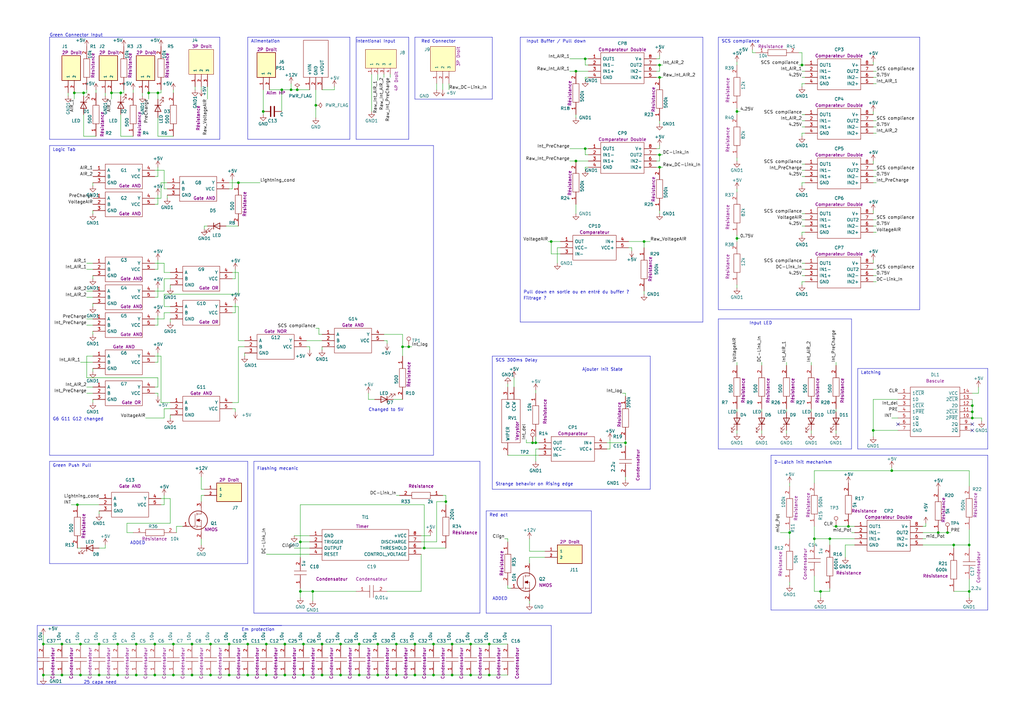
<source format=kicad_sch>
(kicad_sch (version 20230121) (generator eeschema)
  (paper "A3")
  (title_block (title "TSAL") (date "2022-12-04") (rev "V1.0") (company "EPSA"))
  (junction (at 48.26 276.86))
  (junction (at 86.36 276.86))
  (junction (at 128.27 242.57))
  (junction (at 167.64 142.24))
  (junction (at 218.44 181.61))
  (junction (at 334.01 220.98))
  (junction (at 109.22 276.86))
  (junction (at 200.66 264.16))
  (junction (at 240.03 60.96))
  (junction (at 86.36 264.16))
  (junction (at 78.74 276.86))
  (junction (at 170.18 276.86))
  (junction (at 270.51 31.75))
  (junction (at 40.64 264.16))
  (junction (at 17.78 264.16))
  (junction (at 358.14 176.53))
  (junction (at 384.81 218.44))
  (junction (at 398.78 171.45))
  (junction (at 115.57 36.83))
  (junction (at 55.88 276.86))
  (junction (at 270.51 26.67))
  (junction (at 31.75 207.01))
  (junction (at 302.26 97.79))
  (junction (at 124.46 264.16))
  (junction (at 45.72 38.1))
  (junction (at 154.94 276.86))
  (junction (at 185.42 264.16))
  (junction (at 33.02 264.16))
  (junction (at 173.99 224.79))
  (junction (at 219.71 181.61))
  (junction (at 30.48 38.1))
  (junction (at 193.04 264.16))
  (junction (at 162.56 276.86))
  (junction (at 147.32 264.16))
  (junction (at 365.76 193.04))
  (junction (at 71.12 276.86))
  (junction (at 398.78 168.91))
  (junction (at 119.38 36.83))
  (junction (at 64.77 38.1))
  (junction (at 154.94 264.16))
  (junction (at 25.4 264.16))
  (junction (at 101.6 264.16))
  (junction (at 97.79 74.93))
  (junction (at 109.22 264.16))
  (junction (at 107.95 45.72))
  (junction (at 397.51 242.57))
  (junction (at 177.8 264.16))
  (junction (at 139.7 264.16))
  (junction (at 391.16 223.52))
  (junction (at 55.88 264.16))
  (junction (at 25.4 276.86))
  (junction (at 129.54 43.18))
  (junction (at 336.55 242.57))
  (junction (at 17.78 276.86))
  (junction (at 49.53 38.1))
  (junction (at 121.92 36.83))
  (junction (at 165.1 142.24))
  (junction (at 40.64 276.86))
  (junction (at 101.6 276.86))
  (junction (at 185.42 276.86))
  (junction (at 397.51 223.52))
  (junction (at 340.36 220.98))
  (junction (at 132.08 264.16))
  (junction (at 123.19 222.25))
  (junction (at 170.18 264.16))
  (junction (at 162.56 264.16))
  (junction (at 270.51 68.58))
  (junction (at 63.5 276.86))
  (junction (at 236.22 66.04))
  (junction (at 182.88 205.74))
  (junction (at 236.22 29.21))
  (junction (at 139.7 276.86))
  (junction (at 124.46 276.86))
  (junction (at 147.32 276.86))
  (junction (at 78.74 264.16))
  (junction (at 398.78 166.37))
  (junction (at 388.62 218.44))
  (junction (at 116.84 276.86))
  (junction (at 270.51 63.5))
  (junction (at 132.08 276.86))
  (junction (at 256.54 181.61))
  (junction (at 116.84 264.16))
  (junction (at 342.9 215.9))
  (junction (at 328.93 26.67))
  (junction (at 264.16 99.06))
  (junction (at 177.8 276.86))
  (junction (at 71.12 264.16))
  (junction (at 323.85 218.44))
  (junction (at 226.06 99.06))
  (junction (at 63.5 264.16))
  (junction (at 60.96 38.1))
  (junction (at 33.02 276.86))
  (junction (at 93.98 276.86))
  (junction (at 48.26 264.16))
  (junction (at 302.26 45.72))
  (junction (at 193.04 276.86))
  (junction (at 200.66 276.86))
  (junction (at 93.98 264.16))
  (junction (at 240.03 24.13))
  (junction (at 347.98 215.9))
  (junction (at 123.19 242.57))
  (junction (at 34.29 38.1))
  (no_connect (at 398.78 173.99))
  (no_connect (at 398.78 176.53))
  (no_connect (at 368.3 173.99))
  (wire (pts (xy 269.24 31.75) (xy 270.51 31.75)))
  (wire (pts (xy 63.5 81.28) (xy 66.04 81.28)))
  (wire (pts (xy 38.1 124.46) (xy 38.1 125.73)))
  (wire (pts (xy 270.51 49.53) (xy 270.51 50.8)))
  (wire (pts (xy 241.3 63.5) (xy 240.03 63.5)))
  (wire (pts (xy 86.36 276.86) (xy 93.98 276.86)))
  (wire (pts (xy 358.14 66.04) (xy 358.14 67.31)))
  (wire (pts (xy 123.19 207.01) (xy 123.19 222.25)))
  (wire (pts (xy 328.93 67.31) (xy 330.2 67.31)))
  (wire (pts (xy 236.22 83.82) (xy 236.22 87.63)))
  (wire (pts (xy 240.03 68.58) (xy 241.3 68.58)))
  (wire (pts (xy 349.25 218.44) (xy 350.52 218.44)))
  (wire (pts (xy 391.16 242.57) (xy 397.51 242.57)))
  (wire (pts (xy 389.89 218.44) (xy 388.62 218.44)))
  (wire (pts (xy 123.19 241.3) (xy 123.19 242.57)))
  (wire (pts (xy 340.36 220.98) (xy 340.36 223.52)))
  (wire (pts (xy 147.32 276.86) (xy 139.7 276.86)))
  (wire (pts (xy 67.31 119.38) (xy 67.31 114.3)))
  (wire (pts (xy 58.42 38.1) (xy 58.42 39.37)))
  (wire (pts (xy 85.09 35.56) (xy 85.09 40.64)))
  (wire (pts (xy 72.39 218.44) (xy 72.39 215.9)))
  (wire (pts (xy 397.51 217.17) (xy 397.51 223.52)))
  (wire (pts (xy 220.98 184.15) (xy 219.71 184.15)))
  (wire (pts (xy 132.08 276.86) (xy 124.46 276.86)))
  (wire (pts (xy 67.31 203.2) (xy 67.31 207.01)))
  (wire (pts (xy 97.79 111.76) (xy 97.79 120.65)))
  (wire (pts (xy 50.8 36.83) (xy 50.8 38.1)))
  (wire (pts (xy 78.74 276.86) (xy 86.36 276.86)))
  (wire (pts (xy 256.54 181.61) (xy 256.54 182.88)))
  (wire (pts (xy 82.55 35.56) (xy 82.55 36.83)))
  (wire (pts (xy 368.3 163.83) (xy 358.14 163.83)))
  (wire (pts (xy 34.29 38.1) (xy 35.56 38.1)))
  (wire (pts (xy 95.25 111.76) (xy 97.79 111.76)))
  (wire (pts (xy 82.55 220.98) (xy 82.55 223.52)))
  (wire (pts (xy 123.19 222.25) (xy 123.19 228.6)))
  (polyline (pts (xy 143.51 15.24) (xy 101.6 15.24)))
  (wire (pts (xy 342.9 167.64) (xy 342.9 168.91)))
  (wire (pts (xy 398.78 163.83) (xy 398.78 166.37)))
  (wire (pts (xy 100.33 142.24) (xy 97.79 142.24)))
  (wire (pts (xy 121.92 36.83) (xy 127 36.83)))
  (wire (pts (xy 302.26 97.79) (xy 302.26 99.06)))
  (wire (pts (xy 330.2 54.61) (xy 328.93 54.61)))
  (wire (pts (xy 358.14 29.21) (xy 359.41 29.21)))
  (wire (pts (xy 401.32 158.75) (xy 401.32 161.29)))
  (polyline (pts (xy 146.05 15.24) (xy 146.05 57.15)))
  (polyline (pts (xy 101.6 57.15) (xy 143.51 57.15)))
  (wire (pts (xy 109.22 227.33) (xy 127 227.33)))
  (polyline (pts (xy 20.32 189.23) (xy 101.6 189.23)))
  (wire (pts (xy 226.06 104.14) (xy 229.87 104.14)))
  (wire (pts (xy 312.42 167.64) (xy 312.42 168.91)))
  (wire (pts (xy 67.31 125.73) (xy 69.85 125.73)))
  (polyline (pts (xy 170.18 15.24) (xy 170.18 40.64)))
  (wire (pts (xy 67.31 128.27) (xy 67.31 130.81)))
  (wire (pts (xy 172.72 219.71) (xy 176.53 219.71)))
  (wire (pts (xy 248.92 184.15) (xy 250.19 184.15)))
  (wire (pts (xy 328.93 31.75) (xy 330.2 31.75)))
  (wire (pts (xy 35.56 146.05) (xy 35.56 154.94)))
  (wire (pts (xy 264.16 99.06) (xy 264.16 101.6)))
  (wire (pts (xy 110.49 36.83) (xy 115.57 36.83)))
  (wire (pts (xy 66.04 165.1) (xy 69.85 165.1)))
  (wire (pts (xy 218.44 181.61) (xy 219.71 181.61)))
  (wire (pts (xy 130.81 137.16) (xy 132.08 137.16)))
  (wire (pts (xy 358.14 54.61) (xy 359.41 54.61)))
  (wire (pts (xy 342.9 215.9) (xy 347.98 215.9)))
  (polyline (pts (xy 20.32 15.24) (xy 90.17 15.24)))
  (wire (pts (xy 378.46 223.52) (xy 391.16 223.52)))
  (wire (pts (xy 240.03 60.96) (xy 241.3 60.96)))
  (polyline (pts (xy 201.93 146.05) (xy 266.7 146.05)))
  (wire (pts (xy 33.02 276.86) (xy 25.4 276.86)))
  (polyline (pts (xy 101.6 189.23) (xy 101.6 231.14)))
  (wire (pts (xy 132.08 36.83) (xy 137.16 36.83)))
  (wire (pts (xy 52.07 218.44) (xy 54.61 218.44)))
  (wire (pts (xy 67.31 111.76) (xy 69.85 111.76)))
  (wire (pts (xy 63.5 276.86) (xy 71.12 276.86)))
  (wire (pts (xy 332.74 176.53) (xy 332.74 177.8)))
  (wire (pts (xy 384.81 218.44) (xy 378.46 218.44)))
  (wire (pts (xy 308.61 21.59) (xy 309.88 21.59)))
  (wire (pts (xy 100.33 139.7) (xy 97.79 139.7)))
  (polyline (pts (xy 201.93 15.24) (xy 201.93 40.64)))
  (wire (pts (xy 358.14 115.57) (xy 359.41 115.57)))
  (polyline (pts (xy 351.79 151.13) (xy 351.79 184.15)))
  (wire (pts (xy 93.98 77.47) (xy 95.25 77.47)))
  (polyline (pts (xy 20.32 57.15) (xy 20.32 15.24)))
  (wire (pts (xy 27.94 38.1) (xy 27.94 39.37)))
  (wire (pts (xy 358.14 110.49) (xy 359.41 110.49)))
  (wire (pts (xy 139.7 264.16) (xy 147.32 264.16)))
  (wire (pts (xy 120.65 219.71) (xy 127 219.71)))
  (wire (pts (xy 379.73 220.98) (xy 378.46 220.98)))
  (wire (pts (xy 147.32 264.16) (xy 154.94 264.16)))
  (wire (pts (xy 54.61 55.88) (xy 49.53 55.88)))
  (wire (pts (xy 64.77 154.94) (xy 35.56 154.94)))
  (wire (pts (xy 163.83 203.2) (xy 162.56 203.2)))
  (wire (pts (xy 398.78 168.91) (xy 398.78 171.45)))
  (wire (pts (xy 208.28 158.75) (xy 208.28 157.48)))
  (wire (pts (xy 397.51 237.49) (xy 397.51 242.57)))
  (wire (pts (xy 93.98 264.16) (xy 101.6 264.16)))
  (wire (pts (xy 270.51 29.21) (xy 269.24 29.21)))
  (wire (pts (xy 172.72 224.79) (xy 173.99 224.79)))
  (polyline (pts (xy 377.19 15.24) (xy 377.19 127)))
  (wire (pts (xy 115.57 36.83) (xy 119.38 36.83)))
  (wire (pts (xy 217.17 246.38) (xy 217.17 247.65)))
  (wire (pts (xy 45.72 38.1) (xy 49.53 38.1)))
  (wire (pts (xy 130.81 134.62) (xy 130.81 137.16)))
  (wire (pts (xy 312.42 176.53) (xy 312.42 177.8)))
  (wire (pts (xy 151.13 163.83) (xy 153.67 163.83)))
  (wire (pts (xy 109.22 264.16) (xy 116.84 264.16)))
  (wire (pts (xy 240.03 31.75) (xy 241.3 31.75)))
  (wire (pts (xy 264.16 119.38) (xy 264.16 120.65)))
  (wire (pts (xy 116.84 264.16) (xy 124.46 264.16)))
  (wire (pts (xy 336.55 242.57) (xy 340.36 242.57)))
  (wire (pts (xy 154.94 33.02) (xy 154.94 30.48)))
  (wire (pts (xy 97.79 120.65) (xy 67.31 120.65)))
  (wire (pts (xy 358.14 106.68) (xy 358.14 107.95)))
  (polyline (pts (xy 213.36 132.08) (xy 288.29 132.08)))
  (wire (pts (xy 328.93 92.71) (xy 330.2 92.71)))
  (polyline (pts (xy 143.51 57.15) (xy 143.51 15.24)))
  (polyline (pts (xy 170.18 15.24) (xy 201.93 15.24)))
  (wire (pts (xy 270.51 66.04) (xy 269.24 66.04)))
  (wire (pts (xy 119.38 34.29) (xy 119.38 36.83)))
  (wire (pts (xy 270.51 24.13) (xy 269.24 24.13)))
  (wire (pts (xy 34.29 46.99) (xy 34.29 55.88)))
  (polyline (pts (xy 288.29 15.24) (xy 213.36 15.24)))
  (wire (pts (xy 402.59 172.72) (xy 402.59 171.45)))
  (wire (pts (xy 129.54 36.83) (xy 129.54 43.18)))
  (wire (pts (xy 358.14 113.03) (xy 359.41 113.03)))
  (wire (pts (xy 123.19 222.25) (xy 127 222.25)))
  (wire (pts (xy 328.93 54.61) (xy 328.93 55.88)))
  (wire (pts (xy 127 143.51) (xy 127 142.24)))
  (wire (pts (xy 71.12 264.16) (xy 78.74 264.16)))
  (wire (pts (xy 35.56 130.81) (xy 38.1 130.81)))
  (wire (pts (xy 95.25 128.27) (xy 96.52 128.27)))
  (wire (pts (xy 302.26 64.77) (xy 302.26 66.04)))
  (wire (pts (xy 30.48 38.1) (xy 30.48 40.64)))
  (wire (pts (xy 328.93 26.67) (xy 330.2 26.67)))
  (wire (pts (xy 71.12 36.83) (xy 71.12 38.1)))
  (wire (pts (xy 67.31 114.3) (xy 69.85 114.3)))
  (wire (pts (xy 269.24 68.58) (xy 270.51 68.58)))
  (wire (pts (xy 43.18 223.52) (xy 43.18 224.79)))
  (wire (pts (xy 336.55 242.57) (xy 336.55 245.11)))
  (wire (pts (xy 391.16 223.52) (xy 397.51 223.52)))
  (wire (pts (xy 160.02 31.75) (xy 160.02 30.48)))
  (wire (pts (xy 64.77 55.88) (xy 64.77 48.26)))
  (wire (pts (xy 35.56 121.92) (xy 38.1 121.92)))
  (wire (pts (xy 101.6 264.16) (xy 109.22 264.16)))
  (wire (pts (xy 173.99 224.79) (xy 182.88 224.79)))
  (wire (pts (xy 217.17 228.6) (xy 223.52 228.6)))
  (polyline (pts (xy 104.14 251.46) (xy 104.14 189.23)))
  (wire (pts (xy 69.85 170.18) (xy 69.85 171.45)))
  (wire (pts (xy 358.14 45.72) (xy 358.14 46.99)))
  (wire (pts (xy 270.51 60.96) (xy 269.24 60.96)))
  (wire (pts (xy 40.64 264.16) (xy 48.26 264.16)))
  (wire (pts (xy 162.56 276.86) (xy 170.18 276.86)))
  (wire (pts (xy 219.71 179.07) (xy 219.71 181.61)))
  (wire (pts (xy 39.37 55.88) (xy 34.29 55.88)))
  (wire (pts (xy 82.55 195.58) (xy 82.55 200.66)))
  (polyline (pts (xy 294.64 15.24) (xy 377.19 15.24)))
  (wire (pts (xy 124.46 264.16) (xy 132.08 264.16)))
  (wire (pts (xy 167.64 142.24) (xy 168.91 142.24)))
  (wire (pts (xy 172.72 242.57) (xy 158.75 242.57)))
  (wire (pts (xy 33.02 264.16) (xy 40.64 264.16)))
  (wire (pts (xy 162.56 264.16) (xy 170.18 264.16)))
  (wire (pts (xy 302.26 25.4) (xy 302.26 26.67)))
  (polyline (pts (xy 15.24 256.54) (xy 115.57 256.54)))
  (wire (pts (xy 80.01 35.56) (xy 80.01 36.83)))
  (wire (pts (xy 31.75 224.79) (xy 33.02 224.79)))
  (wire (pts (xy 119.38 36.83) (xy 121.92 36.83)))
  (polyline (pts (xy 226.06 280.67) (xy 15.24 280.67)))
  (wire (pts (xy 63.5 161.29) (xy 64.77 161.29)))
  (wire (pts (xy 154.94 276.86) (xy 162.56 276.86)))
  (wire (pts (xy 358.14 74.93) (xy 359.41 74.93)))
  (wire (pts (xy 93.98 276.86) (xy 101.6 276.86)))
  (polyline (pts (xy 177.8 186.69) (xy 20.32 186.69)))
  (polyline (pts (xy 196.85 251.46) (xy 104.14 251.46)))
  (wire (pts (xy 55.88 276.86) (xy 48.26 276.86)))
  (wire (pts (xy 229.87 99.06) (xy 226.06 99.06)))
  (polyline (pts (xy 15.24 256.54) (xy 15.24 280.67)))
  (wire (pts (xy 378.46 215.9) (xy 379.73 215.9)))
  (wire (pts (xy 193.04 264.16) (xy 200.66 264.16)))
  (wire (pts (xy 66.04 74.93) (xy 68.58 74.93)))
  (wire (pts (xy 107.95 46.99) (xy 107.95 45.72)))
  (wire (pts (xy 101.6 276.86) (xy 109.22 276.86)))
  (wire (pts (xy 358.14 86.36) (xy 358.14 87.63)))
  (wire (pts (xy 67.31 167.64) (xy 67.31 171.45)))
  (wire (pts (xy 96.52 167.64) (xy 95.25 167.64)))
  (wire (pts (xy 302.26 45.72) (xy 303.53 45.72)))
  (wire (pts (xy 217.17 228.6) (xy 217.17 231.14)))
  (polyline (pts (xy 101.6 15.24) (xy 101.6 57.15)))
  (wire (pts (xy 323.85 198.12) (xy 323.85 199.39)))
  (wire (pts (xy 327.66 26.67) (xy 328.93 26.67)))
  (wire (pts (xy 64.77 80.01) (xy 64.77 83.82)))
  (polyline (pts (xy 242.57 209.55) (xy 242.57 251.46)))
  (wire (pts (xy 365.76 193.04) (xy 397.51 193.04)))
  (polyline (pts (xy 196.85 189.23) (xy 196.85 251.46)))
  (wire (pts (xy 66.04 74.93) (xy 66.04 81.28)))
  (wire (pts (xy 100.33 144.78) (xy 100.33 146.05)))
  (wire (pts (xy 328.93 110.49) (xy 330.2 110.49)))
  (wire (pts (xy 302.26 77.47) (xy 302.26 78.74)))
  (wire (pts (xy 124.46 276.86) (xy 116.84 276.86)))
  (wire (pts (xy 63.5 107.95) (xy 67.31 107.95)))
  (wire (pts (xy 35.56 146.05) (xy 38.1 146.05)))
  (wire (pts (xy 64.77 158.75) (xy 64.77 154.94)))
  (wire (pts (xy 63.5 110.49) (xy 64.77 110.49)))
  (wire (pts (xy 358.14 90.17) (xy 359.41 90.17)))
  (wire (pts (xy 323.85 217.17) (xy 323.85 218.44)))
  (wire (pts (xy 332.74 167.64) (xy 332.74 168.91)))
  (wire (pts (xy 157.48 137.16) (xy 165.1 137.16)))
  (wire (pts (xy 60.96 38.1) (xy 64.77 38.1)))
  (polyline (pts (xy 288.29 15.24) (xy 288.29 132.08)))
  (wire (pts (xy 66.04 207.01) (xy 67.31 207.01)))
  (polyline (pts (xy 146.05 57.15) (xy 167.64 57.15)))
  (wire (pts (xy 259.08 102.87) (xy 259.08 101.6)))
  (wire (pts (xy 328.93 72.39) (xy 330.2 72.39)))
  (wire (pts (xy 358.14 72.39) (xy 359.41 72.39)))
  (polyline (pts (xy 405.13 151.13) (xy 405.13 184.15)))
  (wire (pts (xy 64.77 129.54) (xy 64.77 133.35)))
  (wire (pts (xy 165.1 142.24) (xy 167.64 142.24)))
  (wire (pts (xy 38.1 86.36) (xy 38.1 87.63)))
  (polyline (pts (xy 294.64 130.81) (xy 294.64 184.15)))
  (wire (pts (xy 341.63 215.9) (xy 342.9 215.9)))
  (wire (pts (xy 312.42 148.59) (xy 312.42 149.86)))
  (wire (pts (xy 86.36 264.16) (xy 93.98 264.16)))
  (wire (pts (xy 96.52 168.91) (xy 96.52 167.64)))
  (wire (pts (xy 35.56 161.29) (xy 38.1 161.29)))
  (wire (pts (xy 60.96 38.1) (xy 60.96 40.64)))
  (wire (pts (xy 182.88 203.2) (xy 182.88 205.74)))
  (wire (pts (xy 34.29 38.1) (xy 34.29 39.37)))
  (wire (pts (xy 96.52 110.49) (xy 96.52 114.3)))
  (wire (pts (xy 63.5 83.82) (xy 64.77 83.82)))
  (wire (pts (xy 328.93 49.53) (xy 330.2 49.53)))
  (polyline (pts (xy 294.64 184.15) (xy 349.25 184.15)))
  (polyline (pts (xy 316.23 186.69) (xy 405.13 186.69)))
  (wire (pts (xy 63.5 130.81) (xy 67.31 130.81)))
  (polyline (pts (xy 351.79 151.13) (xy 405.13 151.13)))
  (wire (pts (xy 154.94 276.86) (xy 147.32 276.86)))
  (wire (pts (xy 270.51 86.36) (xy 270.51 87.63)))
  (wire (pts (xy 83.82 200.66) (xy 82.55 200.66)))
  (wire (pts (xy 334.01 193.04) (xy 365.76 193.04)))
  (wire (pts (xy 228.6 101.6) (xy 228.6 107.95)))
  (wire (pts (xy 158.75 139.7) (xy 157.48 139.7)))
  (wire (pts (xy 132.08 264.16) (xy 139.7 264.16)))
  (wire (pts (xy 391.16 223.52) (xy 391.16 224.79)))
  (wire (pts (xy 240.03 24.13) (xy 241.3 24.13)))
  (wire (pts (xy 177.8 264.16) (xy 185.42 264.16)))
  (wire (pts (xy 322.58 148.59) (xy 322.58 149.86)))
  (wire (pts (xy 328.93 34.29) (xy 328.93 35.56)))
  (wire (pts (xy 223.52 226.06) (xy 217.17 226.06)))
  (wire (pts (xy 322.58 176.53) (xy 322.58 177.8)))
  (wire (pts (xy 398.78 161.29) (xy 401.32 161.29)))
  (wire (pts (xy 63.5 158.75) (xy 64.77 158.75)))
  (wire (pts (xy 66.04 146.05) (xy 66.04 165.1)))
  (wire (pts (xy 170.18 276.86) (xy 177.8 276.86)))
  (wire (pts (xy 69.85 214.63) (xy 52.07 214.63)))
  (wire (pts (xy 328.93 29.21) (xy 330.2 29.21)))
  (wire (pts (xy 181.61 34.29) (xy 181.61 36.83)))
  (wire (pts (xy 334.01 242.57) (xy 336.55 242.57)))
  (wire (pts (xy 67.31 69.85) (xy 67.31 77.47)))
  (wire (pts (xy 172.72 227.33) (xy 172.72 242.57)))
  (polyline (pts (xy 405.13 250.19) (xy 316.23 250.19)))
  (wire (pts (xy 132.08 142.24) (xy 132.08 143.51)))
  (wire (pts (xy 38.1 163.83) (xy 38.1 165.1)))
  (wire (pts (xy 328.93 113.03) (xy 330.2 113.03)))
  (wire (pts (xy 35.56 36.83) (xy 35.56 38.1)))
  (wire (pts (xy 125.73 142.24) (xy 127 142.24)))
  (wire (pts (xy 64.77 162.56) (xy 64.77 161.29)))
  (wire (pts (xy 342.9 148.59) (xy 342.9 149.86)))
  (wire (pts (xy 59.69 171.45) (xy 67.31 171.45)))
  (polyline (pts (xy 20.32 189.23) (xy 20.32 231.14)))
  (wire (pts (xy 85.09 92.71) (xy 83.82 92.71)))
  (wire (pts (xy 208.28 220.98) (xy 208.28 222.25)))
  (wire (pts (xy 270.51 59.69) (xy 270.51 60.96)))
  (wire (pts (xy 48.26 276.86) (xy 40.64 276.86)))
  (polyline (pts (xy 201.93 146.05) (xy 201.93 200.66)))
  (wire (pts (xy 165.1 137.16) (xy 165.1 142.24)))
  (wire (pts (xy 398.78 171.45) (xy 402.59 171.45)))
  (wire (pts (xy 97.79 142.24) (xy 97.79 165.1)))
  (polyline (pts (xy 377.19 127) (xy 294.64 127)))
  (wire (pts (xy 35.56 107.95) (xy 38.1 107.95)))
  (wire (pts (xy 67.31 107.95) (xy 67.31 111.76)))
  (wire (pts (xy 64.77 144.78) (xy 64.77 148.59)))
  (wire (pts (xy 115.57 36.83) (xy 115.57 45.72)))
  (wire (pts (xy 240.03 26.67) (xy 240.03 24.13)))
  (polyline (pts (xy 316.23 250.19) (xy 316.23 186.69)))
  (wire (pts (xy 64.77 106.68) (xy 64.77 110.49)))
  (wire (pts (xy 330.2 34.29) (xy 328.93 34.29)))
  (wire (pts (xy 43.18 38.1) (xy 43.18 39.37)))
  (wire (pts (xy 256.54 195.58) (xy 256.54 196.85)))
  (wire (pts (xy 257.81 99.06) (xy 264.16 99.06)))
  (wire (pts (xy 182.88 203.2) (xy 181.61 203.2)))
  (wire (pts (xy 302.26 176.53) (xy 302.26 177.8)))
  (polyline (pts (xy 104.14 189.23) (xy 196.85 189.23)))
  (wire (pts (xy 358.14 92.71) (xy 359.41 92.71)))
  (wire (pts (xy 250.19 180.34) (xy 250.19 184.15)))
  (wire (pts (xy 63.5 121.92) (xy 64.77 121.92)))
  (polyline (pts (xy 201.93 200.66) (xy 266.7 200.66)))
  (polyline (pts (xy 294.64 15.24) (xy 294.64 127)))
  (wire (pts (xy 328.93 107.95) (xy 330.2 107.95)))
  (wire (pts (xy 236.22 66.04) (xy 241.3 66.04)))
  (wire (pts (xy 179.07 205.74) (xy 179.07 222.25)))
  (wire (pts (xy 38.1 135.89) (xy 38.1 137.16)))
  (wire (pts (xy 49.53 38.1) (xy 49.53 39.37)))
  (wire (pts (xy 17.78 260.35) (xy 17.78 264.16)))
  (wire (pts (xy 54.61 36.83) (xy 54.61 38.1)))
  (wire (pts (xy 330.2 74.93) (xy 328.93 74.93)))
  (wire (pts (xy 327.66 21.59) (xy 328.93 21.59)))
  (wire (pts (xy 154.94 264.16) (xy 162.56 264.16)))
  (wire (pts (xy 179.07 34.29) (xy 179.07 36.83)))
  (wire (pts (xy 25.4 264.16) (xy 33.02 264.16)))
  (wire (pts (xy 302.26 97.79) (xy 303.53 97.79)))
  (wire (pts (xy 233.68 24.13) (xy 240.03 24.13)))
  (wire (pts (xy 35.56 158.75) (xy 38.1 158.75)))
  (wire (pts (xy 215.9 181.61) (xy 215.9 180.34)))
  (wire (pts (xy 38.1 113.03) (xy 38.1 114.3)))
  (wire (pts (xy 256.54 180.34) (xy 256.54 181.61)))
  (wire (pts (xy 270.51 63.5) (xy 270.51 66.04)))
  (wire (pts (xy 78.74 264.16) (xy 86.36 264.16)))
  (wire (pts (xy 68.58 80.01) (xy 68.58 81.28)))
  (wire (pts (xy 123.19 242.57) (xy 128.27 242.57)))
  (polyline (pts (xy 101.6 231.14) (xy 20.32 231.14)))
  (polyline (pts (xy 90.17 15.24) (xy 90.17 57.15)))
  (wire (pts (xy 173.99 224.79) (xy 173.99 207.01)))
  (wire (pts (xy 172.72 222.25) (xy 179.07 222.25)))
  (wire (pts (xy 69.85 204.47) (xy 69.85 214.63)))
  (wire (pts (xy 69.85 128.27) (xy 67.31 128.27)))
  (wire (pts (xy 322.58 167.64) (xy 322.58 168.91)))
  (polyline (pts (xy 405.13 186.69) (xy 405.13 250.19)))
  (wire (pts (xy 95.25 125.73) (xy 97.79 125.73)))
  (wire (pts (xy 64.77 68.58) (xy 64.77 72.39)))
  (wire (pts (xy 397.51 193.04) (xy 397.51 199.39)))
  (wire (pts (xy 184.15 34.29) (xy 184.15 36.83)))
  (wire (pts (xy 365.76 171.45) (xy 368.3 171.45)))
  (wire (pts (xy 240.03 63.5) (xy 240.03 60.96)))
  (polyline (pts (xy 201.93 40.64) (xy 170.18 40.64)))
  (wire (pts (xy 49.53 55.88) (xy 49.53 46.99)))
  (wire (pts (xy 40.64 276.86) (xy 33.02 276.86)))
  (wire (pts (xy 129.54 43.18) (xy 129.54 48.26)))
  (wire (pts (xy 210.82 154.94) (xy 210.82 158.75)))
  (wire (pts (xy 66.04 36.83) (xy 66.04 38.1)))
  (wire (pts (xy 346.71 223.52) (xy 350.52 223.52)))
  (wire (pts (xy 397.51 242.57) (xy 397.51 245.11)))
  (wire (pts (xy 379.73 215.9) (xy 379.73 214.63)))
  (wire (pts (xy 240.03 33.02) (xy 240.03 31.75)))
  (wire (pts (xy 30.48 38.1) (xy 34.29 38.1)))
  (wire (pts (xy 270.51 22.86) (xy 270.51 24.13)))
  (wire (pts (xy 67.31 77.47) (xy 68.58 77.47)))
  (wire (pts (xy 248.92 181.61) (xy 256.54 181.61)))
  (wire (pts (xy 365.76 191.77) (xy 365.76 193.04)))
  (wire (pts (xy 165.1 142.24) (xy 165.1 146.05)))
  (polyline (pts (xy 177.8 59.69) (xy 177.8 186.69)))
  (polyline (pts (xy 106.68 256.54) (xy 226.06 256.54)))
  (wire (pts (xy 330.2 95.25) (xy 328.93 95.25)))
  (wire (pts (xy 233.68 29.21) (xy 236.22 29.21)))
  (wire (pts (xy 123.19 242.57) (xy 123.19 245.11)))
  (wire (pts (xy 328.93 69.85) (xy 330.2 69.85)))
  (wire (pts (xy 63.5 119.38) (xy 67.31 119.38)))
  (wire (pts (xy 302.26 96.52) (xy 302.26 97.79)))
  (wire (pts (xy 152.4 30.48) (xy 152.4 45.72)))
  (wire (pts (xy 334.01 215.9) (xy 334.01 220.98)))
  (wire (pts (xy 388.62 218.44) (xy 384.81 218.44)))
  (wire (pts (xy 229.87 101.6) (xy 228.6 101.6)))
  (wire (pts (xy 129.54 134.62) (xy 130.81 134.62)))
  (wire (pts (xy 95.25 73.66) (xy 95.25 77.47)))
  (wire (pts (xy 358.14 52.07) (xy 359.41 52.07)))
  (wire (pts (xy 109.22 276.86) (xy 116.84 276.86)))
  (wire (pts (xy 358.14 163.83) (xy 358.14 176.53)))
  (wire (pts (xy 330.2 115.57) (xy 328.93 115.57)))
  (wire (pts (xy 120.65 224.79) (xy 127 224.79)))
  (wire (pts (xy 63.5 148.59) (xy 64.77 148.59)))
  (wire (pts (xy 226.06 99.06) (xy 226.06 104.14)))
  (wire (pts (xy 224.79 99.06) (xy 226.06 99.06)))
  (wire (pts (xy 83.82 92.71) (xy 83.82 93.98)))
  (wire (pts (xy 125.73 139.7) (xy 132.08 139.7)))
  (wire (pts (xy 95.25 114.3) (xy 96.52 114.3)))
  (wire (pts (xy 139.7 276.86) (xy 132.08 276.86)))
  (wire (pts (xy 35.56 133.35) (xy 38.1 133.35)))
  (wire (pts (xy 256.54 161.29) (xy 256.54 162.56)))
  (wire (pts (xy 334.01 193.04) (xy 334.01 198.12)))
  (wire (pts (xy 31.75 207.01) (xy 40.64 207.01)))
  (wire (pts (xy 328.93 115.57) (xy 328.93 116.84)))
  (wire (pts (xy 52.07 214.63) (xy 52.07 218.44)))
  (wire (pts (xy 29.21 207.01) (xy 31.75 207.01)))
  (wire (pts (xy 40.64 224.79) (xy 43.18 224.79)))
  (wire (pts (xy 137.16 35.56) (xy 137.16 36.83)))
  (wire (pts (xy 39.37 36.83) (xy 39.37 38.1)))
  (wire (pts (xy 358.14 176.53) (xy 358.14 179.07)))
  (wire (pts (xy 64.77 38.1) (xy 64.77 40.64)))
  (wire (pts (xy 64.77 38.1) (xy 66.04 38.1)))
  (wire (pts (xy 207.01 220.98) (xy 208.28 220.98)))
  (wire (pts (xy 208.28 186.69) (xy 220.98 186.69)))
  (wire (pts (xy 302.26 116.84) (xy 302.26 118.11)))
  (wire (pts (xy 358.14 25.4) (xy 358.14 26.67)))
  (wire (pts (xy 219.71 181.61) (xy 220.98 181.61)))
  (wire (pts (xy 270.51 63.5) (xy 271.78 63.5)))
  (wire (pts (xy 358.14 34.29) (xy 359.41 34.29)))
  (wire (pts (xy 219.71 184.15) (xy 219.71 189.23)))
  (wire (pts (xy 347.98 215.9) (xy 350.52 215.9)))
  (wire (pts (xy 308.61 20.32) (xy 308.61 21.59)))
  (wire (pts (xy 328.93 87.63) (xy 330.2 87.63)))
  (wire (pts (xy 82.55 203.2) (xy 83.82 203.2)))
  (polyline (pts (xy 20.32 59.69) (xy 177.8 59.69)))
  (wire (pts (xy 69.85 130.81) (xy 69.85 132.08)))
  (wire (pts (xy 334.01 220.98) (xy 340.36 220.98)))
  (wire (pts (xy 157.48 31.75) (xy 157.48 30.48)))
  (wire (pts (xy 302.26 45.72) (xy 302.26 46.99)))
  (wire (pts (xy 17.78 276.86) (xy 25.4 276.86)))
  (wire (pts (xy 328.93 95.25) (xy 328.93 96.52)))
  (wire (pts (xy 182.88 205.74) (xy 179.07 205.74)))
  (wire (pts (xy 185.42 264.16) (xy 193.04 264.16)))
  (wire (pts (xy 38.1 74.93) (xy 38.1 76.2)))
  (wire (pts (xy 346.71 228.6) (xy 346.71 223.52)))
  (wire (pts (xy 358.14 49.53) (xy 359.41 49.53)))
  (wire (pts (xy 208.28 241.3) (xy 209.55 241.3)))
  (polyline (pts (xy 294.64 130.81) (xy 349.25 130.81)))
  (wire (pts (xy 63.5 264.16) (xy 71.12 264.16)))
  (wire (pts (xy 236.22 29.21) (xy 241.3 29.21)))
  (wire (pts (xy 107.95 36.83) (xy 107.95 45.72)))
  (wire (pts (xy 241.3 26.67) (xy 240.03 26.67)))
  (wire (pts (xy 323.85 218.44) (xy 320.04 218.44)))
  (wire (pts (xy 158.75 140.97) (xy 158.75 139.7)))
  (wire (pts (xy 200.66 276.86) (xy 208.28 276.86)))
  (wire (pts (xy 35.56 119.38) (xy 38.1 119.38)))
  (wire (pts (xy 340.36 220.98) (xy 350.52 220.98)))
  (wire (pts (xy 33.02 148.59) (xy 38.1 148.59)))
  (wire (pts (xy 323.85 218.44) (xy 323.85 220.98)))
  (wire (pts (xy 92.71 92.71) (xy 97.79 92.71)))
  (wire (pts (xy 217.17 220.98) (xy 217.17 226.06)))
  (wire (pts (xy 328.93 21.59) (xy 328.93 26.67)))
  (wire (pts (xy 340.36 241.3) (xy 340.36 242.57)))
  (wire (pts (xy 328.93 90.17) (xy 330.2 90.17)))
  (polyline (pts (xy 226.06 256.54) (xy 226.06 280.67)))
  (wire (pts (xy 398.78 166.37) (xy 398.78 168.91)))
  (wire (pts (xy 358.14 95.25) (xy 359.41 95.25)))
  (wire (pts (xy 182.88 205.74) (xy 182.88 207.01)))
  (wire (pts (xy 233.68 60.96) (xy 240.03 60.96)))
  (wire (pts (xy 240.03 69.85) (xy 240.03 68.58)))
  (wire (pts (xy 270.51 26.67) (xy 271.78 26.67)))
  (wire (pts (xy 219.71 160.02) (xy 219.71 161.29)))
  (wire (pts (xy 93.98 74.93) (xy 97.79 74.93)))
  (wire (pts (xy 55.88 264.16) (xy 63.5 264.16)))
  (wire (pts (xy 64.77 118.11) (xy 64.77 121.92)))
  (wire (pts (xy 63.5 276.86) (xy 55.88 276.86)))
  (wire (pts (xy 97.79 125.73) (xy 97.79 139.7)))
  (wire (pts (xy 97.79 165.1) (xy 95.25 165.1)))
  (wire (pts (xy 269.24 26.67) (xy 270.51 26.67)))
  (wire (pts (xy 96.52 124.46) (xy 96.52 128.27)))
  (wire (pts (xy 270.51 31.75) (xy 271.78 31.75)))
  (wire (pts (xy 236.22 46.99) (xy 236.22 48.26)))
  (wire (pts (xy 332.74 148.59) (xy 332.74 149.86)))
  (wire (pts (xy 71.12 276.86) (xy 78.74 276.86)))
  (wire (pts (xy 193.04 276.86) (xy 200.66 276.86)))
  (wire (pts (xy 128.27 242.57) (xy 146.05 242.57)))
  (wire (pts (xy 71.12 55.88) (xy 64.77 55.88)))
  (wire (pts (xy 177.8 276.86) (xy 185.42 276.86)))
  (wire (pts (xy 49.53 38.1) (xy 50.8 38.1)))
  (wire (pts (xy 259.08 101.6) (xy 257.81 101.6)))
  (polyline (pts (xy 213.36 15.24) (xy 213.36 132.08)))
  (polyline (pts (xy 242.57 251.46) (xy 199.39 251.46)))
  (wire (pts (xy 63.5 133.35) (xy 64.77 133.35)))
  (polyline (pts (xy 349.25 184.15) (xy 349.25 130.81)))
  (wire (pts (xy 82.55 203.2) (xy 82.55 205.74)))
  (polyline (pts (xy 199.39 209.55) (xy 242.57 209.55)))
  (polyline (pts (xy 146.05 15.24) (xy 167.64 15.24)))
  (wire (pts (xy 328.93 52.07) (xy 330.2 52.07)))
  (wire (pts (xy 302.26 148.59) (xy 302.26 149.86)))
  (polyline (pts (xy 199.39 251.46) (xy 199.39 209.55)))
  (wire (pts (xy 334.01 236.22) (xy 334.01 242.57)))
  (wire (pts (xy 200.66 264.16) (xy 208.28 264.16)))
  (wire (pts (xy 63.5 69.85) (xy 67.31 69.85)))
  (wire (pts (xy 35.56 110.49) (xy 38.1 110.49)))
  (wire (pts (xy 63.5 72.39) (xy 64.77 72.39)))
  (wire (pts (xy 269.24 63.5) (xy 270.51 63.5)))
  (wire (pts (xy 17.78 276.86) (xy 17.78 278.13)))
  (wire (pts (xy 123.19 207.01) (xy 173.99 207.01)))
  (polyline (pts (xy 266.7 200.66) (xy 266.7 146.05)))
  (polyline (pts (xy 20.32 59.69) (xy 20.32 186.69)))
  (wire (pts (xy 334.01 220.98) (xy 334.01 223.52)))
  (wire (pts (xy 328.93 46.99) (xy 330.2 46.99)))
  (polyline (pts (xy 405.13 184.15) (xy 351.79 184.15)))
  (wire (pts (xy 69.85 116.84) (xy 69.85 118.11)))
  (wire (pts (xy 38.1 151.13) (xy 38.1 152.4)))
  (wire (pts (xy 63.5 146.05) (xy 66.04 146.05)))
  (wire (pts (xy 72.39 215.9) (xy 74.93 215.9)))
  (wire (pts (xy 17.78 264.16) (xy 25.4 264.16)))
  (wire (pts (xy 323.85 238.76) (xy 323.85 240.03)))
  (wire (pts (xy 170.18 264.16) (xy 177.8 264.16)))
  (wire (pts (xy 358.14 69.85) (xy 359.41 69.85)))
  (wire (pts (xy 128.27 242.57) (xy 128.27 246.38)))
  (wire (pts (xy 358.14 176.53) (xy 368.3 176.53)))
  (wire (pts (xy 97.79 74.93) (xy 106.68 74.93)))
  (wire (pts (xy 151.13 161.29) (xy 151.13 163.83)))
  (wire (pts (xy 40.64 209.55) (xy 40.64 210.82)))
  (wire (pts (xy 397.51 223.52) (xy 397.51 224.79)))
  (wire (pts (xy 302.26 44.45) (xy 302.26 45.72)))
  (wire (pts (xy 69.85 167.64) (xy 67.31 167.64)))
  (wire (pts (xy 264.16 99.06) (xy 266.7 99.06)))
  (wire (pts (xy 270.51 68.58) (xy 271.78 68.58)))
  (wire (pts (xy 208.28 241.3) (xy 208.28 240.03)))
  (wire (pts (xy 270.51 26.67) (xy 270.51 29.21)))
  (wire (pts (xy 328.93 74.93) (xy 328.93 76.2)))
  (wire (pts (xy 358.14 31.75) (xy 359.41 31.75)))
  (wire (pts (xy 185.42 276.86) (xy 193.04 276.86)))
  (wire (pts (xy 215.9 181.61) (xy 218.44 181.61)))
  (wire (pts (xy 45.72 38.1) (xy 45.72 40.64)))
  (polyline (pts (xy 167.64 57.15) (xy 167.64 15.24)))
  (wire (pts (xy 255.27 161.29) (xy 256.54 161.29)))
  (polyline (pts (xy 90.17 57.15) (xy 20.32 57.15)))
  (wire (pts (xy 233.68 66.04) (xy 236.22 66.04)))
  (wire (pts (xy 161.29 163.83) (xy 165.1 163.83)))
  (wire (pts (xy 67.31 120.65) (xy 67.31 125.73)))
  (wire (pts (xy 66.04 204.47) (xy 69.85 204.47)))
  (wire (pts (xy 48.26 264.16) (xy 55.88 264.16)))
  (wire (pts (xy 342.9 176.53) (xy 342.9 177.8)))
  (wire (pts (xy 302.26 167.64) (xy 302.26 168.91)))
  (text "Green Push Pull\n" (at 21.59 191.77 0) (effects (font (size 1.27 1.27)) (justify left bottom)))
  (text "Red Connector\n" (at 172.72 17.78 0) (effects (font (size 1.27 1.27)) (justify left bottom)))
  (text "Filtrage ?" (at 214.63 123.19 0) (effects (font (size 1.27 1.27)) (justify left bottom)))
  (text "Flashing mecanic\n" (at 105.41 193.04 0) (effects (font (size 1.27 1.27)) (justify left bottom)))
  (text "ADDED" (at 201.93 246.38 0) (effects (font (size 1.27 1.27)) (justify left bottom)))
  (text "Strange behavior on Rising edge" (at 203.2 199.39 0) (effects (font (size 1.27 1.27)) (justify left bottom)))
  (text "Green Connector Input" (at 20.32 15.24 0) (effects (font (size 1.27 1.27)) (justify left bottom)))
  (text "Ajouter Init State" (at 238.76 152.4 0) (effects (font (size 1.27 1.27)) (justify left bottom)))
  (text "Pull down en sortie ou en entré du buffer ? " (at 259.08 120.65 0) (effects (font (size 1.27 1.27)) (justify right bottom)))
  (text "ADDED" (at 53.34 223.52 0) (effects (font (size 1.27 1.27)) (justify left bottom)))
  (text "Em protection" (at 99.06 259.08 0) (effects (font (size 1.27 1.27)) (justify left bottom)))
  (text "Alimentation\n" (at 102.87 17.78 0) (effects (font (size 1.27 1.27)) (justify left bottom)))
  (text "SCS compliance" (at 295.91 17.78 0) (effects (font (size 1.27 1.27)) (justify left bottom)))
  (text "G6 G11 G12 changed" (at 21.59 172.72 0) (effects (font (size 1.27 1.27)) (justify left bottom)))
  (text "Red act" (at 200.66 212.09 0) (effects (font (size 1.27 1.27)) (justify left bottom)))
  (text "25 capa need" (at 34.29 280.67 0) (effects (font (size 1.27 1.27)) (justify left bottom)))
  (text "Logic Tab" (at 21.59 62.23 0) (effects (font (size 1.27 1.27)) (justify left bottom)))
  (text "Latching" (at 353.06 153.67 0) (effects (font (size 1.27 1.27)) (justify left bottom)))
  (text "SCS 300ms Delay\n" (at 203.2 148.59 0) (effects (font (size 1.27 1.27)) (justify left bottom)))
  (text "D-Latch init mechanism" (at 317.5 190.5 0) (effects (font (size 1.27 1.27)) (justify left bottom)))
  (text "Input LED" (at 307.34 133.35 0) (effects (font (size 1.27 1.27)) (justify left bottom)))
  (text "Intentional Input" (at 146.05 17.78 0) (effects (font (size 1.27 1.27)) (justify left bottom)))
  (text "Input Buffer / Pull down" (at 215.9 17.78 0) (effects (font (size 1.27 1.27)) (justify left bottom)))
  (text "Changed to 5V" (at 151.13 168.91 0) (effects (font (size 1.27 1.27)) (justify left bottom)))
  (label "Int_AIR_2" (at 332.74 148.59 90))
  (label "Clign" (at 207.01 220.98 180))
  (label "4.25V" (at 328.93 52.07 180))
  (label "Int_AIR_2" (at 271.78 26.67 0))
  (label "4.25V" (at 303.53 45.72 0))
  (label "Int_log" (at 168.91 142.24 0))
  (label "Int_PreCharge" (at 35.56 161.29 180))
  (label "Int_AIR_1" (at 359.41 34.29 0))
  (label "INT" (at 29.21 207.01 180))
  (label "SCS compliance" (at 129.54 134.62 180))
  (label "Raw_Int_AIR_1" (at 233.68 29.21 180))
  (label "Int_log" (at 255.27 161.29 180))
  (label "AIR_2" (at 45.72 40.64 270))
  (label "PRE" (at 368.3 168.91 180))
  (label "INT" (at 365.76 171.45 180))
  (label "Int_PreCharge" (at 35.56 133.35 180))
  (label "Lightning_cond" (at 106.68 74.93 0))
  (label "mid_Pot" (at 320.04 218.44 90))
  (label "Int_AIR_2" (at 35.56 158.75 180))
  (label "Int_AIR_1" (at 233.68 24.13 180))
  (label "4.25V" (at 328.93 113.03 180))
  (label "SCS compliance" (at 328.93 67.31 180))
  (label "SCS compliance" (at 327.66 26.67 180))
  (label "VoltageAIR" (at 328.93 90.17 180))
  (label "DC-Link_In" (at 109.22 227.33 90))
  (label "DC-Link_In" (at 328.93 110.49 180))
  (label "SCS compliance" (at 328.93 87.63 180))
  (label "DC-Link_In" (at 359.41 115.57 0))
  (label "DC-Link_In" (at 271.78 63.5 0))
  (label "Raw_Int_AIR_2" (at 157.48 31.75 270))
  (label "DC-Link_In" (at 162.56 203.2 180))
  (label "0.75V" (at 359.41 31.75 0))
  (label "Int_AIR_1" (at 328.93 29.21 180))
  (label "Lightning_cond" (at 40.64 204.47 180))
  (label "SCS compliance" (at 359.41 49.53 0))
  (label "4.25V" (at 328.93 31.75 180))
  (label "Int_del" (at 368.3 166.37 180))
  (label "Raw_DC-Link_In" (at 271.78 68.58 0))
  (label "AIR_2" (at 38.1 72.39 180))
  (label "SCS compliance" (at 328.93 107.95 180))
  (label "SCS compliance" (at 359.41 110.49 0))
  (label "Raw_Int_PreCharge" (at 160.02 31.75 270))
  (label "Int_AIR_1" (at 33.02 148.59 180))
  (label "Int_PreCharge" (at 233.68 60.96 180))
  (label "SCS compliance" (at 328.93 46.99 180))
  (label "0.75V" (at 359.41 113.03 0))
  (label "AIR_1" (at 30.48 40.64 270))
  (label "0.75V" (at 359.41 72.39 0))
  (label "Clign" (at 120.65 224.79 180))
  (label "Int_AIR_2" (at 328.93 49.53 180))
  (label "Raw_Int_AIR_1" (at 154.94 33.02 270))
  (label "4.25V" (at 328.93 92.71 180))
  (label "Raw_Int_PreCharge" (at 233.68 66.04 180))
  (label "Int_AIR_1" (at 35.56 110.49 180))
  (label "mid_Pot" (at 379.73 220.98 0))
  (label "SCS compliance" (at 359.41 90.17 0))
  (label "Raw_VoltageAIR" (at 85.09 40.64 270))
  (label "DC-Link_In" (at 312.42 148.59 90))
  (label "Int_AIR_2" (at 35.56 121.92 180))
  (label "Raw_VoltageAIR" (at 266.7 99.06 0))
  (label "0.75V" (at 359.41 92.71 0))
  (label "Raw_DC-Link_In" (at 184.15 36.83 0))
  (label "Int_PreCharge" (at 328.93 69.85 180))
  (label "0.75V" (at 359.41 52.07 0))
  (label "Raw_Int_AIR_2" (at 271.78 31.75 0))
  (label "PRE" (at 389.89 218.44 0))
  (label "VoltageAIR" (at 38.1 83.82 180))
  (label "VoltageAIR" (at 359.41 95.25 0))
  (label "AIR_2" (at 35.56 119.38 180))
  (label "SCS compliance" (at 359.41 69.85 0))
  (label "VoltageAIR" (at 302.26 148.59 90))
  (label "Int_AIR_2" (at 359.41 54.61 0))
  (label "Int_AIR_1" (at 322.58 148.59 90))
  (label "PreCharge" (at 38.1 81.28 180))
  (label "PreCharge" (at 35.56 130.81 180))
  (label "VoltageAIR" (at 224.79 99.06 180))
  (label "VoltageAIR" (at 59.69 171.45 180))
  (label "Int_PreCharge" (at 342.9 148.59 90))
  (label "0.75V" (at 303.53 97.79 0))
  (label "PreCharge" (at 60.96 40.64 270))
  (label "Int_del" (at 215.9 180.34 90))
  (label "AIR_1" (at 35.56 107.95 180))
  (label "4.25V" (at 328.93 72.39 180))
  (label "AIR_1" (at 38.1 69.85 180))
  (label "CLR" (at 341.63 215.9 180))
  (label "Int_PreCharge" (at 359.41 74.93 0))
  (label "mid_Pot" (at 349.25 218.44 180))
  (label "CLR" (at 368.3 161.29 180))
  (label "SCS compliance" (at 359.41 29.21 0))
  (symbol (lib_id "power:+5V") (at 270.51 59.69 0) (unit 1)
    (property "Reference" "#PWR039" (effects hide))
    (property "Value" "+5V" (at 270.51 56.134 0))
  )
  (symbol (lib_id "EPSA_lib:LED") (at 88.9 92.71 0) (unit 1)
    (property "Reference" "D5" (at 87.3125 86.36 0))
    (property "Value" "LED" (at 88.9 96.52 0))
    (property "Footprint" "LED_THT:LED_D5.0mm" (effects hide))
    (property "Sim.Enable" "0" (effects hide))
    (property "Sim.Device" "SPICE" (effects hide))
    (property "Sim.Params" "type=\"D\" model=\"LED\" lib=\"\"" (effects hide))
    (property "Sim.Pins" "1=1 2=2" (effects hide))
  )
  (symbol (lib_id "EPSA_lib:Comparateur Double LM393LVDR") (at 330.2 107.95 0) (unit 1)
    (property "Reference" "CP7" (at 344.17 101.6 0))
    (property "Value" "Comparateur Double LM393LVDR" (effects hide))
    (property "Footprint" "EPSA_lib:SOIC127P600X175-8N" (effects hide))
    (property "Datasheet" "https://www.ti.com/lit/ds/symlink/lm393lv.pdf?ts=1609509320428&ref_url=https%253A%252F%252Feu.mouser.com%252F" (effects hide))
    (property "Description" "Analog Comparators 1.65-V to 5.5-V, low voltage dual commodity comparator" (effects hide))
    (property "Height" "1.75" (effects hide))
    (property "Manufacturer_Name" "Texas Instruments" (effects hide))
    (property "Manufacturer_Part_Number" "LM393LVDR" (effects hide))
    (property "Mouser Part Number" "595-LM393LVDR" (effects hide))
    (property "Mouser Price/Stock" "https://www.mouser.co.uk/ProductDetail/Texas-Instruments/LM393LVDR?qs=zW32dvEIR3vk5%2FzEI25KTQ%3D%3D" (effects hide))
    (property "Arrow Part Number" "LM393LVDR" (effects hide))
    (property "Arrow Price/Stock" "https://www.arrow.com/en/products/lm393lvdr/texas-instruments" (effects hide))
    (property "Render Name" "Comparateur Double" (at 344.17 104.14 0))
    (property "Sim.Device" "SPICE" (effects hide))
    (property "Sim.Params" "type=\"X\" model=\"LM2903B_Dual\" lib=\"${EPSA}\\SpiceModel\\CD_lm393.lib\"" (effects hide))
    (property "Sim.Pins" "1=1 2=2 3=3 4=4 5=5 6=6 7=7 8=8" (effects hide))
  )
  (symbol (lib_id "power:+5V") (at 95.25 73.66 0) (unit 1)
    (property "Reference" "#PWR016" (effects hide))
    (property "Value" "+5V" (at 95.25 70.104 0))
  )
  (symbol (lib_id "power:GND1") (at 83.82 93.98 0) (unit 1)
    (property "Reference" "#GND017" (effects hide))
    (property "Value" "GND1" (at 83.82 97.79 0))
  )
  (symbol (lib_id "power:+5V") (at 82.55 36.83 180) (unit 1)
    (property "Reference" "#PWR015" (effects hide))
    (property "Value" "+5V" (at 83.82 39.37 90) (effects (justify right)))
  )
  (symbol (lib_id "power:+5V") (at 64.77 118.11 0) (unit 1)
    (property "Reference" "#PWR09" (effects hide))
    (property "Value" "+5V" (at 64.77 114.554 0))
  )
  (symbol (lib_id "power:+5V") (at 365.76 191.77 0) (unit 1)
    (property "Reference" "#PWR033" (effects hide))
    (property "Value" "+5V" (at 365.76 188.214 0))
  )
  (symbol (lib_id "EPSA_lib:Résistance RK73H2BLTDD2152F") (at 302.26 44.45 90) (unit 1)
    (property "Reference" "R39" (at 297.18 27.94 90) (effects (justify right)))
    (property "Value" "12k" (at 304.8 36.83 0) (effects (justify left)))
    (property "Footprint" "EPSA_lib:RESC3216X70N" (effects hide))
    (property "Datasheet" "http://www.koaspeer.com/catimages/Products/RK73H/RK73H.pdf" (effects hide))
    (property "Description" "Thick Film Resistors - SMD" (effects hide))
    (property "Height" "0.7" (effects hide))
    (property "Manufacturer_Name" "KOA Speer" (effects hide))
    (property "Manufacturer_Part_Number" "RK73H2BLTDD2152F" (effects hide))
    (property "Mouser Part Number" "N/A" (effects hide))
    (property "Mouser Price/Stock" "https://www.mouser.co.uk/ProductDetail/KOA-Speer/RK73H2BLTDD2152F?qs=WeIALVmW3zmyxMFsjVzMRw%3D%3D" (effects hide))
    (property "Render Name" "Résistance" (at 298.45 31.75 0) (effects (justify right)))
    (property "Sim.Device" "R" (effects hide))
    (property "Sim.Params" "type=\"R\" model=\"10k\" lib=\"\"" (effects hide))
    (property "Sim.Pins" "1=+ 2=-" (effects hide))
  )
  (symbol (lib_id "power:GND") (at 179.07 36.83 0) (unit 1)
    (property "Reference" "#PWR020" (effects hide))
    (property "Value" "GND" (at 173.99 39.37 0))
  )
  (symbol (lib_id "EPSA_lib:Comparateur Double LM393LVDR") (at 330.2 87.63 0) (unit 1)
    (property "Reference" "CP6" (at 344.17 81.28 0))
    (property "Value" "Comparateur Double LM393LVDR" (effects hide))
    (property "Footprint" "EPSA_lib:SOIC127P600X175-8N" (effects hide))
    (property "Datasheet" "https://www.ti.com/lit/ds/symlink/lm393lv.pdf?ts=1609509320428&ref_url=https%253A%252F%252Feu.mouser.com%252F" (effects hide))
    (property "Description" "Analog Comparators 1.65-V to 5.5-V, low voltage dual commodity comparator" (effects hide))
    (property "Height" "1.75" (effects hide))
    (property "Manufacturer_Name" "Texas Instruments" (effects hide))
    (property "Manufacturer_Part_Number" "LM393LVDR" (effects hide))
    (property "Mouser Part Number" "595-LM393LVDR" (effects hide))
    (property "Mouser Price/Stock" "https://www.mouser.co.uk/ProductDetail/Texas-Instruments/LM393LVDR?qs=zW32dvEIR3vk5%2FzEI25KTQ%3D%3D" (effects hide))
    (property "Arrow Part Number" "LM393LVDR" (effects hide))
    (property "Arrow Price/Stock" "https://www.arrow.com/en/products/lm393lvdr/texas-instruments" (effects hide))
    (property "Render Name" "Comparateur Double" (at 344.17 83.82 0))
    (property "Sim.Device" "SPICE" (effects hide))
    (property "Sim.Params" "type=\"X\" model=\"LM2903B_Dual\" lib=\"${EPSA}\\SpiceModel\\CD_lm393.lib\"" (effects hide))
    (property "Sim.Pins" "1=1 2=2 3=3 4=4 5=5 6=6 7=7 8=8" (effects hide))
  )
  (symbol (lib_id "power:+5V") (at 158.75 140.97 180) (unit 1)
    (property "Reference" "#PWR055" (effects hide))
    (property "Value" "+5V" (at 156.21 144.78 0) (effects (justify right)))
  )
  (symbol (lib_id "EPSA_lib:LED") (at 312.42 172.72 270) (mirror x) (unit 1)
    (property "Reference" "D6" (at 313.69 170.18 90) (effects (justify left)))
    (property "Value" "LED" (at 308.61 168.91 90) (effects (justify left)))
    (property "Footprint" "LED_THT:LED_D5.0mm" (effects hide))
    (property "Sim.Enable" "0" (effects hide))
    (property "Sim.Device" "SPICE" (effects hide))
    (property "Sim.Params" "type=\"D\" model=\"LED\" lib=\"\"" (effects hide))
    (property "Sim.Pins" "1=1 2=2" (effects hide))
  )
  (symbol (lib_id "power:GND1") (at 17.78 278.13 0) (unit 1)
    (property "Reference" "#GND01" (effects hide))
    (property "Value" "GND1" (at 22.86 279.4 0))
  )
  (symbol (lib_id "EPSA_lib:Condensateur 0805Y1000104JXT") (at 71.12 276.86 90) (unit 1)
    (property "Reference" "C7" (at 72.39 262.89 90) (effects (justify right)))
    (property "Value" "10u" (at 69.85 262.89 0) (effects (justify left)))
    (property "Footprint" "EPSA_lib:CAPC2012X130N" (effects hide))
    (property "Datasheet" "http://docs-europe.electrocomponents.com/webdocs/119d/0900766b8119d7bc.pdf" (effects hide))
    (property "Description" "Syfer 0805 Ceramic Chip Capacitors" (effects hide))
    (property "Height" "1.3" (effects hide))
    (property "Manufacturer_Name" "Syfer" (effects hide))
    (property "Manufacturer_Part_Number" "0805Y1000104JXT" (effects hide))
    (property "Arrow Part Number" "0805Y1000104JXT" (effects hide))
    (property "Arrow Price/Stock" "https://www.arrow.com/en/products/0805y1000104jxt/syfer-technology?region=europe" (effects hide))
    (property "Render Name" "Condensateur" (at 74.93 265.43 0) (effects (justify right)))
    (property "Sim.Device" "C" (effects hide))
    (property "Sim.Params" "type=\"C\" model=\"10n\" lib=\"\"" (effects hide))
    (property "Sim.Pins" "1=+ 2=-" (effects hide))
  )
  (symbol (lib_id "power:+5V") (at 64.77 80.01 0) (unit 1)
    (property "Reference" "#PWR07" (effects hide))
    (property "Value" "+5V" (at 64.77 76.454 0))
  )
  (symbol (lib_id "EPSA_lib:2P Droit 2-11-2022") (at 93.98 200.66 0) (unit 1)
    (property "Reference" "J7" (at 95.25 208.28 0) (effects (justify left)))
    (property "Value" "2P Droit 2-11-2022" (effects hide))
    (property "Footprint" "EPSA_lib:MOLEX_22-11-2022" (effects hide))
    (property "MAXIMUM_PACKAGE_HEIGHT" "10.66mm" (effects hide))
    (property "PARTREV" "BD8" (effects hide))
    (property "STANDARD" "Manufacturer Recommendations" (effects hide))
    (property "MANUFACTURER" "Molex" (effects hide))
    (property "Sim.Enable" "0" (effects hide))
    (property "Render Name" "2P Droit" (at 93.98 196.85 0))
    (property "Sim.Device" "SPICE" (effects hide))
    (property "Sim.Params" "type=\"J\" model=\"22-11-2022\" lib=\"\"" (effects hide))
    (property "Sim.Pins" "1=1 2=2" (effects hide))
  )
  (symbol (lib_id "EPSA_lib:Condensateur 0805Y1000104JXT") (at 147.32 276.86 90) (unit 1)
    (property "Reference" "C29" (at 148.59 262.89 90) (effects (justify right)))
    (property "Value" "10u" (at 146.05 262.89 0) (effects (justify left)))
    (property "Footprint" "EPSA_lib:CAPC2012X130N" (effects hide))
    (property "Datasheet" "http://docs-europe.electrocomponents.com/webdocs/119d/0900766b8119d7bc.pdf" (effects hide))
    (property "Description" "Syfer 0805 Ceramic Chip Capacitors" (effects hide))
    (property "Height" "1.3" (effects hide))
    (property "Manufacturer_Name" "Syfer" (effects hide))
    (property "Manufacturer_Part_Number" "0805Y1000104JXT" (effects hide))
    (property "Arrow Part Number" "0805Y1000104JXT" (effects hide))
    (property "Arrow Price/Stock" "https://www.arrow.com/en/products/0805y1000104jxt/syfer-technology?region=europe" (effects hide))
    (property "Render Name" "Condensateur" (at 151.13 265.43 0) (effects (justify right)))
    (property "Sim.Device" "C" (effects hide))
    (property "Sim.Params" "type=\"C\" model=\"10n\" lib=\"\"" (effects hide))
    (property "Sim.Pins" "1=+ 2=-" (effects hide))
  )
  (symbol (lib_id "EPSA_lib:TestPoint") (at 167.64 142.24 0) (unit 1)
    (property "Reference" "TP1" (at 168.91 139.7 0) (effects (justify left)))
    (property "Value" "${SIM.PARAMS}" (effects hide))
    (property "Footprint" "TestPoint:TestPoint_Pad_D2.0mm" (effects hide))
    (property "Sim.Enable" "0" (effects hide))
    (property "Sim.Device" "SPICE" (effects hide))
    (property "Sim.Params" "type=\"R\" model=\"TestPoint\" lib=\"\"" (effects hide))
    (property "Sim.Pins" "1=1" (effects hide))
  )
  (symbol (lib_id "power:+12V") (at 119.38 34.29 0) (unit 1)
    (property "Reference" "#PWR023" (effects hide))
    (property "Value" "+12V" (at 119.38 30.734 0))
  )
  (symbol (lib_id "EPSA_lib:Comparateur Double LM393LVDR") (at 330.2 46.99 0) (unit 1)
    (property "Reference" "CP4" (at 344.17 40.64 0))
    (property "Value" "Comparateur Double LM393LVDR" (effects hide))
    (property "Footprint" "EPSA_lib:SOIC127P600X175-8N" (effects hide))
    (property "Datasheet" "https://www.ti.com/lit/ds/symlink/lm393lv.pdf?ts=1609509320428&ref_url=https%253A%252F%252Feu.mouser.com%252F" (effects hide))
    (property "Description" "Analog Comparators 1.65-V to 5.5-V, low voltage dual commodity comparator" (effects hide))
    (property "Height" "1.75" (effects hide))
    (property "Manufacturer_Name" "Texas Instruments" (effects hide))
    (property "Manufacturer_Part_Number" "LM393LVDR" (effects hide))
    (property "Mouser Part Number" "595-LM393LVDR" (effects hide))
    (property "Mouser Price/Stock" "https://www.mouser.co.uk/ProductDetail/Texas-Instruments/LM393LVDR?qs=zW32dvEIR3vk5%2FzEI25KTQ%3D%3D" (effects hide))
    (property "Arrow Part Number" "LM393LVDR" (effects hide))
    (property "Arrow Price/Stock" "https://www.arrow.com/en/products/lm393lvdr/texas-instruments" (effects hide))
    (property "Render Name" "Comparateur Double" (at 344.17 43.18 0))
    (property "Sim.Device" "SPICE" (effects hide))
    (property "Sim.Params" "type=\"X\" model=\"LM2903B_Dual\" lib=\"${EPSA}\\SpiceModel\\CD_lm393.lib\"" (effects hide))
    (property "Sim.Pins" "1=1 2=2 3=3 4=4 5=5 6=6 7=7 8=8" (effects hide))
  )
  (symbol (lib_id "EPSA_lib:Résistance RK73H2BLTDD2152F") (at 312.42 167.64 90) (unit 1)
    (property "Reference" "R9" (at 306.07 165.1 90) (effects (justify right)))
    (property "Value" "500" (at 309.88 161.29 0) (effects (justify left)))
    (property "Footprint" "EPSA_lib:RESC3216X70N" (effects hide))
    (property "Datasheet" "http://www.koaspeer.com/catimages/Products/RK73H/RK73H.pdf" (effects hide))
    (property "Description" "Thick Film Resistors - SMD" (effects hide))
    (property "Height" "0.7" (effects hide))
    (property "Manufacturer_Name" "KOA Speer" (effects hide))
    (property "Manufacturer_Part_Number" "RK73H2BLTDD2152F" (effects hide))
    (property "Mouser Part Number" "N/A" (effects hide))
    (property "Mouser Price/Stock" "https://www.mouser.co.uk/ProductDetail/KOA-Speer/RK73H2BLTDD2152F?qs=WeIALVmW3zmyxMFsjVzMRw%3D%3D" (effects hide))
    (property "Sim.Enable" "0" (effects hide))
    (property "Render Name" "Résistance" (at 314.96 154.94 0) (effects (justify right)))
    (property "Sim.Device" "R" (effects hide))
    (property "Sim.Params" "type=\"R\" model=\"500\" lib=\"\"" (effects hide))
    (property "Sim.Pins" "1=+ 2=-" (effects hide))
  )
  (symbol (lib_id "EPSA_lib:Résistance RK73H2BLTDD2152F") (at 236.22 83.82 90) (unit 1)
    (property "Reference" "R24" (at 229.87 81.28 90) (effects (justify right)))
    (property "Value" "500k" (at 238.76 78.74 0) (effects (justify left)))
    (property "Footprint" "EPSA_lib:RESC3216X70N" (effects hide))
    (property "Datasheet" "http://www.koaspeer.com/catimages/Products/RK73H/RK73H.pdf" (effects hide))
    (property "Description" "Thick Film Resistors - SMD" (effects hide))
    (property "Height" "0.7" (effects hide))
    (property "Manufacturer_Name" "KOA Speer" (effects hide))
    (property "Manufacturer_Part_Number" "RK73H2BLTDD2152F" (effects hide))
    (property "Mouser Part Number" "N/A" (effects hide))
    (property "Mouser Price/Stock" "https://www.mouser.co.uk/ProductDetail/KOA-Speer/RK73H2BLTDD2152F?qs=WeIALVmW3zmyxMFsjVzMRw%3D%3D" (effects hide))
    (property "Sim.Enable" "0" (effects hide))
    (property "Render Name" "Résistance" (at 233.68 69.85 0) (effects (justify right)))
    (property "Sim.Device" "R" (effects hide))
    (property "Sim.Params" "type=\"R\" model=\"500\" lib=\"\"" (effects hide))
    (property "Sim.Pins" "1=+ 2=-" (effects hide))
  )
  (symbol (lib_id "power:+5V") (at 71.12 36.83 0) (unit 1)
    (property "Reference" "#PWR014" (effects hide))
    (property "Value" "+5V" (at 68.58 34.29 0))
  )
  (symbol (lib_id "power:GND") (at 129.54 48.26 0) (unit 1)
    (property "Reference" "#PWR024" (effects hide))
    (property "Value" "GND" (at 129.54 52.07 0))
  )
  (symbol (lib_id "EPSA_lib:2P Droit 2-11-2022") (at 233.68 226.06 0) (unit 1)
    (property "Reference" "J11" (at 233.68 233.68 0) (effects (justify left)))
    (property "Value" "2P Droit 2-11-2022" (effects hide))
    (property "Footprint" "EPSA_lib:MOLEX_22-11-2022" (effects hide))
    (property "MAXIMUM_PACKAGE_HEIGHT" "10.66mm" (effects hide))
    (property "PARTREV" "BD8" (effects hide))
    (property "STANDARD" "Manufacturer Recommendations" (effects hide))
    (property "MANUFACTURER" "Molex" (effects hide))
    (property "Sim.Enable" "0" (effects hide))
    (property "Render Name" "2P Droit" (at 233.68 222.25 0))
    (property "Sim.Device" "SPICE" (effects hide))
    (property "Sim.Params" "type=\"J\" model=\"22-11-2022\" lib=\"\"" (effects hide))
    (property "Sim.Pins" "1=1 2=2" (effects hide))
  )
  (symbol (lib_id "power:+5V") (at 54.61 36.83 0) (unit 1)
    (property "Reference" "#PWR05" (effects hide))
    (property "Value" "+5V" (at 52.07 34.29 0))
  )
  (symbol (lib_id "power:+5V") (at 64.77 144.78 0) (unit 1)
    (property "Reference" "#PWR011" (effects hide))
    (property "Value" "+5V" (at 64.77 141.224 0))
  )
  (symbol (lib_id "EPSA_lib:Condensateur 0805Y1000104JXT") (at 185.42 276.86 90) (unit 1)
    (property "Reference" "C34" (at 186.69 262.89 90) (effects (justify right)))
    (property "Value" "10u" (at 184.15 262.89 0) (effects (justify left)))
    (property "Footprint" "EPSA_lib:CAPC2012X130N" (effects hide))
    (property "Datasheet" "http://docs-europe.electrocomponents.com/webdocs/119d/0900766b8119d7bc.pdf" (effects hide))
    (property "Description" "Syfer 0805 Ceramic Chip Capacitors" (effects hide))
    (property "Height" "1.3" (effects hide))
    (property "Manufacturer_Name" "Syfer" (effects hide))
    (property "Manufacturer_Part_Number" "0805Y1000104JXT" (effects hide))
    (property "Arrow Part Number" "0805Y1000104JXT" (effects hide))
    (property "Arrow Price/Stock" "https://www.arrow.com/en/products/0805y1000104jxt/syfer-technology?region=europe" (effects hide))
    (property "Render Name" "Condensateur" (at 189.23 265.43 0) (effects (justify right)))
    (property "Sim.Device" "C" (effects hide))
    (property "Sim.Params" "type=\"C\" model=\"10n\" lib=\"\"" (effects hide))
    (property "Sim.Pins" "1=+ 2=-" (effects hide))
  )
  (symbol (lib_id "EPSA_lib:LED") (at 302.26 172.72 270) (mirror x) (unit 1)
    (property "Reference" "D4" (at 303.53 170.18 90) (effects (justify left)))
    (property "Value" "LED" (at 298.45 168.91 90) (effects (justify left)))
    (property "Footprint" "LED_THT:LED_D5.0mm" (effects hide))
    (property "Sim.Enable" "0" (effects hide))
    (property "Sim.Device" "SPICE" (effects hide))
    (property "Sim.Params" "type=\"D\" model=\"LED\" lib=\"\"" (effects hide))
    (property "Sim.Pins" "1=1 2=2" (effects hide))
  )
  (symbol (lib_id "EPSA_lib:Gate NOR SN74AHCT1G02DBVR") (at 100.33 139.7 0) (unit 1)
    (property "Reference" "G12" (at 113.03 138.43 0))
    (property "Value" "Gate NOR SN74AHCT1G02DBVR" (effects hide))
    (property "Footprint" "EPSA_lib:SOT95P280X145-5N" (effects hide))
    (property "Datasheet" "http://www.ti.com/general/docs/suppproductinfo.tsp?distId=10&gotoUrl=http%3A%2F%2Fwww.ti.com%2Flit%2Fgpn%2Fsn74ahct1g02" (effects hide))
    (property "Description" "Single 2-Input Positive-NOR Gate" (effects hide))
    (property "Height" "1.45" (effects hide))
    (property "Manufacturer_Name" "Texas Instruments" (effects hide))
    (property "Manufacturer_Part_Number" "SN74AHCT1G02DBVR" (effects hide))
    (property "Mouser Part Number" "595-SN74AHCT1G02DBVR" (effects hide))
    (property "Mouser Price/Stock" "https://www.mouser.co.uk/ProductDetail/Texas-Instruments/SN74AHCT1G02DBVR?qs=5BZzbFV4k2slAKEMAKirRQ%3D%3D" (effects hide))
    (property "Arrow Part Number" "SN74AHCT1G02DBVR" (effects hide))
    (property "Arrow Price/Stock" "https://www.arrow.com/en/products/sn74ahct1g02dbvr/texas-instruments?region=nac" (effects hide))
    (property "Render Name" "Gate NOR" (at 113.03 135.89 0))
    (property "Sim.Device" "SPICE" (effects hide))
    (property "Sim.Params" "type=\"X\" model=\"SN74AHCT1G02\" lib=\"${EPSA}\\SpiceModel\\NOR_SN74AHCT1G02.lib\"" (effects hide))
    (property "Sim.Pins" "4=1 1=2 2=3 5=4 3=5" (effects hide))
  )
  (symbol (lib_id "power:GND1") (at 43.18 39.37 0) (unit 1)
    (property "Reference" "#GND010" (effects hide))
    (property "Value" "GND1" (at 43.18 44.45 90))
  )
  (symbol (lib_id "EPSA_lib:Condensateur 0805Y1000104JXT") (at 256.54 182.88 270) (unit 1)
    (property "Reference" "C15" (at 251.46 182.88 90) (effects (justify left)))
    (property "Value" "2.2u" (at 251.46 189.23 0) (effects (justify left)))
    (property "Footprint" "EPSA_lib:CAPC2012X130N" (effects hide))
    (property "Datasheet" "http://docs-europe.electrocomponents.com/webdocs/119d/0900766b8119d7bc.pdf" (effects hide))
    (property "Description" "Syfer 0805 Ceramic Chip Capacitors" (effects hide))
    (property "Height" "1.3" (effects hide))
    (property "Manufacturer_Name" "Syfer" (effects hide))
    (property "Manufacturer_Part_Number" "0805Y1000104JXT" (effects hide))
    (property "Arrow Part Number" "0805Y1000104JXT" (effects hide))
    (property "Arrow Price/Stock" "https://www.arrow.com/en/products/0805y1000104jxt/syfer-technology?region=europe" (effects hide))
    (property "Render Name" "Condensateur" (at 261.62 184.15 0) (effects (justify left)))
    (property "Sim.Device" "C" (effects hide))
    (property "Sim.Params" "type=\"C\" model=\"2.2u\" lib=\"\"" (effects hide))
    (property "Sim.Pins" "1=+ 2=-" (effects hide))
  )
  (symbol (lib_id "EPSA_lib:Condensateur 0805Y1000104JXT") (at 55.88 276.86 90) (unit 1)
    (property "Reference" "C5" (at 57.15 262.89 90) (effects (justify right)))
    (property "Value" "10u" (at 54.61 262.89 0) (effects (justify left)))
    (property "Footprint" "EPSA_lib:CAPC2012X130N" (effects hide))
    (property "Datasheet" "http://docs-europe.electrocomponents.com/webdocs/119d/0900766b8119d7bc.pdf" (effects hide))
    (property "Description" "Syfer 0805 Ceramic Chip Capacitors" (effects hide))
    (property "Height" "1.3" (effects hide))
    (property "Manufacturer_Name" "Syfer" (effects hide))
    (property "Manufacturer_Part_Number" "0805Y1000104JXT" (effects hide))
    (property "Arrow Part Number" "0805Y1000104JXT" (effects hide))
    (property "Arrow Price/Stock" "https://www.arrow.com/en/products/0805y1000104jxt/syfer-technology?region=europe" (effects hide))
    (property "Render Name" "Condensateur" (at 59.69 265.43 0) (effects (justify right)))
    (property "Sim.Device" "C" (effects hide))
    (property "Sim.Params" "type=\"C\" model=\"10n\" lib=\"\"" (effects hide))
    (property "Sim.Pins" "1=+ 2=-" (effects hide))
  )
  (symbol (lib_id "power:GND") (at 82.55 223.52 0) (unit 1)
    (property "Reference" "#PWR035" (effects hide))
    (property "Value" "GND" (at 82.55 227.33 0))
  )
  (symbol (lib_id "power:+5V") (at 39.37 36.83 0) (unit 1)
    (property "Reference" "#PWR03" (effects hide))
    (property "Value" "+5V" (at 36.83 34.29 0))
  )
  (symbol (lib_id "power:GND1") (at 219.71 189.23 0) (unit 1)
    (property "Reference" "#GND025" (effects hide))
    (property "Value" "GND1" (at 219.71 193.04 0))
  )
  (symbol (lib_id "EPSA_lib:3P Droit 22-11-2032") (at 82.55 25.4 90) (unit 1)
    (property "Reference" "J4" (at 78.74 16.51 90) (effects (justify right)))
    (property "Value" "3P Droit 22-11-2032" (effects hide))
    (property "Footprint" "EPSA_lib:MOLEX_22-11-2032" (effects hide))
    (property "STANDARD" "Manufacturer recommendations" (effects hide))
    (property "PARTREV" "BD8" (effects hide))
    (property "MAXIMUM_PACKAGE_HEIGHT" "10.66mm" (effects hide))
    (property "MANUFACTURER" "Molex" (effects hide))
    (property "Sim.Enable" "0" (effects hide))
    (property "Render Name" "3P Droit" (at 78.74 19.05 90) (effects (justify right)))
    (property "Sim.Device" "SPICE" (effects hide))
    (property "Sim.Params" "type=\"J\" model=\"22-11-2032\" lib=\"\"" (effects hide))
    (property "Sim.Pins" "1=1 2=2 3=3" (effects hide))
  )
  (symbol (lib_id "EPSA_lib:LED") (at 34.29 43.18 90) (mirror x) (unit 1)
    (property "Reference" "D1" (at 36.83 45.72 90) (effects (justify left)))
    (property "Value" "LED" (at 33.02 49.53 90) (effects (justify left)))
    (property "Footprint" "LED_THT:LED_D5.0mm" (effects hide))
    (property "Sim.Enable" "0" (effects hide))
    (property "Sim.Device" "SPICE" (effects hide))
    (property "Sim.Params" "type=\"D\" model=\"LED\" lib=\"\"" (effects hide))
    (property "Sim.Pins" "1=1 2=2" (effects hide))
  )
  (symbol (lib_id "EPSA_lib:Résistance RK73H2BLTDD2152F") (at 347.98 215.9 90) (unit 1)
    (property "Reference" "R17" (at 350.52 204.4699 90) (effects (justify right)))
    (property "Value" "5k" (at 350.52 208.28 0) (effects (justify left)))
    (property "Footprint" "EPSA_lib:RESC3216X70N" (effects hide))
    (property "Datasheet" "http://www.koaspeer.com/catimages/Products/RK73H/RK73H.pdf" (effects hide))
    (property "Description" "Thick Film Resistors - SMD" (effects hide))
    (property "Height" "0.7" (effects hide))
    (property "Manufacturer_Name" "KOA Speer" (effects hide))
    (property "Manufacturer_Part_Number" "RK73H2BLTDD2152F" (effects hide))
    (property "Mouser Part Number" "N/A" (effects hide))
    (property "Mouser Price/Stock" "https://www.mouser.co.uk/ProductDetail/KOA-Speer/RK73H2BLTDD2152F?qs=WeIALVmW3zmyxMFsjVzMRw%3D%3D" (effects hide))
    (property "Render Name" "Résistance" (at 349.25 209.55 90) (effects (justify right)))
    (property "Sim.Device" "R" (effects hide))
    (property "Sim.Params" "type=\"R\" model=\"5k\" lib=\"\"" (effects hide))
    (property "Sim.Pins" "1=+ 2=-" (effects hide))
  )
  (symbol (lib_id "power:GND1") (at 38.1 114.3 0) (unit 1)
    (property "Reference" "#GND05" (effects hide))
    (property "Value" "GND1" (at 38.1 118.11 0))
  )
  (symbol (lib_id "EPSA_lib:Bascule D SN74HCS72QDRQ1") (at 368.3 161.29 0) (unit 1)
    (property "Reference" "DL1" (at 383.54 153.67 0))
    (property "Value" "Bascule D SN74HCS72QDRQ1" (effects hide))
    (property "Footprint" "EPSA_lib:SOIC127P600X175-14N" (effects hide))
    (property "Datasheet" "http://www.ti.com/general/docs/suppproductinfo.tsp?distId=10&gotoUrl=http%3A%2F%2Fwww.ti.com%2Flit%2Fgpn%2Fsn74hcs72-q1" (effects hide))
    (property "Description" "Flip-Flops Automotive Schmitt-trigger input dual D-type negative-edge-triggered flip-flops w/ clear and preset 14-SOIC -40 to 125" (effects hide))
    (property "Height" "1.75" (effects hide))
    (property "Manufacturer_Name" "Texas Instruments" (effects hide))
    (property "Manufacturer_Part_Number" "SN74HCS72QDRQ1" (effects hide))
    (property "Mouser Part Number" "595-SN74HCS72QDRQ1" (effects hide))
    (property "Mouser Price/Stock" "https://www.mouser.co.uk/ProductDetail/Texas-Instruments/SN74HCS72QDRQ1?qs=Cb2nCFKsA8rdYGfO8j6PMA%3D%3D" (effects hide))
    (property "Arrow Part Number" "SN74HCS72QDRQ1" (effects hide))
    (property "Arrow Price/Stock" "https://www.arrow.com/en/products/sn74hcs72qdrq1/texas-instruments?region=nac" (effects hide))
    (property "Render Name" "Bascule" (at 383.54 156.21 0))
    (property "Sim.Device" "SPICE" (effects hide))
    (property "Sim.Params" "type=\"X\" model=\"SN74HCS72_Double\" lib=\"${EPSA}\\SpiceModel\\BD_SN74HCS72.lib\"" (effects hide))
    (property "Sim.Pins" "1=1 2=2 3=3 4=4 5=5 6=6 7=7 8=8 9=9 10=10 11=11 12=12 13=13 14=14" (effects hide))
  )
  (symbol (lib_id "EPSA_lib:Résistance RK73H2BLTDD2152F") (at 397.51 217.17 90) (unit 1)
    (property "Reference" "R22" (at 398.78 200.66 90) (effects (justify right)))
    (property "Value" "500k" (at 394.97 209.55 0) (effects (justify left)))
    (property "Footprint" "EPSA_lib:RESC3216X70N" (effects hide))
    (property "Datasheet" "http://www.koaspeer.com/catimages/Products/RK73H/RK73H.pdf" (effects hide))
    (property "Description" "Thick Film Resistors - SMD" (effects hide))
    (property "Height" "0.7" (effects hide))
    (property "Manufacturer_Name" "KOA Speer" (effects hide))
    (property "Manufacturer_Part_Number" "RK73H2BLTDD2152F" (effects hide))
    (property "Mouser Part Number" "N/A" (effects hide))
    (property "Mouser Price/Stock" "https://www.mouser.co.uk/ProductDetail/KOA-Speer/RK73H2BLTDD2152F?qs=WeIALVmW3zmyxMFsjVzMRw%3D%3D" (effects hide))
    (property "Render Name" "Résistance" (at 400.05 201.93 0) (effects (justify right)))
    (property "Sim.Device" "R" (effects hide))
    (property "Sim.Params" "type=\"R\" model=\"500k\" lib=\"\"" (effects hide))
    (property "Sim.Pins" "1=+ 2=-" (effects hide))
  )
  (symbol (lib_id "EPSA_lib:Résistance RK73H2BLTDD2152F") (at 322.58 167.64 90) (unit 1)
    (property "Reference" "R26" (at 316.23 165.1 90) (effects (justify right)))
    (property "Value" "500" (at 320.04 161.29 0) (effects (justify left)))
    (property "Footprint" "EPSA_lib:RESC3216X70N" (effects hide))
    (property "Datasheet" "http://www.koaspeer.com/catimages/Products/RK73H/RK73H.pdf" (effects hide))
    (property "Description" "Thick Film Resistors - SMD" (effects hide))
    (property "Height" "0.7" (effects hide))
    (property "Manufacturer_Name" "KOA Speer" (effects hide))
    (property "Manufacturer_Part_Number" "RK73H2BLTDD2152F" (effects hide))
    (property "Mouser Part Number" "N/A" (effects hide))
    (property "Mouser Price/Stock" "https://www.mouser.co.uk/ProductDetail/KOA-Speer/RK73H2BLTDD2152F?qs=WeIALVmW3zmyxMFsjVzMRw%3D%3D" (effects hide))
    (property "Sim.Enable" "0" (effects hide))
    (property "Render Name" "Résistance" (at 325.12 154.94 0) (effects (justify right)))
    (property "Sim.Device" "R" (effects hide))
    (property "Sim.Params" "type=\"R\" model=\"500\" lib=\"\"" (effects hide))
    (property "Sim.Pins" "1=+ 2=-" (effects hide))
  )
  (symbol (lib_id "power:GND") (at 120.65 219.71 0) (unit 1)
    (property "Reference" "#PWR042" (effects hide))
    (property "Value" "GND" (at 120.65 223.52 0))
  )
  (symbol (lib_id "EPSA_lib:Gate AND SN74AHCT1G08DBVR") (at 38.1 146.05 0) (unit 1)
    (property "Reference" "G6" (at 50.8 144.78 0))
    (property "Value" "Gate AND SN74AHCT1G08DBVR" (effects hide))
    (property "Footprint" "EPSA_lib:SOT95P280X145-5N" (effects hide))
    (property "Datasheet" "https://datasheet.datasheetarchive.com/originals/distributors/SFDatasheet-6/sf-000128638.pdf" (effects hide))
    (property "Description" "SN74AHCT1G08DBVR, Logic Gate 2 Input AND, AHCT, 8mA 5V 5-Pin SOT-23" (effects hide))
    (property "Height" "1.45" (effects hide))
    (property "Manufacturer_Name" "Texas Instruments" (effects hide))
    (property "Manufacturer_Part_Number" "SN74AHCT1G08DBVR" (effects hide))
    (property "Mouser Part Number" "595-SN74AHCT1G08DBVR" (effects hide))
    (property "Mouser Price/Stock" "https://www.mouser.co.uk/ProductDetail/Texas-Instruments/SN74AHCT1G08DBVR?qs=8Pd2FuFSoMGY9AK%2Ftqwbcw%3D%3D" (effects hide))
    (property "Arrow Part Number" "SN74AHCT1G08DBVR" (effects hide))
    (property "Arrow Price/Stock" "https://www.arrow.com/en/products/sn74ahct1g08dbvr/texas-instruments?region=nac" (effects hide))
    (property "Render Name" "Gate AND" (at 50.8 142.24 0))
    (property "Sim.Device" "SPICE" (effects hide))
    (property "Sim.Params" "type=\"X\" model=\"SN74AHC1G08\" lib=\"${EPSA}\\SpiceModel\\AND_SN74AHC1G08.lib\"" (effects hide))
    (property "Sim.Pins" "4=1 1=2 2=3 5=4 3=5" (effects hide))
  )
  (symbol (lib_id "power:+5V") (at 358.14 66.04 0) (unit 1)
    (property "Reference" "#PWR052" (effects hide))
    (property "Value" "+5V" (at 358.14 62.484 0))
  )
  (symbol (lib_id "EPSA_lib:Condensateur 0805Y1000104JXT") (at 193.04 276.86 90) (unit 1)
    (property "Reference" "C35" (at 194.31 262.89 90) (effects (justify right)))
    (property "Value" "10u" (at 191.77 262.89 0) (effects (justify left)))
    (property "Footprint" "EPSA_lib:CAPC2012X130N" (effects hide))
    (property "Datasheet" "http://docs-europe.electrocomponents.com/webdocs/119d/0900766b8119d7bc.pdf" (effects hide))
    (property "Description" "Syfer 0805 Ceramic Chip Capacitors" (effects hide))
    (property "Height" "1.3" (effects hide))
    (property "Manufacturer_Name" "Syfer" (effects hide))
    (property "Manufacturer_Part_Number" "0805Y1000104JXT" (effects hide))
    (property "Arrow Part Number" "0805Y1000104JXT" (effects hide))
    (property "Arrow Price/Stock" "https://www.arrow.com/en/products/0805y1000104jxt/syfer-technology?region=europe" (effects hide))
    (property "Render Name" "Condensateur" (at 196.85 265.43 0) (effects (justify right)))
    (property "Sim.Device" "C" (effects hide))
    (property "Sim.Params" "type=\"C\" model=\"10n\" lib=\"\"" (effects hide))
    (property "Sim.Pins" "1=+ 2=-" (effects hide))
  )
  (symbol (lib_id "EPSA_lib:NMOS SQ2348ES-T1_GE3") (at 86.995 229.235 90) (unit 1)
    (property "Reference" "Q1" (at 86.36 214.63 90) (effects (justify right)))
    (property "Value" "NMOS SQ2348ES-T1_GE3" (effects hide))
    (property "Footprint" "EPSA_lib:SOT95P237X112-3N" (effects hide))
    (property "Datasheet" "http://www.vishay.com/docs/63706/sq2348es.pdf" (effects hide))
    (property "Description" "VISHAY - SQ2348ES-T1_GE3 - MOSFET, AEC-Q101, N-CH, 30V, SOT-23" (effects hide))
    (property "Height" "1.12" (effects hide))
    (property "Manufacturer_Name" "Vishay" (effects hide))
    (property "Manufacturer_Part_Number" "SQ2348ES-T1_GE3" (effects hide))
    (property "Mouser Part Number" "781-SQ2348ES-T1_GE3" (effects hide))
    (property "Mouser Price/Stock" "https://www.mouser.co.uk/ProductDetail/Vishay-Siliconix/SQ2348ES-T1_GE3?qs=jHkklCh7amgC88blremf%252Bw%3D%3D" (effects hide))
    (property "Arrow Part Number" "SQ2348ES-T1_GE3" (effects hide))
    (property "Arrow Price/Stock" "https://www.arrow.com/en/products/sq2348es-t1-ge3/vishay?region=nac" (effects hide))
    (property "Render Name" "NMOS" (at 83.82 217.17 90) (effects (justify right)))
    (property "Sim.Device" "SPICE" (effects hide))
    (property "Sim.Params" "type=\"X\" model=\"SQ2348ES\" lib=\"${EPSA}\\SpiceModel\\NMOS_SQ2348ES_PS Rev A.LIB\"" (effects hide))
    (property "Sim.Pins" "3=1 1=2 2=3" (effects hide))
  )
  (symbol (lib_id "power:+5V") (at 137.16 35.56 0) (unit 1)
    (property "Reference" "#PWR026" (effects hide))
    (property "Value" "+5V" (at 137.16 32.004 0))
  )
  (symbol (lib_id "EPSA_lib:Résistance RK73H2BLTDD2152F") (at 323.85 217.17 90) (unit 1)
    (property "Reference" "R11" (at 325.12 214.63 0) (effects (justify right)))
    (property "Value" "100k" (at 321.31 208.28 0) (effects (justify left)))
    (property "Footprint" "EPSA_lib:RESC3216X70N" (effects hide))
    (property "Datasheet" "http://www.koaspeer.com/catimages/Products/RK73H/RK73H.pdf" (effects hide))
    (property "Description" "Thick Film Resistors - SMD" (effects hide))
    (property "Height" "0.7" (effects hide))
    (property "Manufacturer_Name" "KOA Speer" (effects hide))
    (property "Manufacturer_Part_Number" "RK73H2BLTDD2152F" (effects hide))
    (property "Mouser Part Number" "N/A" (effects hide))
    (property "Mouser Price/Stock" "https://www.mouser.co.uk/ProductDetail/KOA-Speer/RK73H2BLTDD2152F?qs=WeIALVmW3zmyxMFsjVzMRw%3D%3D" (effects hide))
    (property "Render Name" "Résistance" (at 326.39 203.2 0) (effects (justify right)))
    (property "Sim.Device" "R" (effects hide))
    (property "Sim.Params" "type=\"R\" model=\"100k\" lib=\"\"" (effects hide))
    (property "Sim.Pins" "1=+ 2=-" (effects hide))
  )
  (symbol (lib_id "EPSA_lib:Comparateur Double LM393LVDR") (at 350.52 215.9 0) (unit 1)
    (property "Reference" "CP2" (at 364.49 209.55 0))
    (property "Value" "Comparateur Double LM393LVDR" (effects hide))
    (property "Footprint" "EPSA_lib:SOIC127P600X175-8N" (effects hide))
    (property "Datasheet" "https://www.ti.com/lit/ds/symlink/lm393lv.pdf?ts=1609509320428&ref_url=https%253A%252F%252Feu.mouser.com%252F" (effects hide))
    (property "Description" "Analog Comparators 1.65-V to 5.5-V, low voltage dual commodity comparator" (effects hide))
    (property "Height" "1.75" (effects hide))
    (property "Manufacturer_Name" "Texas Instruments" (effects hide))
    (property "Manufacturer_Part_Number" "LM393LVDR" (effects hide))
    (property "Mouser Part Number" "595-LM393LVDR" (effects hide))
    (property "Mouser Price/Stock" "https://www.mouser.co.uk/ProductDetail/Texas-Instruments/LM393LVDR?qs=zW32dvEIR3vk5%2FzEI25KTQ%3D%3D" (effects hide))
    (property "Arrow Part Number" "LM393LVDR" (effects hide))
    (property "Arrow Price/Stock" "https://www.arrow.com/en/products/lm393lvdr/texas-instruments" (effects hide))
    (property "Render Name" "Comparateur Double" (at 364.49 212.09 0))
    (property "Sim.Device" "SPICE" (effects hide))
    (property "Sim.Params" "type=\"X\" model=\"LM2903B_Dual\" lib=\"${EPSA}\\SpiceModel\\CD_lm393.lib\"" (effects hide))
    (property "Sim.Pins" "1=1 2=2 3=3 4=4 5=5 6=6 7=7 8=8" (effects hide))
  )
  (symbol (lib_id "EPSA_lib:Condensateur 0805Y1000104JXT") (at 208.28 276.86 90) (unit 1)
    (property "Reference" "C16" (at 209.55 262.89 90) (effects (justify right)))
    (property "Value" "10u" (at 207.01 262.89 0) (effects (justify left)))
    (property "Footprint" "EPSA_lib:CAPC2012X130N" (effects hide))
    (property "Datasheet" "http://docs-europe.electrocomponents.com/webdocs/119d/0900766b8119d7bc.pdf" (effects hide))
    (property "Description" "Syfer 0805 Ceramic Chip Capacitors" (effects hide))
    (property "Height" "1.3" (effects hide))
    (property "Manufacturer_Name" "Syfer" (effects hide))
    (property "Manufacturer_Part_Number" "0805Y1000104JXT" (effects hide))
    (property "Arrow Part Number" "0805Y1000104JXT" (effects hide))
    (property "Arrow Price/Stock" "https://www.arrow.com/en/products/0805y1000104jxt/syfer-technology?region=europe" (effects hide))
    (property "Render Name" "Condensateur" (at 212.09 265.43 0) (effects (justify right)))
    (property "Sim.Device" "C" (effects hide))
    (property "Sim.Params" "type=\"C\" model=\"10n\" lib=\"\"" (effects hide))
    (property "Sim.Pins" "1=+ 2=-" (effects hide))
  )
  (symbol (lib_id "EPSA_lib:Gate AND SN74AHCT1G08DBVR") (at 68.58 74.93 0) (unit 1)
    (property "Reference" "G8" (at 81.28 74.93 0))
    (property "Value" "Gate AND SN74AHCT1G08DBVR" (effects hide))
    (property "Footprint" "EPSA_lib:SOT95P280X145-5N" (effects hide))
    (property "Datasheet" "https://datasheet.datasheetarchive.com/originals/distributors/SFDatasheet-6/sf-000128638.pdf" (effects hide))
    (property "Description" "SN74AHCT1G08DBVR, Logic Gate 2 Input AND, AHCT, 8mA 5V 5-Pin SOT-23" (effects hide))
    (property "Height" "1.45" (effects hide))
    (property "Manufacturer_Name" "Texas Instruments" (effects hide))
    (property "Manufacturer_Part_Number" "SN74AHCT1G08DBVR" (effects hide))
    (property "Mouser Part Number" "595-SN74AHCT1G08DBVR" (effects hide))
    (property "Mouser Price/Stock" "https://www.mouser.co.uk/ProductDetail/Texas-Instruments/SN74AHCT1G08DBVR?qs=8Pd2FuFSoMGY9AK%2Ftqwbcw%3D%3D" (effects hide))
    (property "Arrow Part Number" "SN74AHCT1G08DBVR" (effects hide))
    (property "Arrow Price/Stock" "https://www.arrow.com/en/products/sn74ahct1g08dbvr/texas-instruments?region=nac" (effects hide))
    (property "Render Name" "Gate AND" (at 83.82 81.28 0))
    (property "Sim.Device" "SPICE" (effects hide))
    (property "Sim.Params" "type=\"X\" model=\"SN74AHC1G08\" lib=\"${EPSA}\\SpiceModel\\AND_SN74AHC1G08.lib\"" (effects hide))
    (property "Sim.Pins" "4=1 1=2 2=3 5=4 3=5" (effects hide))
  )
  (symbol (lib_id "power:GND1") (at 264.16 120.65 0) (unit 1)
    (property "Reference" "#GND032" (effects hide))
    (property "Value" "GND1" (at 267.97 120.65 0))
  )
  (symbol (lib_id "EPSA_lib:Résistance RK73H2BLTDD2152F") (at 50.8 36.83 90) (unit 1)
    (property "Reference" "R3" (at 52.07 19.05 90) (effects (justify right)))
    (property "Value" "10k" (at 52.07 24.13 0) (effects (justify left)))
    (property "Footprint" "EPSA_lib:RESC3216X70N" (effects hide))
    (property "Datasheet" "http://www.koaspeer.com/catimages/Products/RK73H/RK73H.pdf" (effects hide))
    (property "Description" "Thick Film Resistors - SMD" (effects hide))
    (property "Height" "0.7" (effects hide))
    (property "Manufacturer_Name" "KOA Speer" (effects hide))
    (property "Manufacturer_Part_Number" "RK73H2BLTDD2152F" (effects hide))
    (property "Mouser Part Number" "N/A" (effects hide))
    (property "Mouser Price/Stock" "https://www.mouser.co.uk/ProductDetail/KOA-Speer/RK73H2BLTDD2152F?qs=WeIALVmW3zmyxMFsjVzMRw%3D%3D" (effects hide))
    (property "Sim.Enable" "0" (effects hide))
    (property "Render Name" "Résistance" (at 53.34 21.59 0) (effects (justify right)))
    (property "Sim.Device" "R" (effects hide))
    (property "Sim.Params" "type=\"R\" model=\"10k\" lib=\"\"" (effects hide))
    (property "Sim.Pins" "1=+ 2=-" (effects hide))
  )
  (symbol (lib_id "power:GND1") (at 302.26 118.11 0) (unit 1)
    (property "Reference" "#GND041" (effects hide))
    (property "Value" "GND1" (at 302.26 121.92 0))
  )
  (symbol (lib_id "power:+5V") (at 323.85 198.12 0) (unit 1)
    (property "Reference" "#PWR025" (effects hide))
    (property "Value" "+5V" (at 323.85 194.564 0))
  )
  (symbol (lib_id "power:GND1") (at 38.1 165.1 0) (unit 1)
    (property "Reference" "#GND09" (effects hide))
    (property "Value" "GND1" (at 38.1 168.91 0))
  )
  (symbol (lib_id "EPSA_lib:TestPoint") (at 388.62 218.44 0) (unit 1)
    (property "Reference" "TP4" (at 389.89 214.63 0) (effects (justify left)))
    (property "Value" "${SIM.PARAMS}" (effects hide))
    (property "Footprint" "TestPoint:TestPoint_Pad_D2.0mm" (effects hide))
    (property "Sim.Enable" "0" (effects hide))
    (property "Sim.Device" "SPICE" (effects hide))
    (property "Sim.Params" "type=\"R\" model=\"TestPoint\" lib=\"\"" (effects hide))
    (property "Sim.Pins" "1=1" (effects hide))
  )
  (symbol (lib_id "power:GND1") (at 132.08 143.51 0) (unit 1)
    (property "Reference" "#GND055" (effects hide))
    (property "Value" "GND1" (at 132.08 147.32 0))
  )
  (symbol (lib_id "EPSA_lib:Condensateur 0805Y1000104JXT") (at 101.6 276.86 90) (unit 1)
    (property "Reference" "C11" (at 102.87 262.89 90) (effects (justify right)))
    (property "Value" "10u" (at 100.33 262.89 0) (effects (justify left)))
    (property "Footprint" "EPSA_lib:CAPC2012X130N" (effects hide))
    (property "Datasheet" "http://docs-europe.electrocomponents.com/webdocs/119d/0900766b8119d7bc.pdf" (effects hide))
    (property "Description" "Syfer 0805 Ceramic Chip Capacitors" (effects hide))
    (property "Height" "1.3" (effects hide))
    (property "Manufacturer_Name" "Syfer" (effects hide))
    (property "Manufacturer_Part_Number" "0805Y1000104JXT" (effects hide))
    (property "Arrow Part Number" "0805Y1000104JXT" (effects hide))
    (property "Arrow Price/Stock" "https://www.arrow.com/en/products/0805y1000104jxt/syfer-technology?region=europe" (effects hide))
    (property "Render Name" "Condensateur" (at 105.41 265.43 0) (effects (justify right)))
    (property "Sim.Device" "C" (effects hide))
    (property "Sim.Params" "type=\"C\" model=\"10n\" lib=\"\"" (effects hide))
    (property "Sim.Pins" "1=+ 2=-" (effects hide))
  )
  (symbol (lib_id "power:+12V") (at 82.55 195.58 0) (unit 1)
    (property "Reference" "#PWR034" (effects hide))
    (property "Value" "+12V" (at 82.55 192.024 0))
  )
  (symbol (lib_id "power:GND1") (at 328.93 76.2 0) (unit 1)
    (property "Reference" "#GND047" (effects hide))
    (property "Value" "GND1" (at 328.93 80.01 0))
  )
  (symbol (lib_id "EPSA_lib:Condensateur 0805Y1000104JXT") (at 33.02 276.86 90) (unit 1)
    (property "Reference" "C2" (at 34.29 262.89 90) (effects (justify right)))
    (property "Value" "10u" (at 31.75 262.89 0) (effects (justify left)))
    (property "Footprint" "EPSA_lib:CAPC2012X130N" (effects hide))
    (property "Datasheet" "http://docs-europe.electrocomponents.com/webdocs/119d/0900766b8119d7bc.pdf" (effects hide))
    (property "Description" "Syfer 0805 Ceramic Chip Capacitors" (effects hide))
    (property "Height" "1.3" (effects hide))
    (property "Manufacturer_Name" "Syfer" (effects hide))
    (property "Manufacturer_Part_Number" "0805Y1000104JXT" (effects hide))
    (property "Arrow Part Number" "0805Y1000104JXT" (effects hide))
    (property "Arrow Price/Stock" "https://www.arrow.com/en/products/0805y1000104jxt/syfer-technology?region=europe" (effects hide))
    (property "Render Name" "Condensateur" (at 36.83 265.43 0) (effects (justify right)))
    (property "Sim.Device" "C" (effects hide))
    (property "Sim.Params" "type=\"C\" model=\"10n\" lib=\"\"" (effects hide))
    (property "Sim.Pins" "1=+ 2=-" (effects hide))
  )
  (symbol (lib_id "power:+5V") (at 96.52 124.46 0) (unit 1)
    (property "Reference" "#PWR018" (effects hide))
    (property "Value" "+5V" (at 96.52 120.904 0))
  )
  (symbol (lib_id "EPSA_lib:Condensateur 0805Y1000104JXT") (at 146.05 242.57 0) (unit 1)
    (property "Reference" "C19" (at 152.4 232.41 0))
    (property "Value" "0.01u" (at 153.67 245.11 0) (effects (justify left)))
    (property "Footprint" "EPSA_lib:CAPC2012X130N" (effects hide))
    (property "Datasheet" "http://docs-europe.electrocomponents.com/webdocs/119d/0900766b8119d7bc.pdf" (effects hide))
    (property "Description" "Syfer 0805 Ceramic Chip Capacitors" (effects hide))
    (property "Height" "1.3" (effects hide))
    (property "Manufacturer_Name" "Syfer" (effects hide))
    (property "Manufacturer_Part_Number" "0805Y1000104JXT" (effects hide))
    (property "Arrow Part Number" "0805Y1000104JXT" (effects hide))
    (property "Arrow Price/Stock" "https://www.arrow.com/en/products/0805y1000104jxt/syfer-technology?region=europe" (effects hide))
    (property "Render Name" "Condensateur" (at 152.4 237.49 0))
    (property "Sim.Device" "C" (effects hide))
    (property "Sim.Params" "type=\"C\" model=\"0.01u\" lib=\"\"" (effects hide))
    (property "Sim.Pins" "1=+ 2=-" (effects hide))
  )
  (symbol (lib_id "EPSA_lib:LED") (at 36.83 224.79 0) (unit 1)
    (property "Reference" "D8" (at 39.37 227.33 0))
    (property "Value" "LED" (at 36.83 222.25 0))
    (property "Footprint" "LED_THT:LED_D5.0mm" (effects hide))
    (property "Sim.Enable" "0" (effects hide))
    (property "Sim.Device" "SPICE" (effects hide))
    (property "Sim.Params" "type=\"D\" model=\"LED\" lib=\"\"" (effects hide))
    (property "Sim.Pins" "1=1 2=2" (effects hide))
  )
  (symbol (lib_id "EPSA_lib:Résistance RK73H2BLTDD2152F") (at 165.1 146.05 270) (unit 1)
    (property "Reference" "R10" (at 170.18 161.29 90) (effects (justify right)))
    (property "Value" "500" (at 162.56 153.67 0) (effects (justify left)))
    (property "Footprint" "EPSA_lib:RESC3216X70N" (effects hide))
    (property "Datasheet" "http://www.koaspeer.com/catimages/Products/RK73H/RK73H.pdf" (effects hide))
    (property "Description" "Thick Film Resistors - SMD" (effects hide))
    (property "Height" "0.7" (effects hide))
    (property "Manufacturer_Name" "KOA Speer" (effects hide))
    (property "Manufacturer_Part_Number" "RK73H2BLTDD2152F" (effects hide))
    (property "Mouser Part Number" "N/A" (effects hide))
    (property "Mouser Price/Stock" "https://www.mouser.co.uk/ProductDetail/KOA-Speer/RK73H2BLTDD2152F?qs=WeIALVmW3zmyxMFsjVzMRw%3D%3D" (effects hide))
    (property "Render Name" "Résistance" (at 167.64 158.75 0) (effects (justify right)))
    (property "Sim.Device" "R" (effects hide))
    (property "Sim.Params" "type=\"R\" model=\"500\" lib=\"\"" (effects hide))
    (property "Sim.Pins" "1=+ 2=-" (effects hide))
  )
  (symbol (lib_id "power:GND1") (at 68.58 81.28 0) (unit 1)
    (property "Reference" "#GND012" (effects hide))
    (property "Value" "GND1" (at 68.58 85.09 0))
  )
  (symbol (lib_id "EPSA_lib:Comparateur Double LM393LVDR") (at 241.3 24.13 0) (unit 1)
    (property "Reference" "CP8" (at 255.27 17.78 0))
    (property "Value" "Comparateur Double LM393LVDR" (effects hide))
    (property "Footprint" "EPSA_lib:SOIC127P600X175-8N" (effects hide))
    (property "Datasheet" "https://www.ti.com/lit/ds/symlink/lm393lv.pdf?ts=1609509320428&ref_url=https%253A%252F%252Feu.mouser.com%252F" (effects hide))
    (property "Description" "Analog Comparators 1.65-V to 5.5-V, low voltage dual commodity comparator" (effects hide))
    (property "Height" "1.75" (effects hide))
    (property "Manufacturer_Name" "Texas Instruments" (effects hide))
    (property "Manufacturer_Part_Number" "LM393LVDR" (effects hide))
    (property "Mouser Part Number" "595-LM393LVDR" (effects hide))
    (property "Mouser Price/Stock" "https://www.mouser.co.uk/ProductDetail/Texas-Instruments/LM393LVDR?qs=zW32dvEIR3vk5%2FzEI25KTQ%3D%3D" (effects hide))
    (property "Arrow Part Number" "LM393LVDR" (effects hide))
    (property "Arrow Price/Stock" "https://www.arrow.com/en/products/lm393lvdr/texas-instruments" (effects hide))
    (property "Render Name" "Comparateur Double" (at 255.27 20.32 0))
    (property "Sim.Device" "SPICE" (effects hide))
    (property "Sim.Params" "type=\"X\" model=\"LM2903B_Dual\" lib=\"${EPSA}\\SpiceModel\\CD_lm393.lib\"" (effects hide))
    (property "Sim.Pins" "1=1 2=2 3=3 4=4 5=5 6=6 7=7 8=8" (effects hide))
  )
  (symbol (lib_id "EPSA_lib:Condensateur 0805Y1000104JXT") (at 177.8 276.86 90) (unit 1)
    (property "Reference" "C33" (at 179.07 262.89 90) (effects (justify right)))
    (property "Value" "10u" (at 176.53 262.89 0) (effects (justify left)))
    (property "Footprint" "EPSA_lib:CAPC2012X130N" (effects hide))
    (property "Datasheet" "http://docs-europe.electrocomponents.com/webdocs/119d/0900766b8119d7bc.pdf" (effects hide))
    (property "Description" "Syfer 0805 Ceramic Chip Capacitors" (effects hide))
    (property "Height" "1.3" (effects hide))
    (property "Manufacturer_Name" "Syfer" (effects hide))
    (property "Manufacturer_Part_Number" "0805Y1000104JXT" (effects hide))
    (property "Arrow Part Number" "0805Y1000104JXT" (effects hide))
    (property "Arrow Price/Stock" "https://www.arrow.com/en/products/0805y1000104jxt/syfer-technology?region=europe" (effects hide))
    (property "Render Name" "Condensateur" (at 181.61 265.43 0) (effects (justify right)))
    (property "Sim.Device" "C" (effects hide))
    (property "Sim.Params" "type=\"C\" model=\"10n\" lib=\"\"" (effects hide))
    (property "Sim.Pins" "1=+ 2=-" (effects hide))
  )
  (symbol (lib_id "EPSA_lib:Comparateur TS391ILT") (at 220.98 181.61 0) (unit 1)
    (property "Reference" "CP1" (at 234.95 175.26 0))
    (property "Value" "Comparateur TS391ILT" (effects hide))
    (property "Footprint" "EPSA_lib:SOT95P280X145-5N" (effects hide))
    (property "Datasheet" "http://www.st.com/st-web-ui/static/active/en/resource/technical/document/datasheet/CD00001660.pdf" (effects hide))
    (property "Description" "TS391ILT, Comparator Open Collector 0.3us 12 V, 15 V, 18 V, 24 V, 28 V, 3 V, 5 V, 9 V 5-Pin SOT-23" (effects hide))
    (property "Height" "1.45" (effects hide))
    (property "Manufacturer_Name" "STMicroelectronics" (effects hide))
    (property "Manufacturer_Part_Number" "TS391ILT" (effects hide))
    (property "Mouser Part Number" "511-TS391IL" (effects hide))
    (property "Mouser Price/Stock" "https://www.mouser.co.uk/ProductDetail/STMicroelectronics/TS391ILT?qs=P8h1tZw8GcB9GWR61XM17g%3D%3D" (effects hide))
    (property "Arrow Part Number" "TS391ILT" (effects hide))
    (property "Arrow Price/Stock" "https://www.arrow.com/en/products/ts391ilt/stmicroelectronics?region=europe" (effects hide))
    (property "Render Name" "Comparateur" (at 234.95 177.8 0))
    (property "Sim.Device" "SPICE" (effects hide))
    (property "Sim.Params" "type=\"X\" model=\"TS391\" lib=\"${EPSA}\\SpiceModel\\C_ts391.lib\"" (effects hide))
    (property "Sim.Pins" "4=1 3=2 5=3 2=4 1=5" (effects hide))
  )
  (symbol (lib_id "EPSA_lib:Résistance RK73H2BLTDD2152F") (at 54.61 55.88 90) (unit 1)
    (property "Reference" "R4" (at 58.42 54.61 90) (effects (justify right)))
    (property "Value" "500" (at 52.07 52.07 0) (effects (justify left)))
    (property "Footprint" "EPSA_lib:RESC3216X70N" (effects hide))
    (property "Datasheet" "http://www.koaspeer.com/catimages/Products/RK73H/RK73H.pdf" (effects hide))
    (property "Description" "Thick Film Resistors - SMD" (effects hide))
    (property "Height" "0.7" (effects hide))
    (property "Manufacturer_Name" "KOA Speer" (effects hide))
    (property "Manufacturer_Part_Number" "RK73H2BLTDD2152F" (effects hide))
    (property "Mouser Part Number" "N/A" (effects hide))
    (property "Mouser Price/Stock" "https://www.mouser.co.uk/ProductDetail/KOA-Speer/RK73H2BLTDD2152F?qs=WeIALVmW3zmyxMFsjVzMRw%3D%3D" (effects hide))
    (property "Sim.Enable" "0" (effects hide))
    (property "Render Name" "Résistance" (at 57.15 45.72 0) (effects (justify right)))
    (property "Sim.Device" "R" (effects hide))
    (property "Sim.Params" "type=\"R\" model=\"500\" lib=\"\"" (effects hide))
    (property "Sim.Pins" "1=+ 2=-" (effects hide))
  )
  (symbol (lib_id "power:GND1") (at 38.1 125.73 0) (unit 1)
    (property "Reference" "#GND06" (effects hide))
    (property "Value" "GND1" (at 38.1 129.54 0))
  )
  (symbol (lib_id "EPSA_lib:Timer 555 LM555CMX_NOPB") (at 127 219.71 0) (unit 1)
    (property "Reference" "TI1" (at 149.86 212.09 0))
    (property "Value" "Timer 555 LM555CMX_NOPB" (effects hide))
    (property "Footprint" "EPSA_lib:SOIC127P600X175-8N" (effects hide))
    (property "Datasheet" "http://www.ti.com/lit/ds/symlink/lm555.pdf" (effects hide))
    (property "Description" "Highly stable 555 timer for generating accurate time delays and oscillation" (effects hide))
    (property "Height" "1.75" (effects hide))
    (property "Manufacturer_Name" "Texas Instruments" (effects hide))
    (property "Manufacturer_Part_Number" "LM555CMX/NOPB" (effects hide))
    (property "Mouser Part Number" "926-LM555CMX/NOPB" (effects hide))
    (property "Mouser Price/Stock" "https://www.mouser.co.uk/ProductDetail/Texas-Instruments/LM555CMX-NOPB?qs=QbsRYf82W3GHnQuoL%2FmIoA%3D%3D" (effects hide))
    (property "Arrow Part Number" "LM555CMX/NOPB" (effects hide))
    (property "Arrow Price/Stock" "https://www.arrow.com/en/products/lm555cmxnopb/texas-instruments?region=nac" (effects hide))
    (property "Render Name" "Timer" (at 148.59 215.9 0))
    (property "Sim.Device" "SPICE" (effects hide))
    (property "Sim.Params" "type=\"X\" model=\"TLC555\" lib=\"${EPSA}\\SpiceModel\\555_TLC555.lib\"" (effects hide))
    (property "Sim.Pins" "6=1 5=2 2=3 4=4 3=5 7=6 8=7 1=8" (effects hide))
  )
  (symbol (lib_id "EPSA_lib:Résistance RK73H2BLTDD2152F") (at 342.9 167.64 90) (unit 1)
    (property "Reference" "R28" (at 336.55 165.1 90) (effects (justify right)))
    (property "Value" "500" (at 340.36 161.29 0) (effects (justify left)))
    (property "Footprint" "EPSA_lib:RESC3216X70N" (effects hide))
    (property "Datasheet" "http://www.koaspeer.com/catimages/Products/RK73H/RK73H.pdf" (effects hide))
    (property "Description" "Thick Film Resistors - SMD" (effects hide))
    (property "Height" "0.7" (effects hide))
    (property "Manufacturer_Name" "KOA Speer" (effects hide))
    (property "Manufacturer_Part_Number" "RK73H2BLTDD2152F" (effects hide))
    (property "Mouser Part Number" "N/A" (effects hide))
    (property "Mouser Price/Stock" "https://www.mouser.co.uk/ProductDetail/KOA-Speer/RK73H2BLTDD2152F?qs=WeIALVmW3zmyxMFsjVzMRw%3D%3D" (effects hide))
    (property "Sim.Enable" "0" (effects hide))
    (property "Render Name" "Résistance" (at 345.44 154.94 0) (effects (justify right)))
    (property "Sim.Device" "R" (effects hide))
    (property "Sim.Params" "type=\"R\" model=\"500\" lib=\"\"" (effects hide))
    (property "Sim.Pins" "1=+ 2=-" (effects hide))
  )
  (symbol (lib_id "EPSA_lib:Condensateur 0805Y1000104JXT") (at 109.22 276.86 90) (unit 1)
    (property "Reference" "C12" (at 110.49 262.89 90) (effects (justify right)))
    (property "Value" "10u" (at 107.95 262.89 0) (effects (justify left)))
    (property "Footprint" "EPSA_lib:CAPC2012X130N" (effects hide))
    (property "Datasheet" "http://docs-europe.electrocomponents.com/webdocs/119d/0900766b8119d7bc.pdf" (effects hide))
    (property "Description" "Syfer 0805 Ceramic Chip Capacitors" (effects hide))
    (property "Height" "1.3" (effects hide))
    (property "Manufacturer_Name" "Syfer" (effects hide))
    (property "Manufacturer_Part_Number" "0805Y1000104JXT" (effects hide))
    (property "Arrow Part Number" "0805Y1000104JXT" (effects hide))
    (property "Arrow Price/Stock" "https://www.arrow.com/en/products/0805y1000104jxt/syfer-technology?region=europe" (effects hide))
    (property "Render Name" "Condensateur" (at 113.03 265.43 0) (effects (justify right)))
    (property "Sim.Device" "C" (effects hide))
    (property "Sim.Params" "type=\"C\" model=\"10n\" lib=\"\"" (effects hide))
    (property "Sim.Pins" "1=+ 2=-" (effects hide))
  )
  (symbol (lib_id "power:GND1") (at 128.27 246.38 0) (unit 1)
    (property "Reference" "#GND040" (effects hide))
    (property "Value" "GND1" (at 128.27 250.19 0))
  )
  (symbol (lib_id "Device:C") (at 111.76 45.72 90) (unit 1)
    (property "Reference" "C13" (at 111.76 49.53 90))
    (property "Value" "C" (at 115.57 46.99 90))
    (property "Footprint" "Capacitor_THT:CP_Radial_D5.0mm_P2.00mm" (effects hide))
  )
  (symbol (lib_id "power:GND1") (at 256.54 196.85 0) (unit 1)
    (property "Reference" "#GND031" (effects hide))
    (property "Value" "GND1" (at 251.46 198.12 0))
  )
  (symbol (lib_id "EPSA_lib:TestPoint") (at 218.44 181.61 0) (unit 1)
    (property "Reference" "TP2" (at 213.36 185.42 0) (effects (justify left)))
    (property "Value" "${SIM.PARAMS}" (effects hide))
    (property "Footprint" "TestPoint:TestPoint_Pad_D2.0mm" (effects hide))
    (property "Sim.Enable" "0" (effects hide))
    (property "Sim.Device" "SPICE" (effects hide))
    (property "Sim.Params" "type=\"R\" model=\"TestPoint\" lib=\"\"" (effects hide))
    (property "Sim.Pins" "1=1" (effects hide))
  )
  (symbol (lib_id "power:PWR_FLAG") (at 121.92 36.83 0) (unit 1)
    (property "Reference" "#FLG01" (effects hide))
    (property "Value" "PWR_FLAG" (at 123.19 39.37 0))
  )
  (symbol (lib_id "power:GND1") (at 346.71 228.6 0) (unit 1)
    (property "Reference" "#GND029" (effects hide))
    (property "Value" "GND1" (at 346.71 232.41 0))
  )
  (symbol (lib_id "EPSA_lib:3P Droit 22-11-2032") (at 181.61 24.13 90) (unit 1)
    (property "Reference" "J9" (at 173.99 20.32 90) (effects (justify right)))
    (property "Value" "3P Droit 22-11-2032" (effects hide))
    (property "Footprint" "EPSA_lib:MOLEX_22-11-2032" (effects hide))
    (property "STANDARD" "Manufacturer recommendations" (effects hide))
    (property "PARTREV" "BD8" (effects hide))
    (property "MAXIMUM_PACKAGE_HEIGHT" "10.66mm" (effects hide))
    (property "MANUFACTURER" "Molex" (effects hide))
    (property "Sim.Enable" "0" (effects hide))
    (property "Render Name" "3P Droit" (at 187.96 19.05 0) (effects (justify right)))
    (property "Sim.Device" "SPICE" (effects hide))
    (property "Sim.Params" "type=\"J\" model=\"22-11-2032\" lib=\"\"" (effects hide))
    (property "Sim.Pins" "1=1 2=2 3=3" (effects hide))
  )
  (symbol (lib_id "EPSA_lib:Condensateur 0805Y1000104JXT") (at 78.74 276.86 90) (unit 1)
    (property "Reference" "C8" (at 80.01 262.89 90) (effects (justify right)))
    (property "Value" "10u" (at 77.47 262.89 0) (effects (justify left)))
    (property "Footprint" "EPSA_lib:CAPC2012X130N" (effects hide))
    (property "Datasheet" "http://docs-europe.electrocomponents.com/webdocs/119d/0900766b8119d7bc.pdf" (effects hide))
    (property "Description" "Syfer 0805 Ceramic Chip Capacitors" (effects hide))
    (property "Height" "1.3" (effects hide))
    (property "Manufacturer_Name" "Syfer" (effects hide))
    (property "Manufacturer_Part_Number" "0805Y1000104JXT" (effects hide))
    (property "Arrow Part Number" "0805Y1000104JXT" (effects hide))
    (property "Arrow Price/Stock" "https://www.arrow.com/en/products/0805y1000104jxt/syfer-technology?region=europe" (effects hide))
    (property "Render Name" "Condensateur" (at 82.55 265.43 0) (effects (justify right)))
    (property "Sim.Device" "C" (effects hide))
    (property "Sim.Params" "type=\"C\" model=\"10n\" lib=\"\"" (effects hide))
    (property "Sim.Pins" "1=+ 2=-" (effects hide))
  )
  (symbol (lib_id "power:+5V") (at 127 143.51 180) (unit 1)
    (property "Reference" "#PWR021" (effects hide))
    (property "Value" "+5V" (at 123.19 146.05 0))
  )
  (symbol (lib_id "EPSA_lib:Résistance RK73H2BLTDD2152F") (at 236.22 46.99 90) (unit 1)
    (property "Reference" "R18" (at 229.87 44.45 90) (effects (justify right)))
    (property "Value" "500k" (at 238.76 41.91 0) (effects (justify left)))
    (property "Footprint" "EPSA_lib:RESC3216X70N" (effects hide))
    (property "Datasheet" "http://www.koaspeer.com/catimages/Products/RK73H/RK73H.pdf" (effects hide))
    (property "Description" "Thick Film Resistors - SMD" (effects hide))
    (property "Height" "0.7" (effects hide))
    (property "Manufacturer_Name" "KOA Speer" (effects hide))
    (property "Manufacturer_Part_Number" "RK73H2BLTDD2152F" (effects hide))
    (property "Mouser Part Number" "N/A" (effects hide))
    (property "Mouser Price/Stock" "https://www.mouser.co.uk/ProductDetail/KOA-Speer/RK73H2BLTDD2152F?qs=WeIALVmW3zmyxMFsjVzMRw%3D%3D" (effects hide))
    (property "Sim.Enable" "0" (effects hide))
    (property "Render Name" "Résistance" (at 233.68 33.02 0) (effects (justify right)))
    (property "Sim.Device" "R" (effects hide))
    (property "Sim.Params" "type=\"R\" model=\"500\" lib=\"\"" (effects hide))
    (property "Sim.Pins" "1=+ 2=-" (effects hide))
  )
  (symbol (lib_id "EPSA_lib:TestPoint") (at 342.9 215.9 0) (unit 1)
    (property "Reference" "TP3" (at 340.36 208.28 0) (effects (justify left)))
    (property "Value" "${SIM.PARAMS}" (effects hide))
    (property "Footprint" "TestPoint:TestPoint_Pad_D2.0mm" (effects hide))
    (property "Sim.Enable" "0" (effects hide))
    (property "Sim.Device" "SPICE" (effects hide))
    (property "Sim.Params" "type=\"R\" model=\"TestPoint\" lib=\"\"" (effects hide))
    (property "Sim.Pins" "1=1" (effects hide))
  )
  (symbol (lib_id "power:+5V") (at 347.98 198.12 0) (unit 1)
    (property "Reference" "#PWR029" (effects hide))
    (property "Value" "+5V" (at 347.98 194.564 0))
  )
  (symbol (lib_id "EPSA_lib:LED") (at 49.53 43.18 90) (mirror x) (unit 1)
    (property "Reference" "D2" (at 52.07 45.72 90) (effects (justify left)))
    (property "Value" "LED" (at 48.26 49.53 90) (effects (justify left)))
    (property "Footprint" "LED_THT:LED_D5.0mm" (effects hide))
    (property "Sim.Enable" "0" (effects hide))
    (property "Sim.Device" "SPICE" (effects hide))
    (property "Sim.Params" "type=\"D\" model=\"LED\" lib=\"\"" (effects hide))
    (property "Sim.Pins" "1=1 2=2" (effects hide))
  )
  (symbol (lib_id "power:GND1") (at 402.59 172.72 0) (unit 1)
    (property "Reference" "#GND030" (effects hide))
    (property "Value" "GND1" (at 402.59 176.53 0))
  )
  (symbol (lib_id "EPSA_lib:Condensateur 0805Y1000104JXT") (at 17.78 276.86 90) (unit 1)
    (property "Reference" "C37" (at 19.05 262.89 90) (effects (justify right)))
    (property "Value" "10u" (at 16.51 262.89 0) (effects (justify left)))
    (property "Footprint" "EPSA_lib:CAPC2012X130N" (effects hide))
    (property "Datasheet" "http://docs-europe.electrocomponents.com/webdocs/119d/0900766b8119d7bc.pdf" (effects hide))
    (property "Description" "Syfer 0805 Ceramic Chip Capacitors" (effects hide))
    (property "Height" "1.3" (effects hide))
    (property "Manufacturer_Name" "Syfer" (effects hide))
    (property "Manufacturer_Part_Number" "0805Y1000104JXT" (effects hide))
    (property "Arrow Part Number" "0805Y1000104JXT" (effects hide))
    (property "Arrow Price/Stock" "https://www.arrow.com/en/products/0805y1000104jxt/syfer-technology?region=europe" (effects hide))
    (property "Render Name" "Condensateur" (at 21.59 265.43 0) (effects (justify right)))
    (property "Sim.Device" "C" (effects hide))
    (property "Sim.Params" "type=\"C\" model=\"10n\" lib=\"\"" (effects hide))
    (property "Sim.Pins" "1=+ 2=-" (effects hide))
  )
  (symbol (lib_id "power:GND1") (at 342.9 177.8 0) (unit 1)
    (property "Reference" "#GND051" (effects hide))
    (property "Value" "GND1" (at 342.9 181.61 0))
  )
  (symbol (lib_id "power:+12V") (at 217.17 220.98 0) (unit 1)
    (property "Reference" "#PWR044" (effects hide))
    (property "Value" "+12V" (at 217.17 217.424 0))
  )
  (symbol (lib_id "power:GND1") (at 397.51 245.11 0) (unit 1)
    (property "Reference" "#GND033" (effects hide))
    (property "Value" "GND1" (at 397.51 248.92 0))
  )
  (symbol (lib_id "power:+5V") (at 308.61 20.32 0) (unit 1)
    (property "Reference" "#PWR053" (effects hide))
    (property "Value" "+5V" (at 304.8 20.32 0))
  )
  (symbol (lib_id "power:GND1") (at 328.93 35.56 0) (unit 1)
    (property "Reference" "#GND043" (effects hide))
    (property "Value" "GND1" (at 328.93 39.37 0))
  )
  (symbol (lib_id "EPSA_lib:2P Droit 2-11-2022") (at 27.94 27.94 90) (unit 1)
    (property "Reference" "J1" (at 25.4 19.05 90) (effects (justify right)))
    (property "Value" "2P Droit 2-11-2022" (effects hide))
    (property "Footprint" "EPSA_lib:MOLEX_22-11-2022" (effects hide))
    (property "MAXIMUM_PACKAGE_HEIGHT" "10.66mm" (effects hide))
    (property "PARTREV" "BD8" (effects hide))
    (property "STANDARD" "Manufacturer Recommendations" (effects hide))
    (property "MANUFACTURER" "Molex" (effects hide))
    (property "Sim.Enable" "0" (effects hide))
    (property "Render Name" "2P Droit" (at 25.4 21.59 90) (effects (justify right)))
    (property "Sim.Device" "SPICE" (effects hide))
    (property "Sim.Params" "type=\"J\" model=\"22-11-2022\" lib=\"\"" (effects hide))
    (property "Sim.Pins" "1=1 2=2" (effects hide))
  )
  (symbol (lib_id "EPSA_lib:Comparateur TS391ILT") (at 229.87 99.06 0) (unit 1)
    (property "Reference" "CP10" (at 243.84 92.71 0))
    (property "Value" "Comparateur TS391ILT" (effects hide))
    (property "Footprint" "EPSA_lib:SOT95P280X145-5N" (effects hide))
    (property "Datasheet" "http://www.st.com/st-web-ui/static/active/en/resource/technical/document/datasheet/CD00001660.pdf" (effects hide))
    (property "Description" "TS391ILT, Comparator Open Collector 0.3us 12 V, 15 V, 18 V, 24 V, 28 V, 3 V, 5 V, 9 V 5-Pin SOT-23" (effects hide))
    (property "Height" "1.45" (effects hide))
    (property "Manufacturer_Name" "STMicroelectronics" (effects hide))
    (property "Manufacturer_Part_Number" "TS391ILT" (effects hide))
    (property "Mouser Part Number" "511-TS391IL" (effects hide))
    (property "Mouser Price/Stock" "https://www.mouser.co.uk/ProductDetail/STMicroelectronics/TS391ILT?qs=P8h1tZw8GcB9GWR61XM17g%3D%3D" (effects hide))
    (property "Arrow Part Number" "TS391ILT" (effects hide))
    (property "Arrow Price/Stock" "https://www.arrow.com/en/products/ts391ilt/stmicroelectronics?region=europe" (effects hide))
    (property "Render Name" "Comparateur" (at 243.84 95.25 0))
    (property "Sim.Device" "SPICE" (effects hide))
    (property "Sim.Params" "type=\"X\" model=\"TS391\" lib=\"${EPSA}\\SpiceModel\\C_ts391.lib\"" (effects hide))
    (property "Sim.Pins" "4=1 3=2 5=3 2=4 1=5" (effects hide))
  )
  (symbol (lib_id "EPSA_lib:Résistance RK73H2BLTDD2152F") (at 71.12 55.88 90) (unit 1)
    (property "Reference" "R6" (at 66.04 54.61 90) (effects (justify right)))
    (property "Value" "500" (at 68.58 50.8 0) (effects (justify left)))
    (property "Footprint" "EPSA_lib:RESC3216X70N" (effects hide))
    (property "Datasheet" "http://www.koaspeer.com/catimages/Products/RK73H/RK73H.pdf" (effects hide))
    (property "Description" "Thick Film Resistors - SMD" (effects hide))
    (property "Height" "0.7" (effects hide))
    (property "Manufacturer_Name" "KOA Speer" (effects hide))
    (property "Manufacturer_Part_Number" "RK73H2BLTDD2152F" (effects hide))
    (property "Mouser Part Number" "N/A" (effects hide))
    (property "Mouser Price/Stock" "https://www.mouser.co.uk/ProductDetail/KOA-Speer/RK73H2BLTDD2152F?qs=WeIALVmW3zmyxMFsjVzMRw%3D%3D" (effects hide))
    (property "Sim.Enable" "0" (effects hide))
    (property "Render Name" "Résistance" (at 81.28 43.18 0) (effects (justify right)))
    (property "Sim.Device" "R" (effects hide))
    (property "Sim.Params" "type=\"R\" model=\"500\" lib=\"\"" (effects hide))
    (property "Sim.Pins" "1=+ 2=-" (effects hide))
  )
  (symbol (lib_id "EPSA_lib:Résistance RK73H2BLTDD2152F") (at 97.79 74.93 270) (unit 1)
    (property "Reference" "R8" (at 96.52 91.44 90) (effects (justify right)))
    (property "Value" "500" (at 95.25 82.55 0) (effects (justify left)))
    (property "Footprint" "EPSA_lib:RESC3216X70N" (effects hide))
    (property "Datasheet" "http://www.koaspeer.com/catimages/Products/RK73H/RK73H.pdf" (effects hide))
    (property "Description" "Thick Film Resistors - SMD" (effects hide))
    (property "Height" "0.7" (effects hide))
    (property "Manufacturer_Name" "KOA Speer" (effects hide))
    (property "Manufacturer_Part_Number" "RK73H2BLTDD2152F" (effects hide))
    (property "Mouser Part Number" "N/A" (effects hide))
    (property "Mouser Price/Stock" "https://www.mouser.co.uk/ProductDetail/KOA-Speer/RK73H2BLTDD2152F?qs=WeIALVmW3zmyxMFsjVzMRw%3D%3D" (effects hide))
    (property "Render Name" "Résistance" (at 100.33 88.9 0) (effects (justify right)))
    (property "Sim.Device" "R" (effects hide))
    (property "Sim.Params" "type=\"R\" model=\"500\" lib=\"\"" (effects hide))
    (property "Sim.Pins" "1=+ 2=-" (effects hide))
  )
  (symbol (lib_id "EPSA_lib:Gate AND SN74AHCT1G08DBVR") (at 38.1 130.81 0) (unit 1)
    (property "Reference" "G5" (at 50.8 129.54 0))
    (property "Value" "Gate AND SN74AHCT1G08DBVR" (effects hide))
    (property "Footprint" "EPSA_lib:SOT95P280X145-5N" (effects hide))
    (property "Datasheet" "https://datasheet.datasheetarchive.com/originals/distributors/SFDatasheet-6/sf-000128638.pdf" (effects hide))
    (property "Description" "SN74AHCT1G08DBVR, Logic Gate 2 Input AND, AHCT, 8mA 5V 5-Pin SOT-23" (effects hide))
    (property "Height" "1.45" (effects hide))
    (property "Manufacturer_Name" "Texas Instruments" (effects hide))
    (property "Manufacturer_Part_Number" "SN74AHCT1G08DBVR" (effects hide))
    (property "Mouser Part Number" "595-SN74AHCT1G08DBVR" (effects hide))
    (property "Mouser Price/Stock" "https://www.mouser.co.uk/ProductDetail/Texas-Instruments/SN74AHCT1G08DBVR?qs=8Pd2FuFSoMGY9AK%2Ftqwbcw%3D%3D" (effects hide))
    (property "Arrow Part Number" "SN74AHCT1G08DBVR" (effects hide))
    (property "Arrow Price/Stock" "https://www.arrow.com/en/products/sn74ahct1g08dbvr/texas-instruments?region=nac" (effects hide))
    (property "Render Name" "Gate AND" (at 53.8882 137.1519 0))
    (property "Sim.Device" "SPICE" (effects hide))
    (property "Sim.Params" "type=\"X\" model=\"SN74AHC1G08\" lib=\"${EPSA}\\SpiceModel\\AND_SN74AHC1G08.lib\"" (effects hide))
    (property "Sim.Pins" "4=1 1=2 2=3 5=4 3=5" (effects hide))
  )
  (symbol (lib_id "power:GND1") (at 38.1 76.2 0) (unit 1)
    (property "Reference" "#GND03" (effects hide))
    (property "Value" "GND1" (at 38.1 80.01 0))
  )
  (symbol (lib_id "EPSA_lib:Condensateur 0805Y1000104JXT") (at 124.46 276.86 90) (unit 1)
    (property "Reference" "C26" (at 125.73 262.89 90) (effects (justify right)))
    (property "Value" "10u" (at 123.19 262.89 0) (effects (justify left)))
    (property "Footprint" "EPSA_lib:CAPC2012X130N" (effects hide))
    (property "Datasheet" "http://docs-europe.electrocomponents.com/webdocs/119d/0900766b8119d7bc.pdf" (effects hide))
    (property "Description" "Syfer 0805 Ceramic Chip Capacitors" (effects hide))
    (property "Height" "1.3" (effects hide))
    (property "Manufacturer_Name" "Syfer" (effects hide))
    (property "Manufacturer_Part_Number" "0805Y1000104JXT" (effects hide))
    (property "Arrow Part Number" "0805Y1000104JXT" (effects hide))
    (property "Arrow Price/Stock" "https://www.arrow.com/en/products/0805y1000104jxt/syfer-technology?region=europe" (effects hide))
    (property "Render Name" "Condensateur" (at 128.27 265.43 0) (effects (justify right)))
    (property "Sim.Device" "C" (effects hide))
    (property "Sim.Params" "type=\"C\" model=\"10n\" lib=\"\"" (effects hide))
    (property "Sim.Pins" "1=+ 2=-" (effects hide))
  )
  (symbol (lib_id "power:+5V") (at 64.77 106.68 0) (unit 1)
    (property "Reference" "#PWR08" (effects hide))
    (property "Value" "+5V" (at 64.77 103.124 0))
  )
  (symbol (lib_id "EPSA_lib:Condensateur 0805Y1000104JXT") (at 170.18 276.86 90) (unit 1)
    (property "Reference" "C32" (at 171.45 262.89 90) (effects (justify right)))
    (property "Value" "10u" (at 168.91 262.89 0) (effects (justify left)))
    (property "Footprint" "EPSA_lib:CAPC2012X130N" (effects hide))
    (property "Datasheet" "http://docs-europe.electrocomponents.com/webdocs/119d/0900766b8119d7bc.pdf" (effects hide))
    (property "Description" "Syfer 0805 Ceramic Chip Capacitors" (effects hide))
    (property "Height" "1.3" (effects hide))
    (property "Manufacturer_Name" "Syfer" (effects hide))
    (property "Manufacturer_Part_Number" "0805Y1000104JXT" (effects hide))
    (property "Arrow Part Number" "0805Y1000104JXT" (effects hide))
    (property "Arrow Price/Stock" "https://www.arrow.com/en/products/0805y1000104jxt/syfer-technology?region=europe" (effects hide))
    (property "Render Name" "Condensateur" (at 173.99 265.43 0) (effects (justify right)))
    (property "Sim.Device" "C" (effects hide))
    (property "Sim.Params" "type=\"C\" model=\"10n\" lib=\"\"" (effects hide))
    (property "Sim.Pins" "1=+ 2=-" (effects hide))
  )
  (symbol (lib_id "power:+5V") (at 384.81 200.66 0) (unit 1)
    (property "Reference" "#PWR037" (effects hide))
    (property "Value" "+5V" (at 384.81 197.104 0))
  )
  (symbol (lib_id "EPSA_lib:Condensateur 0805Y1000104JXT") (at 40.64 276.86 90) (unit 1)
    (property "Reference" "C3" (at 41.91 262.89 90) (effects (justify right)))
    (property "Value" "10u" (at 39.37 262.89 0) (effects (justify left)))
    (property "Footprint" "EPSA_lib:CAPC2012X130N" (effects hide))
    (property "Datasheet" "http://docs-europe.electrocomponents.com/webdocs/119d/0900766b8119d7bc.pdf" (effects hide))
    (property "Description" "Syfer 0805 Ceramic Chip Capacitors" (effects hide))
    (property "Height" "1.3" (effects hide))
    (property "Manufacturer_Name" "Syfer" (effects hide))
    (property "Manufacturer_Part_Number" "0805Y1000104JXT" (effects hide))
    (property "Arrow Part Number" "0805Y1000104JXT" (effects hide))
    (property "Arrow Price/Stock" "https://www.arrow.com/en/products/0805y1000104jxt/syfer-technology?region=europe" (effects hide))
    (property "Render Name" "Condensateur" (at 44.45 265.43 0) (effects (justify right)))
    (property "Sim.Device" "C" (effects hide))
    (property "Sim.Params" "type=\"C\" model=\"10n\" lib=\"\"" (effects hide))
    (property "Sim.Pins" "1=+ 2=-" (effects hide))
  )
  (symbol (lib_id "power:+5V") (at 35.56 19.05 0) (unit 1)
    (property "Reference" "#PWR02" (effects hide))
    (property "Value" "+5V" (at 33.02 16.51 0))
  )
  (symbol (lib_id "EPSA_lib:2P Droit 2-11-2022") (at 43.18 27.94 90) (unit 1)
    (property "Reference" "J2" (at 40.64 19.05 90) (effects (justify right)))
    (property "Value" "2P Droit 2-11-2022" (effects hide))
    (property "Footprint" "EPSA_lib:MOLEX_22-11-2022" (effects hide))
    (property "MAXIMUM_PACKAGE_HEIGHT" "10.66mm" (effects hide))
    (property "PARTREV" "BD8" (effects hide))
    (property "STANDARD" "Manufacturer Recommendations" (effects hide))
    (property "MANUFACTURER" "Molex" (effects hide))
    (property "Sim.Enable" "0" (effects hide))
    (property "Render Name" "2P Droit" (at 40.64 21.59 90) (effects (justify right)))
    (property "Sim.Device" "SPICE" (effects hide))
    (property "Sim.Params" "type=\"J\" model=\"22-11-2022\" lib=\"\"" (effects hide))
    (property "Sim.Pins" "1=1 2=2" (effects hide))
  )
  (symbol (lib_id "EPSA_lib:Résistance RK73H2BLTDD2152F") (at 270.51 49.53 90) (unit 1)
    (property "Reference" "R23" (at 264.16 46.99 90) (effects (justify right)))
    (property "Value" "500k" (at 273.05 44.45 0) (effects (justify left)))
    (property "Footprint" "EPSA_lib:RESC3216X70N" (effects hide))
    (property "Datasheet" "http://www.koaspeer.com/catimages/Products/RK73H/RK73H.pdf" (effects hide))
    (property "Description" "Thick Film Resistors - SMD" (effects hide))
    (property "Height" "0.7" (effects hide))
    (property "Manufacturer_Name" "KOA Speer" (effects hide))
    (property "Manufacturer_Part_Number" "RK73H2BLTDD2152F" (effects hide))
    (property "Mouser Part Number" "N/A" (effects hide))
    (property "Mouser Price/Stock" "https://www.mouser.co.uk/ProductDetail/KOA-Speer/RK73H2BLTDD2152F?qs=WeIALVmW3zmyxMFsjVzMRw%3D%3D" (effects hide))
    (property "Sim.Enable" "0" (effects hide))
    (property "Render Name" "Résistance" (at 267.97 35.56 0) (effects (justify right)))
    (property "Sim.Device" "R" (effects hide))
    (property "Sim.Params" "type=\"R\" model=\"500\" lib=\"\"" (effects hide))
    (property "Sim.Pins" "1=+ 2=-" (effects hide))
  )
  (symbol (lib_id "EPSA_lib:Gate AND SN74AHCT1G08DBVR") (at 38.1 81.28 0) (unit 1)
    (property "Reference" "G2" (at 50.8 81.28 0))
    (property "Value" "Gate AND SN74AHCT1G08DBVR" (effects hide))
    (property "Footprint" "EPSA_lib:SOT95P280X145-5N" (effects hide))
    (property "Datasheet" "https://datasheet.datasheetarchive.com/originals/distributors/SFDatasheet-6/sf-000128638.pdf" (effects hide))
    (property "Description" "SN74AHCT1G08DBVR, Logic Gate 2 Input AND, AHCT, 8mA 5V 5-Pin SOT-23" (effects hide))
    (property "Height" "1.45" (effects hide))
    (property "Manufacturer_Name" "Texas Instruments" (effects hide))
    (property "Manufacturer_Part_Number" "SN74AHCT1G08DBVR" (effects hide))
    (property "Mouser Part Number" "595-SN74AHCT1G08DBVR" (effects hide))
    (property "Mouser Price/Stock" "https://www.mouser.co.uk/ProductDetail/Texas-Instruments/SN74AHCT1G08DBVR?qs=8Pd2FuFSoMGY9AK%2Ftqwbcw%3D%3D" (effects hide))
    (property "Arrow Part Number" "SN74AHCT1G08DBVR" (effects hide))
    (property "Arrow Price/Stock" "https://www.arrow.com/en/products/sn74ahct1g08dbvr/texas-instruments?region=nac" (effects hide))
    (property "Render Name" "Gate AND" (at 53.34 87.63 0))
    (property "Sim.Device" "SPICE" (effects hide))
    (property "Sim.Params" "type=\"X\" model=\"SN74AHC1G08\" lib=\"${EPSA}\\SpiceModel\\AND_SN74AHC1G08.lib\"" (effects hide))
    (property "Sim.Pins" "4=1 1=2 2=3 5=4 3=5" (effects hide))
  )
  (symbol (lib_id "EPSA_lib:Résistance RK73H2BLTDD2152F") (at 334.01 215.9 90) (unit 1)
    (property "Reference" "R15" (at 336.55 209.55 0) (effects (justify right)))
    (property "Value" "500k" (at 336.55 208.28 0) (effects (justify left)))
    (property "Footprint" "EPSA_lib:RESC3216X70N" (effects hide))
    (property "Datasheet" "http://www.koaspeer.com/catimages/Products/RK73H/RK73H.pdf" (effects hide))
    (property "Description" "Thick Film Resistors - SMD" (effects hide))
    (property "Height" "0.7" (effects hide))
    (property "Manufacturer_Name" "KOA Speer" (effects hide))
    (property "Manufacturer_Part_Number" "RK73H2BLTDD2152F" (effects hide))
    (property "Mouser Part Number" "N/A" (effects hide))
    (property "Mouser Price/Stock" "https://www.mouser.co.uk/ProductDetail/KOA-Speer/RK73H2BLTDD2152F?qs=WeIALVmW3zmyxMFsjVzMRw%3D%3D" (effects hide))
    (property "Render Name" "Résistance" (at 331.47 201.93 0) (effects (justify right)))
    (property "Sim.Device" "R" (effects hide))
    (property "Sim.Params" "type=\"R\" model=\"500k\" lib=\"\"" (effects hide))
    (property "Sim.Pins" "1=+ 2=-" (effects hide))
  )
  (symbol (lib_id "power:GND1") (at 270.51 50.8 0) (unit 1)
    (property "Reference" "#GND036" (effects hide))
    (property "Value" "GND1" (at 274.32 50.8 0))
  )
  (symbol (lib_id "EPSA_lib:Comparateur Double LM393LVDR") (at 241.3 60.96 0) (unit 1)
    (property "Reference" "CP9" (at 255.27 54.61 0))
    (property "Value" "Comparateur Double LM393LVDR" (effects hide))
    (property "Footprint" "EPSA_lib:SOIC127P600X175-8N" (effects hide))
    (property "Datasheet" "https://www.ti.com/lit/ds/symlink/lm393lv.pdf?ts=1609509320428&ref_url=https%253A%252F%252Feu.mouser.com%252F" (effects hide))
    (property "Description" "Analog Comparators 1.65-V to 5.5-V, low voltage dual commodity comparator" (effects hide))
    (property "Height" "1.75" (effects hide))
    (property "Manufacturer_Name" "Texas Instruments" (effects hide))
    (property "Manufacturer_Part_Number" "LM393LVDR" (effects hide))
    (property "Mouser Part Number" "595-LM393LVDR" (effects hide))
    (property "Mouser Price/Stock" "https://www.mouser.co.uk/ProductDetail/Texas-Instruments/LM393LVDR?qs=zW32dvEIR3vk5%2FzEI25KTQ%3D%3D" (effects hide))
    (property "Arrow Part Number" "LM393LVDR" (effects hide))
    (property "Arrow Price/Stock" "https://www.arrow.com/en/products/lm393lvdr/texas-instruments" (effects hide))
    (property "Render Name" "Comparateur Double" (at 255.27 57.15 0))
    (property "Sim.Device" "SPICE" (effects hide))
    (property "Sim.Params" "type=\"X\" model=\"LM2903B_Dual\" lib=\"${EPSA}\\SpiceModel\\CD_lm393.lib\"" (effects hide))
    (property "Sim.Pins" "1=1 2=2 3=3 4=4 5=5 6=6 7=7 8=8" (effects hide))
  )
  (symbol (lib_id "power:GND1") (at 322.58 177.8 0) (unit 1)
    (property "Reference" "#GND049" (effects hide))
    (property "Value" "GND1" (at 322.58 181.61 0))
  )
  (symbol (lib_id "power:+5V") (at 358.14 45.72 0) (unit 1)
    (property "Reference" "#PWR051" (effects hide))
    (property "Value" "+5V" (at 358.14 42.164 0))
  )
  (symbol (lib_id "power:+5V") (at 96.52 168.91 180) (unit 1)
    (property "Reference" "#PWR019" (effects hide))
    (property "Value" "+5V" (at 99.06 170.18 0) (effects (justify right)))
  )
  (symbol (lib_id "EPSA_lib:LED") (at 342.9 172.72 270) (mirror x) (unit 1)
    (property "Reference" "D11" (at 344.17 170.18 90) (effects (justify left)))
    (property "Value" "LED" (at 339.09 168.91 90) (effects (justify left)))
    (property "Footprint" "LED_THT:LED_D5.0mm" (effects hide))
    (property "Sim.Enable" "0" (effects hide))
    (property "Sim.Device" "SPICE" (effects hide))
    (property "Sim.Params" "type=\"D\" model=\"LED\" lib=\"\"" (effects hide))
    (property "Sim.Pins" "1=1 2=2" (effects hide))
  )
  (symbol (lib_id "power:+5V") (at 181.61 36.83 180) (unit 1)
    (property "Reference" "#PWR041" (effects hide))
    (property "Value" "+5V" (at 182.88 38.1 0) (effects (justify right)))
  )
  (symbol (lib_id "EPSA_lib:Gate OR SN74AHCT1G32DBVR") (at 69.85 111.76 0) (unit 1)
    (property "Reference" "G9" (at 82.55 110.49 0))
    (property "Value" "Gate OR SN74AHCT1G32DBVR" (effects hide))
    (property "Footprint" "EPSA_lib:SOT95P280X145-5N" (effects hide))
    (property "Datasheet" "http://www.ti.com/lit/ds/symlink/sn74ahct1g32.pdf" (effects hide))
    (property "Description" "2-Input Positive-OR Gate SN74AHCT1G32DBV" (effects hide))
    (property "Height" "1.45" (effects hide))
    (property "Manufacturer_Name" "Texas Instruments" (effects hide))
    (property "Manufacturer_Part_Number" "SN74AHCT1G32DBVR" (effects hide))
    (property "Mouser Part Number" "595-SN74AHCT1G32DBVR" (effects hide))
    (property "Mouser Price/Stock" "https://www.mouser.co.uk/ProductDetail/Texas-Instruments/SN74AHCT1G32DBVR?qs=0le1rQK8zxpIB8pUTaKa9Q%3D%3D" (effects hide))
    (property "Arrow Part Number" "SN74AHCT1G32DBVR" (effects hide))
    (property "Arrow Price/Stock" "https://www.arrow.com/en/products/sn74ahct1g32dbvr/texas-instruments" (effects hide))
    (property "Render Name" "Gate OR" (at 85.6382 118.1019 0))
    (property "Sim.Device" "SPICE" (effects hide))
    (property "Sim.Params" "type=\"X\" model=\"SN74AHCT1G32\" lib=\"${EPSA}\\SpiceModel\\OR_SN74AHCT1G32.lib\"" (effects hide))
    (property "Sim.Pins" "4=1 1=2 2=3 5=4 3=5" (effects hide))
  )
  (symbol (lib_id "EPSA_lib:Condensateur 0805Y1000104JXT") (at 154.94 276.86 90) (unit 1)
    (property "Reference" "C30" (at 156.21 262.89 90) (effects (justify right)))
    (property "Value" "10u" (at 153.67 262.89 0) (effects (justify left)))
    (property "Footprint" "EPSA_lib:CAPC2012X130N" (effects hide))
    (property "Datasheet" "http://docs-europe.electrocomponents.com/webdocs/119d/0900766b8119d7bc.pdf" (effects hide))
    (property "Description" "Syfer 0805 Ceramic Chip Capacitors" (effects hide))
    (property "Height" "1.3" (effects hide))
    (property "Manufacturer_Name" "Syfer" (effects hide))
    (property "Manufacturer_Part_Number" "0805Y1000104JXT" (effects hide))
    (property "Arrow Part Number" "0805Y1000104JXT" (effects hide))
    (property "Arrow Price/Stock" "https://www.arrow.com/en/products/0805y1000104jxt/syfer-technology?region=europe" (effects hide))
    (property "Render Name" "Condensateur" (at 158.75 265.43 0) (effects (justify right)))
    (property "Sim.Device" "C" (effects hide))
    (property "Sim.Params" "type=\"C\" model=\"10n\" lib=\"\"" (effects hide))
    (property "Sim.Pins" "1=+ 2=-" (effects hide))
  )
  (symbol (lib_id "EPSA_lib:Résistance RK73H2BLTDD2152F") (at 302.26 167.64 90) (unit 1)
    (property "Reference" "R7" (at 295.91 165.1 90) (effects (justify right)))
    (property "Value" "500" (at 299.72 161.29 0) (effects (justify left)))
    (property "Footprint" "EPSA_lib:RESC3216X70N" (effects hide))
    (property "Datasheet" "http://www.koaspeer.com/catimages/Products/RK73H/RK73H.pdf" (effects hide))
    (property "Description" "Thick Film Resistors - SMD" (effects hide))
    (property "Height" "0.7" (effects hide))
    (property "Manufacturer_Name" "KOA Speer" (effects hide))
    (property "Manufacturer_Part_Number" "RK73H2BLTDD2152F" (effects hide))
    (property "Mouser Part Number" "N/A" (effects hide))
    (property "Mouser Price/Stock" "https://www.mouser.co.uk/ProductDetail/KOA-Speer/RK73H2BLTDD2152F?qs=WeIALVmW3zmyxMFsjVzMRw%3D%3D" (effects hide))
    (property "Sim.Enable" "0" (effects hide))
    (property "Render Name" "Résistance" (at 304.8 154.94 0) (effects (justify right)))
    (property "Sim.Device" "R" (effects hide))
    (property "Sim.Params" "type=\"R\" model=\"500\" lib=\"\"" (effects hide))
    (property "Sim.Pins" "1=+ 2=-" (effects hide))
  )
  (symbol (lib_id "EPSA_lib:Condensateur 0805Y1000104JXT") (at 93.98 276.86 90) (unit 1)
    (property "Reference" "C10" (at 95.25 262.89 90) (effects (justify right)))
    (property "Value" "10u" (at 92.71 262.89 0) (effects (justify left)))
    (property "Footprint" "EPSA_lib:CAPC2012X130N" (effects hide))
    (property "Datasheet" "http://docs-europe.electrocomponents.com/webdocs/119d/0900766b8119d7bc.pdf" (effects hide))
    (property "Description" "Syfer 0805 Ceramic Chip Capacitors" (effects hide))
    (property "Height" "1.3" (effects hide))
    (property "Manufacturer_Name" "Syfer" (effects hide))
    (property "Manufacturer_Part_Number" "0805Y1000104JXT" (effects hide))
    (property "Arrow Part Number" "0805Y1000104JXT" (effects hide))
    (property "Arrow Price/Stock" "https://www.arrow.com/en/products/0805y1000104jxt/syfer-technology?region=europe" (effects hide))
    (property "Render Name" "Condensateur" (at 97.79 265.43 0) (effects (justify right)))
    (property "Sim.Device" "C" (effects hide))
    (property "Sim.Params" "type=\"C\" model=\"10n\" lib=\"\"" (effects hide))
    (property "Sim.Pins" "1=+ 2=-" (effects hide))
  )
  (symbol (lib_id "power:+5V") (at 401.32 158.75 0) (unit 1)
    (property "Reference" "#PWR032" (effects hide))
    (property "Value" "+5V" (at 401.32 155.194 0))
  )
  (symbol (lib_id "EPSA_lib:LED") (at 157.48 163.83 180) (unit 1)
    (property "Reference" "D7" (at 160.02 165.1 0))
    (property "Value" "LED" (at 157.48 161.29 0))
    (property "Footprint" "LED_THT:LED_D5.0mm" (effects hide))
    (property "Sim.Enable" "0" (effects hide))
    (property "Sim.Device" "SPICE" (effects hide))
    (property "Sim.Params" "type=\"D\" model=\"LED\" lib=\"\"" (effects hide))
    (property "Sim.Pins" "1=1 2=2" (effects hide))
  )
  (symbol (lib_id "EPSA_lib:Condensateur 0805Y1000104JXT") (at 397.51 237.49 90) (unit 1)
    (property "Reference" "C17" (at 398.78 232.41 0) (effects (justify right)))
    (property "Value" "2.2u" (at 402.59 241.3 90) (effects (justify left)))
    (property "Footprint" "EPSA_lib:CAPC2012X130" (effects hide))
    (property "Datasheet" "http://docs-europe.electrocomponents.com/webdocs/119d/0900766b8119d7bc.pdf" (effects hide))
    (property "Description" "Syfer 0805 Ceramic Chip Capacitors" (effects hide))
    (property "Height" "1.3" (effects hide))
    (property "Manufacturer_Name" "Syfer" (effects hide))
    (property "Manufacturer_Part_Number" "0805Y1000104JXT" (effects hide))
    (property "Arrow Part Number" "0805Y1000104JXT" (effects hide))
    (property "Arrow Price/Stock" "https://www.arrow.com/en/products/0805y1000104jxt/syfer-technology?region=europe" (effects hide))
    (property "Render Name" "Condensateur" (at 401.32 226.06 0) (effects (justify right)))
    (property "Sim.Device" "C" (effects hide))
    (property "Sim.Params" "type=\"C\" model=\"2.2u\" lib=\"\"" (effects hide))
    (property "Sim.Pins" "1=+ 2=-" (effects hide))
  )
  (symbol (lib_id "EPSA_lib:Résistance RK73H2BLTDD2152F") (at 208.28 222.25 270) (unit 1)
    (property "Reference" "R35" (at 210.82 232.41 0) (effects (justify right)))
    (property "Value" "10k" (at 210.82 234.95 0) (effects (justify left)))
    (property "Footprint" "EPSA_lib:RESC3216X70N" (effects hide))
    (property "Datasheet" "http://www.koaspeer.com/catimages/Products/RK73H/RK73H.pdf" (effects hide))
    (property "Description" "Thick Film Resistors - SMD" (effects hide))
    (property "Height" "0.7" (effects hide))
    (property "Manufacturer_Name" "KOA Speer" (effects hide))
    (property "Manufacturer_Part_Number" "RK73H2BLTDD2152F" (effects hide))
    (property "Mouser Part Number" "N/A" (effects hide))
    (property "Mouser Price/Stock" "https://www.mouser.co.uk/ProductDetail/KOA-Speer/RK73H2BLTDD2152F?qs=WeIALVmW3zmyxMFsjVzMRw%3D%3D" (effects hide))
    (property "Render Name" "Résistance" (at 205.74 236.22 0) (effects (justify right)))
    (property "Sim.Device" "R" (effects hide))
    (property "Sim.Params" "type=\"R\" model=\"10k\" lib=\"\"" (effects hide))
    (property "Sim.Pins" "1=+ 2=-" (effects hide))
  )
  (symbol (lib_id "EPSA_lib:2P Droit 2-11-2022") (at 58.42 27.94 90) (unit 1)
    (property "Reference" "J3" (at 55.88 19.05 90) (effects (justify right)))
    (property "Value" "2P Droit 2-11-2022" (effects hide))
    (property "Footprint" "EPSA_lib:MOLEX_22-11-2022" (effects hide))
    (property "MAXIMUM_PACKAGE_HEIGHT" "10.66mm" (effects hide))
    (property "PARTREV" "BD8" (effects hide))
    (property "STANDARD" "Manufacturer Recommendations" (effects hide))
    (property "MANUFACTURER" "Molex" (effects hide))
    (property "Sim.Enable" "0" (effects hide))
    (property "Render Name" "2P Droit" (at 55.88 21.59 90) (effects (justify right)))
    (property "Sim.Device" "SPICE" (effects hide))
    (property "Sim.Params" "type=\"J\" model=\"22-11-2022\" lib=\"\"" (effects hide))
    (property "Sim.Pins" "1=1 2=2" (effects hide))
  )
  (symbol (lib_id "EPSA_lib:LED") (at 322.58 172.72 270) (mirror x) (unit 1)
    (property "Reference" "D9" (at 323.85 170.18 90) (effects (justify left)))
    (property "Value" "LED" (at 318.77 168.91 90) (effects (justify left)))
    (property "Footprint" "LED_THT:LED_D5.0mm" (effects hide))
    (property "Sim.Enable" "0" (effects hide))
    (property "Sim.Device" "SPICE" (effects hide))
    (property "Sim.Params" "type=\"D\" model=\"LED\" lib=\"\"" (effects hide))
    (property "Sim.Pins" "1=1 2=2" (effects hide))
  )
  (symbol (lib_id "EPSA_lib:Résistance RK73H2BLTDD2152F") (at 302.26 96.52 90) (unit 1)
    (property "Reference" "R37" (at 297.18 80.01 90) (effects (justify right)))
    (property "Value" "82k" (at 304.8 88.9 0) (effects (justify left)))
    (property "Footprint" "EPSA_lib:RESC3216X70N" (effects hide))
    (property "Datasheet" "http://www.koaspeer.com/catimages/Products/RK73H/RK73H.pdf" (effects hide))
    (property "Description" "Thick Film Resistors - SMD" (effects hide))
    (property "Height" "0.7" (effects hide))
    (property "Manufacturer_Name" "KOA Speer" (effects hide))
    (property "Manufacturer_Part_Number" "RK73H2BLTDD2152F" (effects hide))
    (property "Mouser Part Number" "N/A" (effects hide))
    (property "Mouser Price/Stock" "https://www.mouser.co.uk/ProductDetail/KOA-Speer/RK73H2BLTDD2152F?qs=WeIALVmW3zmyxMFsjVzMRw%3D%3D" (effects hide))
    (property "Render Name" "Résistance" (at 298.45 83.82 0) (effects (justify right)))
    (property "Sim.Device" "R" (effects hide))
    (property "Sim.Params" "type=\"R\" model=\"10k\" lib=\"\"" (effects hide))
    (property "Sim.Pins" "1=+ 2=-" (effects hide))
  )
  (symbol (lib_id "power:+5V") (at 379.73 214.63 0) (unit 1)
    (property "Reference" "#PWR036" (effects hide))
    (property "Value" "+5V" (at 379.73 208.28 90))
  )
  (symbol (lib_id "EPSA_lib:Gate AND SN74AHCT1G08DBVR") (at 38.1 107.95 0) (unit 1)
    (property "Reference" "G3" (at 50.8 106.68 0))
    (property "Value" "Gate AND SN74AHCT1G08DBVR" (effects hide))
    (property "Footprint" "EPSA_lib:SOT95P280X145-5N" (effects hide))
    (property "Datasheet" "https://datasheet.datasheetarchive.com/originals/distributors/SFDatasheet-6/sf-000128638.pdf" (effects hide))
    (property "Description" "SN74AHCT1G08DBVR, Logic Gate 2 Input AND, AHCT, 8mA 5V 5-Pin SOT-23" (effects hide))
    (property "Height" "1.45" (effects hide))
    (property "Manufacturer_Name" "Texas Instruments" (effects hide))
    (property "Manufacturer_Part_Number" "SN74AHCT1G08DBVR" (effects hide))
    (property "Mouser Part Number" "595-SN74AHCT1G08DBVR" (effects hide))
    (property "Mouser Price/Stock" "https://www.mouser.co.uk/ProductDetail/Texas-Instruments/SN74AHCT1G08DBVR?qs=8Pd2FuFSoMGY9AK%2Ftqwbcw%3D%3D" (effects hide))
    (property "Arrow Part Number" "SN74AHCT1G08DBVR" (effects hide))
    (property "Arrow Price/Stock" "https://www.arrow.com/en/products/sn74ahct1g08dbvr/texas-instruments?region=nac" (effects hide))
    (property "Render Name" "Gate AND" (at 53.8882 114.2919 0))
    (property "Sim.Device" "SPICE" (effects hide))
    (property "Sim.Params" "type=\"X\" model=\"SN74AHC1G08\" lib=\"${EPSA}\\SpiceModel\\AND_SN74AHC1G08.lib\"" (effects hide))
    (property "Sim.Pins" "4=1 1=2 2=3 5=4 3=5" (effects hide))
  )
  (symbol (lib_id "power:+5V") (at 358.14 86.36 0) (unit 1)
    (property "Reference" "#PWR054" (effects hide))
    (property "Value" "+5V" (at 358.14 82.804 0))
  )
  (symbol (lib_id "EPSA_lib:Résistance RK73H2BLTDD2152F") (at 35.56 36.83 90) (unit 1)
    (property "Reference" "R1" (at 36.83 19.05 90) (effects (justify right)))
    (property "Value" "10k" (at 36.83 24.13 0) (effects (justify left)))
    (property "Footprint" "EPSA_lib:RESC3216X70N" (effects hide))
    (property "Datasheet" "http://www.koaspeer.com/catimages/Products/RK73H/RK73H.pdf" (effects hide))
    (property "Description" "Thick Film Resistors - SMD" (effects hide))
    (property "Height" "0.7" (effects hide))
    (property "Manufacturer_Name" "KOA Speer" (effects hide))
    (property "Manufacturer_Part_Number" "RK73H2BLTDD2152F" (effects hide))
    (property "Mouser Part Number" "N/A" (effects hide))
    (property "Mouser Price/Stock" "https://www.mouser.co.uk/ProductDetail/KOA-Speer/RK73H2BLTDD2152F?qs=WeIALVmW3zmyxMFsjVzMRw%3D%3D" (effects hide))
    (property "Sim.Enable" "0" (effects hide))
    (property "Render Name" "Résistance" (at 38.1 21.59 0) (effects (justify right)))
    (property "Sim.Device" "R" (effects hide))
    (property "Sim.Params" "type=\"R\" model=\"10k\" lib=\"\"" (effects hide))
    (property "Sim.Pins" "1=+ 2=-" (effects hide))
  )
  (symbol (lib_id "EPSA_lib:4P Droit 22-11-2042") (at 154.94 25.4 90) (unit 1)
    (property "Reference" "J8" (at 163.83 21.59 90) (effects (justify right)))
    (property "Value" "4P Droit 22-11-2042" (effects hide))
    (property "Footprint" "EPSA_lib:MOLEX_22-11-2042" (effects hide))
    (property "Sim.Pins" "1=1 2=2 3=3 4=4" (effects hide))
    (property "Sim.Device" "SPICE" (effects hide))
    (property "Sim.Params" "type=\"J\" model=\"22-11-2042\" lib=\"\"" (effects hide))
    (property "PARTREV" "BD7" (effects hide))
    (property "STANDARD" "Manufacturer Recommendation" (effects hide))
    (property "MANUFACTURER" "MOLEX" (effects hide))
    (property "Sim.Enable" "0" (effects hide))
    (property "Render Name" "4P Droit" (at 162.56 29.21 0) (effects (justify right)))
  )
  (symbol (lib_id "EPSA_lib:Résistance RK73H2BLTDD2152F") (at 340.36 241.3 90) (unit 1)
    (property "Reference" "R16" (at 341.63 227.33 90) (effects (justify right)))
    (property "Value" "600k" (at 342.9 233.68 0) (effects (justify left)))
    (property "Footprint" "EPSA_lib:RESC3216X70N" (effects hide))
    (property "Datasheet" "http://www.koaspeer.com/catimages/Products/RK73H/RK73H.pdf" (effects hide))
    (property "Description" "Thick Film Resistors - SMD" (effects hide))
    (property "Height" "0.7" (effects hide))
    (property "Manufacturer_Name" "KOA Speer" (effects hide))
    (property "Manufacturer_Part_Number" "RK73H2BLTDD2152F" (effects hide))
    (property "Mouser Part Number" "N/A" (effects hide))
    (property "Mouser Price/Stock" "https://www.mouser.co.uk/ProductDetail/KOA-Speer/RK73H2BLTDD2152F?qs=WeIALVmW3zmyxMFsjVzMRw%3D%3D" (effects hide))
    (property "Render Name" "Résistance" (at 342.9 234.9499 90) (effects (justify right)))
    (property "Sim.Device" "R" (effects hide))
    (property "Sim.Params" "type=\"R\" model=\"600k\" lib=\"\"" (effects hide))
    (property "Sim.Pins" "1=+ 2=-" (effects hide))
  )
  (symbol (lib_id "EPSA_lib:Varystor 3296Y-1-223LF") (at 208.28 186.69 90) (unit 1)
    (property "Reference" "RV1" (at 208.28 171.45 90) (effects (justify right)))
    (property "Value" "Varystor 3296Y-1-223LF" (effects hide))
    (property "Footprint" "EPSA_lib:3296Y1223LF" (effects hide))
    (property "Datasheet" "https://www.bourns.com/docs/Product-Datasheets/3296.pdf" (effects hide))
    (property "Description" "Bourns 3296Y Series 25-Turn Through Hole Cermet Trimmer Resistor with Solder Pin Terminations, 22k +/-10% 0.5W +/-100ppm/C" (effects hide))
    (property "Height" "11.8" (effects hide))
    (property "Manufacturer_Name" "Bourns" (effects hide))
    (property "Manufacturer_Part_Number" "3296Y-1-223LF" (effects hide))
    (property "Mouser Part Number" "652-3296Y-1-223LF" (effects hide))
    (property "Mouser Price/Stock" "https://www.mouser.co.uk/ProductDetail/Bourns/3296Y-1-223LF?qs=RUdTbCszRyG%2Fz0rQkQfbLg%3D%3D" (effects hide))
    (property "Arrow Part Number" "3296Y-1-223LF" (effects hide))
    (property "Arrow Price/Stock" "https://www.arrow.com/en/products/3296y-1-223lf/bourns" (effects hide))
    (property "Render Name" "Varystor" (at 212.09 172.72 0) (effects (justify right)))
    (property "Sim.Device" "SPICE" (effects hide))
    (property "Sim.Params" "type=\"X\" model=\"VARYSTOR\" lib=\"${EPSA}\\SpiceModel\\VARYSTOR.lib\"" (effects hide))
    (property "Sim.Pins" "1=1 2=2 3=3" (effects hide))
  )
  (symbol (lib_id "power:+5V") (at 50.8 19.05 0) (unit 1)
    (property "Reference" "#PWR04" (effects hide))
    (property "Value" "+5V" (at 48.26 16.51 0))
  )
  (symbol (lib_id "power:+5V") (at 96.52 110.49 0) (unit 1)
    (property "Reference" "#PWR017" (effects hide))
    (property "Value" "+5V" (at 96.52 106.934 0))
  )
  (symbol (lib_id "power:GND1") (at 38.1 87.63 0) (unit 1)
    (property "Reference" "#GND04" (effects hide))
    (property "Value" "GND1" (at 38.1 91.44 0))
  )
  (symbol (lib_id "EPSA_lib:LED") (at 332.74 172.72 270) (mirror x) (unit 1)
    (property "Reference" "D10" (at 334.01 170.18 90) (effects (justify left)))
    (property "Value" "LED" (at 328.93 168.91 90) (effects (justify left)))
    (property "Footprint" "LED_THT:LED_D5.0mm" (effects hide))
    (property "Sim.Enable" "0" (effects hide))
    (property "Sim.Device" "SPICE" (effects hide))
    (property "Sim.Params" "type=\"D\" model=\"LED\" lib=\"\"" (effects hide))
    (property "Sim.Pins" "1=1 2=2" (effects hide))
  )
  (symbol (lib_id "EPSA_lib:Résistance RK73H2BLTDD2152F") (at 270.51 86.36 90) (unit 1)
    (property "Reference" "R25" (at 264.16 83.82 90) (effects (justify right)))
    (property "Value" "500k" (at 273.05 81.28 0) (effects (justify left)))
    (property "Footprint" "EPSA_lib:RESC3216X70N" (effects hide))
    (property "Datasheet" "http://www.koaspeer.com/catimages/Products/RK73H/RK73H.pdf" (effects hide))
    (property "Description" "Thick Film Resistors - SMD" (effects hide))
    (property "Height" "0.7" (effects hide))
    (property "Manufacturer_Name" "KOA Speer" (effects hide))
    (property "Manufacturer_Part_Number" "RK73H2BLTDD2152F" (effects hide))
    (property "Mouser Part Number" "N/A" (effects hide))
    (property "Mouser Price/Stock" "https://www.mouser.co.uk/ProductDetail/KOA-Speer/RK73H2BLTDD2152F?qs=WeIALVmW3zmyxMFsjVzMRw%3D%3D" (effects hide))
    (property "Sim.Enable" "0" (effects hide))
    (property "Render Name" "Résistance" (at 267.97 72.39 0) (effects (justify right)))
    (property "Sim.Device" "R" (effects hide))
    (property "Sim.Params" "type=\"R\" model=\"500\" lib=\"\"" (effects hide))
    (property "Sim.Pins" "1=+ 2=-" (effects hide))
  )
  (symbol (lib_id "power:GND1") (at 236.22 87.63 0) (unit 1)
    (property "Reference" "#GND037" (effects hide))
    (property "Value" "GND1" (at 240.03 87.63 0))
  )
  (symbol (lib_id "power:+5V") (at 67.31 203.2 0) (unit 1)
    (property "Reference" "#PWR030" (effects hide))
    (property "Value" "+5V" (at 67.31 199.644 0))
  )
  (symbol (lib_id "EPSA_lib:Condensateur 0805Y1000104JXT") (at 48.26 276.86 90) (unit 1)
    (property "Reference" "C4" (at 49.53 262.89 90) (effects (justify right)))
    (property "Value" "10u" (at 46.99 262.89 0) (effects (justify left)))
    (property "Footprint" "EPSA_lib:CAPC2012X130N" (effects hide))
    (property "Datasheet" "http://docs-europe.electrocomponents.com/webdocs/119d/0900766b8119d7bc.pdf" (effects hide))
    (property "Description" "Syfer 0805 Ceramic Chip Capacitors" (effects hide))
    (property "Height" "1.3" (effects hide))
    (property "Manufacturer_Name" "Syfer" (effects hide))
    (property "Manufacturer_Part_Number" "0805Y1000104JXT" (effects hide))
    (property "Arrow Part Number" "0805Y1000104JXT" (effects hide))
    (property "Arrow Price/Stock" "https://www.arrow.com/en/products/0805y1000104jxt/syfer-technology?region=europe" (effects hide))
    (property "Render Name" "Condensateur" (at 52.07 265.43 0) (effects (justify right)))
    (property "Sim.Device" "C" (effects hide))
    (property "Sim.Params" "type=\"C\" model=\"10n\" lib=\"\"" (effects hide))
    (property "Sim.Pins" "1=+ 2=-" (effects hide))
  )
  (symbol (lib_id "power:GND1") (at 323.85 240.03 0) (unit 1)
    (property "Reference" "#GND024" (effects hide))
    (property "Value" "GND1" (at 323.85 243.84 0))
  )
  (symbol (lib_id "power:+5V") (at 151.13 161.29 0) (unit 1)
    (property "Reference" "#PWR047" (effects hide))
    (property "Value" "+5V" (at 151.13 157.734 0))
  )
  (symbol (lib_id "EPSA_lib:Gate AND SN74AHCT1G08DBVR") (at 40.64 204.47 0) (unit 1)
    (property "Reference" "G13" (at 53.34 196.85 0))
    (property "Value" "Gate AND SN74AHCT1G08DBVR" (effects hide))
    (property "Footprint" "EPSA_lib:SOT95P280X145-5N" (effects hide))
    (property "Datasheet" "https://datasheet.datasheetarchive.com/originals/distributors/SFDatasheet-6/sf-000128638.pdf" (effects hide))
    (property "Description" "SN74AHCT1G08DBVR, Logic Gate 2 Input AND, AHCT, 8mA 5V 5-Pin SOT-23" (effects hide))
    (property "Height" "1.45" (effects hide))
    (property "Manufacturer_Name" "Texas Instruments" (effects hide))
    (property "Manufacturer_Part_Number" "SN74AHCT1G08DBVR" (effects hide))
    (property "Mouser Part Number" "595-SN74AHCT1G08DBVR" (effects hide))
    (property "Mouser Price/Stock" "https://www.mouser.co.uk/ProductDetail/Texas-Instruments/SN74AHCT1G08DBVR?qs=8Pd2FuFSoMGY9AK%2Ftqwbcw%3D%3D" (effects hide))
    (property "Arrow Part Number" "SN74AHCT1G08DBVR" (effects hide))
    (property "Arrow Price/Stock" "https://www.arrow.com/en/products/sn74ahct1g08dbvr/texas-instruments?region=nac" (effects hide))
    (property "Render Name" "Gate AND" (at 53.34 199.39 0))
    (property "Sim.Device" "SPICE" (effects hide))
    (property "Sim.Params" "type=\"X\" model=\"SN74AHC1G08\" lib=\"${EPSA}\\SpiceModel\\AND_SN74AHC1G08.lib\"" (effects hide))
    (property "Sim.Pins" "4=1 1=2 2=3 5=4 3=5" (effects hide))
  )
  (symbol (lib_id "power:GND1") (at 270.51 87.63 0) (unit 1)
    (property "Reference" "#GND039" (effects hide))
    (property "Value" "GND1" (at 274.32 87.63 0))
  )
  (symbol (lib_id "EPSA_lib:Résistance RK73H2BLTDD2152F") (at 264.16 101.6 270) (unit 1)
    (property "Reference" "R29" (at 270.51 104.14 90) (effects (justify right)))
    (property "Value" "500k" (at 269.24 107.95 0) (effects (justify left)))
    (property "Footprint" "EPSA_lib:RESC3216X70N" (effects hide))
    (property "Datasheet" "http://www.koaspeer.com/catimages/Products/RK73H/RK73H.pdf" (effects hide))
    (property "Description" "Thick Film Resistors - SMD" (effects hide))
    (property "Height" "0.7" (effects hide))
    (property "Manufacturer_Name" "KOA Speer" (effects hide))
    (property "Manufacturer_Part_Number" "RK73H2BLTDD2152F" (effects hide))
    (property "Mouser Part Number" "N/A" (effects hide))
    (property "Mouser Price/Stock" "https://www.mouser.co.uk/ProductDetail/KOA-Speer/RK73H2BLTDD2152F?qs=WeIALVmW3zmyxMFsjVzMRw%3D%3D" (effects hide))
    (property "Sim.Enable" "0" (effects hide))
    (property "Render Name" "Résistance" (at 266.7 115.57 0) (effects (justify right)))
    (property "Sim.Device" "R" (effects hide))
    (property "Sim.Params" "type=\"R\" model=\"500\" lib=\"\"" (effects hide))
    (property "Sim.Pins" "1=+ 2=-" (effects hide))
  )
  (symbol (lib_id "EPSA_lib:Comparateur Double LM393LVDR") (at 330.2 26.67 0) (unit 1)
    (property "Reference" "CP3" (at 344.17 20.32 0))
    (property "Value" "Comparateur Double LM393LVDR" (effects hide))
    (property "Footprint" "EPSA_lib:SOIC127P600X175-8N" (effects hide))
    (property "Datasheet" "https://www.ti.com/lit/ds/symlink/lm393lv.pdf?ts=1609509320428&ref_url=https%253A%252F%252Feu.mouser.com%252F" (effects hide))
    (property "Description" "Analog Comparators 1.65-V to 5.5-V, low voltage dual commodity comparator" (effects hide))
    (property "Height" "1.75" (effects hide))
    (property "Manufacturer_Name" "Texas Instruments" (effects hide))
    (property "Manufacturer_Part_Number" "LM393LVDR" (effects hide))
    (property "Mouser Part Number" "595-LM393LVDR" (effects hide))
    (property "Mouser Price/Stock" "https://www.mouser.co.uk/ProductDetail/Texas-Instruments/LM393LVDR?qs=zW32dvEIR3vk5%2FzEI25KTQ%3D%3D" (effects hide))
    (property "Arrow Part Number" "LM393LVDR" (effects hide))
    (property "Arrow Price/Stock" "https://www.arrow.com/en/products/lm393lvdr/texas-instruments" (effects hide))
    (property "Render Name" "Comparateur Double" (at 344.17 22.86 0))
    (property "Sim.Device" "SPICE" (effects hide))
    (property "Sim.Params" "type=\"X\" model=\"LM2903B_Dual\" lib=\"${EPSA}\\SpiceModel\\CD_lm393.lib\"" (effects hide))
    (property "Sim.Pins" "1=1 2=2 3=3 4=4 5=5 6=6 7=7 8=8" (effects hide))
  )
  (symbol (lib_id "power:+5V") (at 64.77 129.54 0) (unit 1)
    (property "Reference" "#PWR010" (effects hide))
    (property "Value" "+5V" (at 64.77 125.984 0))
  )
  (symbol (lib_id "EPSA_lib:Gate OR SN74AHCT1G32DBVR") (at 69.85 125.73 0) (unit 1)
    (property "Reference" "G10" (at 82.55 124.46 0))
    (property "Value" "Gate OR SN74AHCT1G32DBVR" (effects hide))
    (property "Footprint" "EPSA_lib:SOT95P280X145-5N" (effects hide))
    (property "Datasheet" "http://www.ti.com/lit/ds/symlink/sn74ahct1g32.pdf" (effects hide))
    (property "Description" "2-Input Positive-OR Gate SN74AHCT1G32DBV" (effects hide))
    (property "Height" "1.45" (effects hide))
    (property "Manufacturer_Name" "Texas Instruments" (effects hide))
    (property "Manufacturer_Part_Number" "SN74AHCT1G32DBVR" (effects hide))
    (property "Mouser Part Number" "595-SN74AHCT1G32DBVR" (effects hide))
    (property "Mouser Price/Stock" "https://www.mouser.co.uk/ProductDetail/Texas-Instruments/SN74AHCT1G32DBVR?qs=0le1rQK8zxpIB8pUTaKa9Q%3D%3D" (effects hide))
    (property "Arrow Part Number" "SN74AHCT1G32DBVR" (effects hide))
    (property "Arrow Price/Stock" "https://www.arrow.com/en/products/sn74ahct1g32dbvr/texas-instruments" (effects hide))
    (property "Render Name" "Gate OR" (at 85.6382 132.0719 0))
    (property "Sim.Device" "SPICE" (effects hide))
    (property "Sim.Params" "type=\"X\" model=\"SN74AHCT1G32\" lib=\"${EPSA}\\SpiceModel\\OR_SN74AHCT1G32.lib\"" (effects hide))
    (property "Sim.Pins" "4=1 1=2 2=3 5=4 3=5" (effects hide))
  )
  (symbol (lib_id "power:GND1") (at 328.93 116.84 0) (unit 1)
    (property "Reference" "#GND056" (effects hide))
    (property "Value" "GND1" (at 328.93 120.65 0))
  )
  (symbol (lib_id "EPSA_lib:Gate AND SN74AHCT1G08DBVR") (at 132.08 137.16 0) (unit 1)
    (property "Reference" "G14" (at 144.78 130.81 0))
    (property "Value" "Gate AND SN74AHCT1G08DBVR" (effects hide))
    (property "Footprint" "EPSA_lib:SOT95P280X145-5N" (effects hide))
    (property "Datasheet" "https://datasheet.datasheetarchive.com/originals/distributors/SFDatasheet-6/sf-000128638.pdf" (effects hide))
    (property "Description" "SN74AHCT1G08DBVR, Logic Gate 2 Input AND, AHCT, 8mA 5V 5-Pin SOT-23" (effects hide))
    (property "Height" "1.45" (effects hide))
    (property "Manufacturer_Name" "Texas Instruments" (effects hide))
    (property "Manufacturer_Part_Number" "SN74AHCT1G08DBVR" (effects hide))
    (property "Mouser Part Number" "595-SN74AHCT1G08DBVR" (effects hide))
    (property "Mouser Price/Stock" "https://www.mouser.co.uk/ProductDetail/Texas-Instruments/SN74AHCT1G08DBVR?qs=8Pd2FuFSoMGY9AK%2Ftqwbcw%3D%3D" (effects hide))
    (property "Arrow Part Number" "SN74AHCT1G08DBVR" (effects hide))
    (property "Arrow Price/Stock" "https://www.arrow.com/en/products/sn74ahct1g08dbvr/texas-instruments?region=nac" (effects hide))
    (property "Render Name" "Gate AND" (at 144.78 133.35 0))
    (property "Sim.Device" "SPICE" (effects hide))
    (property "Sim.Params" "type=\"X\" model=\"SN74AHC1G08\" lib=\"${EPSA}\\SpiceModel\\AND_SN74AHC1G08.lib\"" (effects hide))
    (property "Sim.Pins" "4=1 1=2 2=3 5=4 3=5" (effects hide))
  )
  (symbol (lib_id "EPSA_lib:Résistance RK73H2BLTDD2152F") (at 323.85 238.76 90) (unit 1)
    (property "Reference" "R12" (at 317.5 224.79 90) (effects (justify right)))
    (property "Value" "50k" (at 326.39 231.14 0) (effects (justify left)))
    (property "Footprint" "EPSA_lib:RESC3216X70N" (effects hide))
    (property "Datasheet" "http://www.koaspeer.com/catimages/Products/RK73H/RK73H.pdf" (effects hide))
    (property "Description" "Thick Film Resistors - SMD" (effects hide))
    (property "Height" "0.7" (effects hide))
    (property "Manufacturer_Name" "KOA Speer" (effects hide))
    (property "Manufacturer_Part_Number" "RK73H2BLTDD2152F" (effects hide))
    (property "Mouser Part Number" "N/A" (effects hide))
    (property "Mouser Price/Stock" "https://www.mouser.co.uk/ProductDetail/KOA-Speer/RK73H2BLTDD2152F?qs=WeIALVmW3zmyxMFsjVzMRw%3D%3D" (effects hide))
    (property "Render Name" "Résistance" (at 320.04 226.06 0) (effects (justify right)))
    (property "Sim.Device" "R" (effects hide))
    (property "Sim.Params" "type=\"R\" model=\"50k\" lib=\"\"" (effects hide))
    (property "Sim.Pins" "1=+ 2=-" (effects hide))
  )
  (symbol (lib_id "power:+5V") (at 270.51 22.86 0) (unit 1)
    (property "Reference" "#PWR038" (effects hide))
    (property "Value" "+5V" (at 270.51 19.304 0))
  )
  (symbol (lib_id "power:PWR_FLAG") (at 129.54 43.18 270) (unit 1)
    (property "Reference" "#FLG02" (effects hide))
    (property "Value" "PWR_FLAG" (at 133.35 43.18 90) (effects (justify left)))
  )
  (symbol (lib_id "EPSA_lib:Condensateur 0805Y1000104JXT") (at 334.01 236.22 90) (unit 1)
    (property "Reference" "C14" (at 331.47 223.52 90) (effects (justify right)))
    (property "Value" "1u" (at 336.55 227.33 0) (effects (justify left)))
    (property "Footprint" "EPSA_lib:CAPC2012X130N" (effects hide))
    (property "Datasheet" "http://docs-europe.electrocomponents.com/webdocs/119d/0900766b8119d7bc.pdf" (effects hide))
    (property "Description" "Syfer 0805 Ceramic Chip Capacitors" (effects hide))
    (property "Height" "1.3" (effects hide))
    (property "Manufacturer_Name" "Syfer" (effects hide))
    (property "Manufacturer_Part_Number" "0805Y1000104JXT" (effects hide))
    (property "Arrow Part Number" "0805Y1000104JXT" (effects hide))
    (property "Arrow Price/Stock" "https://www.arrow.com/en/products/0805y1000104jxt/syfer-technology?region=europe" (effects hide))
    (property "Render Name" "Condensateur" (at 330.2 224.79 0) (effects (justify right)))
    (property "Sim.Device" "C" (effects hide))
    (property "Sim.Params" "type=\"C\" model=\"1u\" lib=\"\"" (effects hide))
    (property "Sim.Pins" "1=+ 2=-" (effects hide))
  )
  (symbol (lib_id "power:+5V") (at 176.53 219.71 0) (unit 1)
    (property "Reference" "#PWR046" (effects hide))
    (property "Value" "+5V" (at 176.53 216.154 0))
  )
  (symbol (lib_id "EPSA_lib:Résistance RK73H2BLTDD2152F") (at 256.54 162.56 270) (unit 1)
    (property "Reference" "R19" (at 255.27 179.07 90) (effects (justify right)))
    (property "Value" "390k" (at 257.81 162.56 0) (effects (justify left)))
    (property "Footprint" "EPSA_lib:RESC3216X70N" (effects hide))
    (property "Datasheet" "http://www.koaspeer.com/catimages/Products/RK73H/RK73H.pdf" (effects hide))
    (property "Description" "Thick Film Resistors - SMD" (effects hide))
    (property "Height" "0.7" (effects hide))
    (property "Manufacturer_Name" "KOA Speer" (effects hide))
    (property "Manufacturer_Part_Number" "RK73H2BLTDD2152F" (effects hide))
    (property "Mouser Part Number" "N/A" (effects hide))
    (property "Mouser Price/Stock" "https://www.mouser.co.uk/ProductDetail/KOA-Speer/RK73H2BLTDD2152F?qs=WeIALVmW3zmyxMFsjVzMRw%3D%3D" (effects hide))
    (property "Render Name" "Résistance" (at 254 175.26 0) (effects (justify right)))
    (property "Sim.Device" "R" (effects hide))
    (property "Sim.Params" "type=\"R\" model=\"390k\" lib=\"\"" (effects hide))
    (property "Sim.Pins" "1=+ 2=-" (effects hide))
  )
  (symbol (lib_id "EPSA_lib:Résistance RK73H2BLTDD2152F") (at 384.81 218.44 90) (unit 1)
    (property "Reference" "R20" (at 387.35 203.2 90) (effects (justify right)))
    (property "Value" "5k" (at 388.62 210.82 0) (effects (justify left)))
    (property "Footprint" "EPSA_lib:RESC3216X70N" (effects hide))
    (property "Datasheet" "http://www.koaspeer.com/catimages/Products/RK73H/RK73H.pdf" (effects hide))
    (property "Description" "Thick Film Resistors - SMD" (effects hide))
    (property "Height" "0.7" (effects hide))
    (property "Manufacturer_Name" "KOA Speer" (effects hide))
    (property "Manufacturer_Part_Number" "RK73H2BLTDD2152F" (effects hide))
    (property "Mouser Part Number" "N/A" (effects hide))
    (property "Mouser Price/Stock" "https://www.mouser.co.uk/ProductDetail/KOA-Speer/RK73H2BLTDD2152F?qs=WeIALVmW3zmyxMFsjVzMRw%3D%3D" (effects hide))
    (property "Render Name" "Résistance" (at 386.9356 203.9302 0) (effects (justify right)))
    (property "Sim.Device" "R" (effects hide))
    (property "Sim.Params" "type=\"R\" model=\"5k\" lib=\"\"" (effects hide))
    (property "Sim.Pins" "1=+ 2=-" (effects hide))
  )
  (symbol (lib_id "power:+5V") (at 302.26 25.4 0) (unit 1)
    (property "Reference" "#PWR049" (effects hide))
    (property "Value" "+5V" (at 302.26 21.844 0))
  )
  (symbol (lib_id "EPSA_lib:Condensateur 0805Y1000104JXT") (at 139.7 276.86 90) (unit 1)
    (property "Reference" "C28" (at 140.97 262.89 90) (effects (justify right)))
    (property "Value" "10u" (at 138.43 262.89 0) (effects (justify left)))
    (property "Footprint" "EPSA_lib:CAPC2012X130N" (effects hide))
    (property "Datasheet" "http://docs-europe.electrocomponents.com/webdocs/119d/0900766b8119d7bc.pdf" (effects hide))
    (property "Description" "Syfer 0805 Ceramic Chip Capacitors" (effects hide))
    (property "Height" "1.3" (effects hide))
    (property "Manufacturer_Name" "Syfer" (effects hide))
    (property "Manufacturer_Part_Number" "0805Y1000104JXT" (effects hide))
    (property "Arrow Part Number" "0805Y1000104JXT" (effects hide))
    (property "Arrow Price/Stock" "https://www.arrow.com/en/products/0805y1000104jxt/syfer-technology?region=europe" (effects hide))
    (property "Render Name" "Condensateur" (at 143.51 265.43 0) (effects (justify right)))
    (property "Sim.Device" "C" (effects hide))
    (property "Sim.Params" "type=\"C\" model=\"10n\" lib=\"\"" (effects hide))
    (property "Sim.Pins" "1=+ 2=-" (effects hide))
  )
  (symbol (lib_id "EPSA_lib:Condensateur 0805Y1000104JXT") (at 116.84 276.86 90) (unit 1)
    (property "Reference" "C25" (at 118.11 262.89 90) (effects (justify right)))
    (property "Value" "10u" (at 115.57 262.89 0) (effects (justify left)))
    (property "Footprint" "EPSA_lib:CAPC2012X130N" (effects hide))
    (property "Datasheet" "http://docs-europe.electrocomponents.com/webdocs/119d/0900766b8119d7bc.pdf" (effects hide))
    (property "Description" "Syfer 0805 Ceramic Chip Capacitors" (effects hide))
    (property "Height" "1.3" (effects hide))
    (property "Manufacturer_Name" "Syfer" (effects hide))
    (property "Manufacturer_Part_Number" "0805Y1000104JXT" (effects hide))
    (property "Arrow Part Number" "0805Y1000104JXT" (effects hide))
    (property "Arrow Price/Stock" "https://www.arrow.com/en/products/0805y1000104jxt/syfer-technology?region=europe" (effects hide))
    (property "Render Name" "Condensateur" (at 120.65 265.43 0) (effects (justify right)))
    (property "Sim.Device" "C" (effects hide))
    (property "Sim.Params" "type=\"C\" model=\"10n\" lib=\"\"" (effects hide))
    (property "Sim.Pins" "1=+ 2=-" (effects hide))
  )
  (symbol (lib_id "EPSA_lib:Résistance RK73H2BLTDD2152F") (at 302.26 116.84 90) (unit 1)
    (property "Reference" "R38" (at 297.18 100.33 90) (effects (justify right)))
    (property "Value" "12k" (at 304.8 109.22 0) (effects (justify left)))
    (property "Footprint" "EPSA_lib:RESC3216X70N" (effects hide))
    (property "Datasheet" "http://www.koaspeer.com/catimages/Products/RK73H/RK73H.pdf" (effects hide))
    (property "Description" "Thick Film Resistors - SMD" (effects hide))
    (property "Height" "0.7" (effects hide))
    (property "Manufacturer_Name" "KOA Speer" (effects hide))
    (property "Manufacturer_Part_Number" "RK73H2BLTDD2152F" (effects hide))
    (property "Mouser Part Number" "N/A" (effects hide))
    (property "Mouser Price/Stock" "https://www.mouser.co.uk/ProductDetail/KOA-Speer/RK73H2BLTDD2152F?qs=WeIALVmW3zmyxMFsjVzMRw%3D%3D" (effects hide))
    (property "Render Name" "Résistance" (at 298.45 104.14 0) (effects (justify right)))
    (property "Sim.Device" "R" (effects hide))
    (property "Sim.Params" "type=\"R\" model=\"10k\" lib=\"\"" (effects hide))
    (property "Sim.Pins" "1=+ 2=-" (effects hide))
  )
  (symbol (lib_id "power:GND1") (at 236.22 48.26 0) (unit 1)
    (property "Reference" "#GND035" (effects hide))
    (property "Value" "GND1" (at 240.03 48.26 0))
  )
  (symbol (lib_id "power:+5V") (at 17.78 260.35 0) (unit 1)
    (property "Reference" "#PWR01" (effects hide))
    (property "Value" "+5V" (at 21.59 257.81 0))
  )
  (symbol (lib_id "EPSA_lib:Alim HP TSR_2-2450") (at 127 36.83 90) (unit 1)
    (property "Reference" "PS1" (at 113.0299 27.94 90) (effects (justify right)))
    (property "Value" "Alim HP TSR_2-2450" (effects hide))
    (property "Footprint" "EPSA_lib:TSR-2" (effects hide))
    (property "Datasheet" "https://tracopower.com/tsr2-datasheet/" (effects hide))
    (property "Description" "2 Amp POL switching regulator, 3.0 to -36 VDC input, pos.-pos. circuit, LM78 compatible, SIP-3" (effects hide))
    (property "Manufacturer_Name" "Traco Power" (effects hide))
    (property "Manufacturer_Part_Number" "TSR 2-2450" (effects hide))
    (property "Mouser Part Number" "495-TSR2-2450" (effects hide))
    (property "Mouser Price/Stock" "https://www.mouser.co.uk/ProductDetail/TRACO-Power/TSR-2-2450?qs=NtE2QagKf6RzknAolzm%2FTQ%3D%3D" (effects hide))
    (property "Sim.Enable" "0" (effects hide))
    (property "Render Name" "Alim HP" (at 109.22 38.1 90) (effects (justify right)))
    (property "Sim.Device" "SPICE" (effects hide))
    (property "Sim.Params" "type=\"R\" model=\"Alim HP TSR_2-2450\" lib=\"\"" (effects hide))
    (property "Sim.Pins" "1=1 2=2 3=3" (effects hide))
  )
  (symbol (lib_id "power:GND1") (at 69.85 132.08 0) (unit 1)
    (property "Reference" "#GND014" (effects hide))
    (property "Value" "GND1" (at 69.85 135.89 0))
  )
  (symbol (lib_id "EPSA_lib:Gate OR SN74AHCT1G32DBVR") (at 38.1 158.75 0) (unit 1)
    (property "Reference" "G7" (at 50.8 157.48 0))
    (property "Value" "Gate OR SN74AHCT1G32DBVR" (effects hide))
    (property "Footprint" "EPSA_lib:SOT95P280X145-5N" (effects hide))
    (property "Datasheet" "http://www.ti.com/lit/ds/symlink/sn74ahct1g32.pdf" (effects hide))
    (property "Description" "2-Input Positive-OR Gate SN74AHCT1G32DBV" (effects hide))
    (property "Height" "1.45" (effects hide))
    (property "Manufacturer_Name" "Texas Instruments" (effects hide))
    (property "Manufacturer_Part_Number" "SN74AHCT1G32DBVR" (effects hide))
    (property "Mouser Part Number" "595-SN74AHCT1G32DBVR" (effects hide))
    (property "Mouser Price/Stock" "https://www.mouser.co.uk/ProductDetail/Texas-Instruments/SN74AHCT1G32DBVR?qs=0le1rQK8zxpIB8pUTaKa9Q%3D%3D" (effects hide))
    (property "Arrow Part Number" "SN74AHCT1G32DBVR" (effects hide))
    (property "Arrow Price/Stock" "https://www.arrow.com/en/products/sn74ahct1g32dbvr/texas-instruments" (effects hide))
    (property "Render Name" "Gate OR" (at 53.8882 165.0919 0))
    (property "Sim.Device" "SPICE" (effects hide))
    (property "Sim.Params" "type=\"X\" model=\"SN74AHCT1G32\" lib=\"${EPSA}\\SpiceModel\\OR_SN74AHCT1G32.lib\"" (effects hide))
    (property "Sim.Pins" "4=1 1=2 2=3 5=4 3=5" (effects hide))
  )
  (symbol (lib_id "power:GND1") (at 80.01 36.83 0) (unit 1)
    (property "Reference" "#GND016" (effects hide))
    (property "Value" "GND1" (at 80.01 41.91 90))
  )
  (symbol (lib_id "EPSA_lib:Résistance RK73H2BLTDD2152F") (at 54.61 218.44 0) (unit 1)
    (property "Reference" "R36" (at 64.77 215.9 0) (effects (justify right)))
    (property "Value" "10k" (at 69.85 220.98 0) (effects (justify left)))
    (property "Footprint" "EPSA_lib:RESC3216X70N" (effects hide))
    (property "Datasheet" "http://www.koaspeer.com/catimages/Products/RK73H/RK73H.pdf" (effects hide))
    (property "Description" "Thick Film Resistors - SMD" (effects hide))
    (property "Height" "0.7" (effects hide))
    (property "Manufacturer_Name" "KOA Speer" (effects hide))
    (property "Manufacturer_Part_Number" "RK73H2BLTDD2152F" (effects hide))
    (property "Mouser Part Number" "N/A" (effects hide))
    (property "Mouser Price/Stock" "https://www.mouser.co.uk/ProductDetail/KOA-Speer/RK73H2BLTDD2152F?qs=WeIALVmW3zmyxMFsjVzMRw%3D%3D" (effects hide))
    (property "Render Name" "Résistance" (at 68.58 220.98 0) (effects (justify right)))
    (property "Sim.Device" "R" (effects hide))
    (property "Sim.Params" "type=\"R\" model=\"10k\" lib=\"\"" (effects hide))
    (property "Sim.Pins" "1=+ 2=-" (effects hide))
  )
  (symbol (lib_id "EPSA_lib:Gate AND SN74AHCT1G08DBVR") (at 38.1 119.38 0) (unit 1)
    (property "Reference" "G4" (at 50.8 118.11 0))
    (property "Value" "Gate AND SN74AHCT1G08DBVR" (effects hide))
    (property "Footprint" "EPSA_lib:SOT95P280X145-5N" (effects hide))
    (property "Datasheet" "https://datasheet.datasheetarchive.com/originals/distributors/SFDatasheet-6/sf-000128638.pdf" (effects hide))
    (property "Description" "SN74AHCT1G08DBVR, Logic Gate 2 Input AND, AHCT, 8mA 5V 5-Pin SOT-23" (effects hide))
    (property "Height" "1.45" (effects hide))
    (property "Manufacturer_Name" "Texas Instruments" (effects hide))
    (property "Manufacturer_Part_Number" "SN74AHCT1G08DBVR" (effects hide))
    (property "Mouser Part Number" "595-SN74AHCT1G08DBVR" (effects hide))
    (property "Mouser Price/Stock" "https://www.mouser.co.uk/ProductDetail/Texas-Instruments/SN74AHCT1G08DBVR?qs=8Pd2FuFSoMGY9AK%2Ftqwbcw%3D%3D" (effects hide))
    (property "Arrow Part Number" "SN74AHCT1G08DBVR" (effects hide))
    (property "Arrow Price/Stock" "https://www.arrow.com/en/products/sn74ahct1g08dbvr/texas-instruments?region=nac" (effects hide))
    (property "Render Name" "Gate AND" (at 53.8882 125.7219 0))
    (property "Sim.Device" "SPICE" (effects hide))
    (property "Sim.Params" "type=\"X\" model=\"SN74AHC1G08\" lib=\"${EPSA}\\SpiceModel\\AND_SN74AHC1G08.lib\"" (effects hide))
    (property "Sim.Pins" "4=1 1=2 2=3 5=4 3=5" (effects hide))
  )
  (symbol (lib_id "EPSA_lib:NMOS SQ2348ES-T1_GE3") (at 221.615 254.635 90) (unit 1)
    (property "Reference" "Q2" (at 220.98 237.4899 90) (effects (justify right)))
    (property "Value" "NMOS SQ2348ES-T1_GE3" (effects hide))
    (property "Footprint" "EPSA_lib:SOT95P237X112-3N" (effects hide))
    (property "Datasheet" "http://www.vishay.com/docs/63706/sq2348es.pdf" (effects hide))
    (property "Description" "VISHAY - SQ2348ES-T1_GE3 - MOSFET, AEC-Q101, N-CH, 30V, SOT-23" (effects hide))
    (property "Height" "1.12" (effects hide))
    (property "Manufacturer_Name" "Vishay" (effects hide))
    (property "Manufacturer_Part_Number" "SQ2348ES-T1_GE3" (effects hide))
    (property "Mouser Part Number" "781-SQ2348ES-T1_GE3" (effects hide))
    (property "Mouser Price/Stock" "https://www.mouser.co.uk/ProductDetail/Vishay-Siliconix/SQ2348ES-T1_GE3?qs=jHkklCh7amgC88blremf%252Bw%3D%3D" (effects hide))
    (property "Arrow Part Number" "SQ2348ES-T1_GE3" (effects hide))
    (property "Arrow Price/Stock" "https://www.arrow.com/en/products/sq2348es-t1-ge3/vishay?region=nac" (effects hide))
    (property "Render Name" "NMOS" (at 220.98 240.0299 90) (effects (justify right)))
    (property "Sim.Device" "SPICE" (effects hide))
    (property "Sim.Params" "type=\"X\" model=\"SQ2348ES\" lib=\"${EPSA}\\SpiceModel\\NMOS_SQ2348ES_PS Rev A.LIB\"" (effects hide))
    (property "Sim.Pins" "3=1 1=2 2=3" (effects hide))
  )
  (symbol (lib_id "power:GND1") (at 58.42 39.37 0) (unit 1)
    (property "Reference" "#GND011" (effects hide))
    (property "Value" "GND1" (at 58.42 44.45 90))
  )
  (symbol (lib_id "EPSA_lib:Condensateur 0805Y1000104JXT") (at 25.4 276.86 90) (unit 1)
    (property "Reference" "C1" (at 26.67 262.89 90) (effects (justify right)))
    (property "Value" "10u" (at 24.13 262.89 0) (effects (justify left)))
    (property "Footprint" "EPSA_lib:CAPC2012X130N" (effects hide))
    (property "Datasheet" "http://docs-europe.electrocomponents.com/webdocs/119d/0900766b8119d7bc.pdf" (effects hide))
    (property "Description" "Syfer 0805 Ceramic Chip Capacitors" (effects hide))
    (property "Height" "1.3" (effects hide))
    (property "Manufacturer_Name" "Syfer" (effects hide))
    (property "Manufacturer_Part_Number" "0805Y1000104JXT" (effects hide))
    (property "Arrow Part Number" "0805Y1000104JXT" (effects hide))
    (property "Arrow Price/Stock" "https://www.arrow.com/en/products/0805y1000104jxt/syfer-technology?region=europe" (effects hide))
    (property "Render Name" "Condensateur" (at 29.21 265.43 0) (effects (justify right)))
    (property "Sim.Device" "C" (effects hide))
    (property "Sim.Params" "type=\"C\" model=\"10n\" lib=\"\"" (effects hide))
    (property "Sim.Pins" "1=+ 2=-" (effects hide))
  )
  (symbol (lib_id "EPSA_lib:Condensateur 0805Y1000104JXT") (at 86.36 276.86 90) (unit 1)
    (property "Reference" "C9" (at 87.63 262.89 90) (effects (justify right)))
    (property "Value" "10u" (at 85.09 262.89 0) (effects (justify left)))
    (property "Footprint" "EPSA_lib:CAPC2012X130N" (effects hide))
    (property "Datasheet" "http://docs-europe.electrocomponents.com/webdocs/119d/0900766b8119d7bc.pdf" (effects hide))
    (property "Description" "Syfer 0805 Ceramic Chip Capacitors" (effects hide))
    (property "Height" "1.3" (effects hide))
    (property "Manufacturer_Name" "Syfer" (effects hide))
    (property "Manufacturer_Part_Number" "0805Y1000104JXT" (effects hide))
    (property "Arrow Part Number" "0805Y1000104JXT" (effects hide))
    (property "Arrow Price/Stock" "https://www.arrow.com/en/products/0805y1000104jxt/syfer-technology?region=europe" (effects hide))
    (property "Render Name" "Condensateur" (at 90.17 265.43 0) (effects (justify right)))
    (property "Sim.Device" "C" (effects hide))
    (property "Sim.Params" "type=\"C\" model=\"10n\" lib=\"\"" (effects hide))
    (property "Sim.Pins" "1=+ 2=-" (effects hide))
  )
  (symbol (lib_id "power:GND1") (at 240.03 33.02 0) (unit 1)
    (property "Reference" "#GND034" (effects hide))
    (property "Value" "GND1" (at 242.57 33.02 0))
  )
  (symbol (lib_id "power:GND1") (at 152.4 45.72 0) (unit 1)
    (property "Reference" "#GND021" (effects hide))
    (property "Value" "GND1" (at 152.4 49.53 0))
  )
  (symbol (lib_id "EPSA_lib:Résistance RK73H2BLTDD2152F") (at 66.04 36.83 90) (unit 1)
    (property "Reference" "R5" (at 68.58 19.05 90) (effects (justify right)))
    (property "Value" "10k" (at 67.31 24.13 0) (effects (justify left)))
    (property "Footprint" "EPSA_lib:RESC3216X70N" (effects hide))
    (property "Datasheet" "http://www.koaspeer.com/catimages/Products/RK73H/RK73H.pdf" (effects hide))
    (property "Description" "Thick Film Resistors - SMD" (effects hide))
    (property "Height" "0.7" (effects hide))
    (property "Manufacturer_Name" "KOA Speer" (effects hide))
    (property "Manufacturer_Part_Number" "RK73H2BLTDD2152F" (effects hide))
    (property "Mouser Part Number" "N/A" (effects hide))
    (property "Mouser Price/Stock" "https://www.mouser.co.uk/ProductDetail/KOA-Speer/RK73H2BLTDD2152F?qs=WeIALVmW3zmyxMFsjVzMRw%3D%3D" (effects hide))
    (property "Sim.Enable" "0" (effects hide))
    (property "Render Name" "Résistance" (at 68.58 21.59 0) (effects (justify right)))
    (property "Sim.Device" "R" (effects hide))
    (property "Sim.Params" "type=\"R\" model=\"10k\" lib=\"\"" (effects hide))
    (property "Sim.Pins" "1=+ 2=-" (effects hide))
  )
  (symbol (lib_id "power:+5V") (at 43.18 223.52 0) (unit 1)
    (property "Reference" "#PWR040" (effects hide))
    (property "Value" "+5V" (at 43.18 219.964 0))
  )
  (symbol (lib_id "power:GND") (at 107.95 46.99 0) (unit 1)
    (property "Reference" "#PWR022" (effects hide))
    (property "Value" "GND" (at 107.95 50.8 0))
  )
  (symbol (lib_id "power:GND1") (at 100.33 146.05 0) (unit 1)
    (property "Reference" "#GND019" (effects hide))
    (property "Value" "GND1" (at 102.87 149.86 0))
  )
  (symbol (lib_id "power:GND1") (at 336.55 245.11 0) (unit 1)
    (property "Reference" "#GND027" (effects hide))
    (property "Value" "GND1" (at 336.55 248.92 0))
  )
  (symbol (lib_id "power:GND1") (at 328.93 55.88 0) (unit 1)
    (property "Reference" "#GND045" (effects hide))
    (property "Value" "GND1" (at 328.93 59.69 0))
  )
  (symbol (lib_id "power:GND1") (at 69.85 171.45 0) (unit 1)
    (property "Reference" "#GND015" (effects hide))
    (property "Value" "GND1" (at 69.85 175.26 0))
  )
  (symbol (lib_id "power:+5V") (at 210.82 154.94 0) (unit 1)
    (property "Reference" "#PWR027" (effects hide))
    (property "Value" "+5V" (at 210.82 151.384 0))
  )
  (symbol (lib_id "power:GND1") (at 302.26 66.04 0) (unit 1)
    (property "Reference" "#GND042" (effects hide))
    (property "Value" "GND1" (at 302.26 69.85 0))
  )
  (symbol (lib_id "power:+5V") (at 64.77 68.58 0) (unit 1)
    (property "Reference" "#PWR06" (effects hide))
    (property "Value" "+5V" (at 64.77 65.024 0))
  )
  (symbol (lib_id "power:+5V") (at 302.26 77.47 0) (unit 1)
    (property "Reference" "#PWR048" (effects hide))
    (property "Value" "+5V" (at 302.26 73.914 0))
  )
  (symbol (lib_id "EPSA_lib:Résistance RK73H2BLTDD2152F") (at 182.88 224.79 90) (unit 1)
    (property "Reference" "R34" (at 185.42 215.9 90) (effects (justify right)))
    (property "Value" "200k" (at 185.42 213.36 0) (effects (justify left)))
    (property "Footprint" "EPSA_lib:RESC3216X70N" (effects hide))
    (property "Datasheet" "http://www.koaspeer.com/catimages/Products/RK73H/RK73H.pdf" (effects hide))
    (property "Description" "Thick Film Resistors - SMD" (effects hide))
    (property "Height" "0.7" (effects hide))
    (property "Manufacturer_Name" "KOA Speer" (effects hide))
    (property "Manufacturer_Part_Number" "RK73H2BLTDD2152F" (effects hide))
    (property "Mouser Part Number" "N/A" (effects hide))
    (property "Mouser Price/Stock" "https://www.mouser.co.uk/ProductDetail/KOA-Speer/RK73H2BLTDD2152F?qs=WeIALVmW3zmyxMFsjVzMRw%3D%3D" (effects hide))
    (property "Render Name" "Résistance" (at 185.42 218.4399 90) (effects (justify right)))
    (property "Sim.Device" "R" (effects hide))
    (property "Sim.Params" "type=\"R\" model=\"200k\" lib=\"\"" (effects hide))
    (property "Sim.Pins" "1=+ 2=-" (effects hide))
  )
  (symbol (lib_id "power:+5V") (at 358.14 106.68 0) (unit 1)
    (property "Reference" "#PWR056" (effects hide))
    (property "Value" "+5V" (at 358.14 103.124 0))
  )
  (symbol (lib_id "EPSA_lib:Condensateur 0805Y1000104JXT") (at 63.5 276.86 90) (unit 1)
    (property "Reference" "C6" (at 64.77 262.89 90) (effects (justify right)))
    (property "Value" "10u" (at 62.23 262.89 0) (effects (justify left)))
    (property "Footprint" "EPSA_lib:CAPC2012X130N" (effects hide))
    (property "Datasheet" "http://docs-europe.electrocomponents.com/webdocs/119d/0900766b8119d7bc.pdf" (effects hide))
    (property "Description" "Syfer 0805 Ceramic Chip Capacitors" (effects hide))
    (property "Height" "1.3" (effects hide))
    (property "Manufacturer_Name" "Syfer" (effects hide))
    (property "Manufacturer_Part_Number" "0805Y1000104JXT" (effects hide))
    (property "Arrow Part Number" "0805Y1000104JXT" (effects hide))
    (property "Arrow Price/Stock" "https://www.arrow.com/en/products/0805y1000104jxt/syfer-technology?region=europe" (effects hide))
    (property "Render Name" "Condensateur" (at 67.31 265.43 0) (effects (justify right)))
    (property "Sim.Device" "C" (effects hide))
    (property "Sim.Params" "type=\"C\" model=\"10n\" lib=\"\"" (effects hide))
    (property "Sim.Pins" "1=+ 2=-" (effects hide))
  )
  (symbol (lib_id "power:+5V") (at 358.14 25.4 0) (unit 1)
    (property "Reference" "#PWR050" (effects hide))
    (property "Value" "+5V" (at 358.14 21.844 0))
  )
  (symbol (lib_id "power:+5V") (at 250.19 180.34 0) (unit 1)
    (property "Reference" "#PWR031" (effects hide))
    (property "Value" "+5V" (at 250.19 176.784 0))
  )
  (symbol (lib_id "power:GND1") (at 40.64 210.82 0) (unit 1)
    (property "Reference" "#GND026" (effects hide))
    (property "Value" "GND1" (at 40.64 214.63 0))
  )
  (symbol (lib_id "EPSA_lib:2P Droit 2-11-2022") (at 107.95 26.67 90) (unit 1)
    (property "Reference" "J6" (at 114.3 25.3999 90) (effects (justify right)))
    (property "Value" "2P Droit 2-11-2022" (effects hide))
    (property "Footprint" "EPSA_lib:MOLEX_22-11-2022" (effects hide))
    (property "MAXIMUM_PACKAGE_HEIGHT" "10.66mm" (effects hide))
    (property "PARTREV" "BD8" (effects hide))
    (property "STANDARD" "Manufacturer Recommendations" (effects hide))
    (property "MANUFACTURER" "Molex" (effects hide))
    (property "Sim.Enable" "0" (effects hide))
    (property "Render Name" "2P Droit" (at 105.41 20.32 90) (effects (justify right)))
    (property "Sim.Device" "SPICE" (effects hide))
    (property "Sim.Params" "type=\"J\" model=\"22-11-2022\" lib=\"\"" (effects hide))
    (property "Sim.Pins" "1=1 2=2" (effects hide))
  )
  (symbol (lib_id "EPSA_lib:Résistance RK73H2BLTDD2152F") (at 332.74 167.64 90) (unit 1)
    (property "Reference" "R27" (at 326.39 165.1 90) (effects (justify right)))
    (property "Value" "500" (at 330.2 161.29 0) (effects (justify left)))
    (property "Footprint" "EPSA_lib:RESC3216X70N" (effects hide))
    (property "Datasheet" "http://www.koaspeer.com/catimages/Products/RK73H/RK73H.pdf" (effects hide))
    (property "Description" "Thick Film Resistors - SMD" (effects hide))
    (property "Height" "0.7" (effects hide))
    (property "Manufacturer_Name" "KOA Speer" (effects hide))
    (property "Manufacturer_Part_Number" "RK73H2BLTDD2152F" (effects hide))
    (property "Mouser Part Number" "N/A" (effects hide))
    (property "Mouser Price/Stock" "https://www.mouser.co.uk/ProductDetail/KOA-Speer/RK73H2BLTDD2152F?qs=WeIALVmW3zmyxMFsjVzMRw%3D%3D" (effects hide))
    (property "Sim.Enable" "0" (effects hide))
    (property "Render Name" "Résistance" (at 335.28 154.94 0) (effects (justify right)))
    (property "Sim.Device" "R" (effects hide))
    (property "Sim.Params" "type=\"R\" model=\"500\" lib=\"\"" (effects hide))
    (property "Sim.Pins" "1=+ 2=-" (effects hide))
  )
  (symbol (lib_id "power:GND1") (at 38.1 137.16 0) (unit 1)
    (property "Reference" "#GND07" (effects hide))
    (property "Value" "GND1" (at 38.1 140.97 0))
  )
  (symbol (lib_id "EPSA_lib:LED") (at 64.77 44.45 90) (mirror x) (unit 1)
    (property "Reference" "D3" (at 69.85 45.72 90) (effects (justify left)))
    (property "Value" "LED" (at 66.04 46.99 0) (effects (justify left)))
    (property "Footprint" "LED_THT:LED_D5.0mm" (effects hide))
    (property "Sim.Enable" "0" (effects hide))
    (property "Sim.Device" "SPICE" (effects hide))
    (property "Sim.Params" "type=\"D\" model=\"LED\" lib=\"\"" (effects hide))
    (property "Sim.Pins" "1=1 2=2" (effects hide))
  )
  (symbol (lib_id "EPSA_lib:Condensateur 0805Y1000104JXT") (at 132.08 276.86 90) (unit 1)
    (property "Reference" "C27" (at 133.35 262.89 90) (effects (justify right)))
    (property "Value" "10u" (at 130.81 262.89 0) (effects (justify left)))
    (property "Footprint" "EPSA_lib:CAPC2012X130N" (effects hide))
    (property "Datasheet" "http://docs-europe.electrocomponents.com/webdocs/119d/0900766b8119d7bc.pdf" (effects hide))
    (property "Description" "Syfer 0805 Ceramic Chip Capacitors" (effects hide))
    (property "Height" "1.3" (effects hide))
    (property "Manufacturer_Name" "Syfer" (effects hide))
    (property "Manufacturer_Part_Number" "0805Y1000104JXT" (effects hide))
    (property "Arrow Part Number" "0805Y1000104JXT" (effects hide))
    (property "Arrow Price/Stock" "https://www.arrow.com/en/products/0805y1000104jxt/syfer-technology?region=europe" (effects hide))
    (property "Render Name" "Condensateur" (at 135.89 265.43 0) (effects (justify right)))
    (property "Sim.Device" "C" (effects hide))
    (property "Sim.Params" "type=\"C\" model=\"10n\" lib=\"\"" (effects hide))
    (property "Sim.Pins" "1=+ 2=-" (effects hide))
  )
  (symbol (lib_id "power:+5V") (at 219.71 160.02 0) (unit 1)
    (property "Reference" "#PWR028" (effects hide))
    (property "Value" "+5V" (at 219.71 156.464 0))
  )
  (symbol (lib_id "power:GND") (at 217.17 247.65 0) (unit 1)
    (property "Reference" "#PWR045" (effects hide))
    (property "Value" "GND" (at 220.98 248.92 0))
  )
  (symbol (lib_id "power:GND1") (at 208.28 157.48 180) (unit 1)
    (property "Reference" "#GND022" (effects hide))
    (property "Value" "GND1" (at 208.28 153.67 0))
  )
  (symbol (lib_id "power:GND1") (at 27.94 39.37 0) (unit 1)
    (property "Reference" "#GND02" (effects hide))
    (property "Value" "GND1" (at 27.94 44.45 90))
  )
  (symbol (lib_id "power:GND1") (at 228.6 107.95 0) (unit 1)
    (property "Reference" "#GND018" (effects hide))
    (property "Value" "GND1" (at 232.41 107.95 0))
  )
  (symbol (lib_id "EPSA_lib:Condensateur 0805Y1000104JXT") (at 123.19 241.3 90) (unit 1)
    (property "Reference" "C18" (at 127 232.4099 90) (effects (justify right)))
    (property "Value" "1u" (at 124.46 232.41 0) (effects (justify left)))
    (property "Footprint" "EPSA_lib:CAPC2012X130N" (effects hide))
    (property "Datasheet" "http://docs-europe.electrocomponents.com/webdocs/119d/0900766b8119d7bc.pdf" (effects hide))
    (property "Description" "Syfer 0805 Ceramic Chip Capacitors" (effects hide))
    (property "Height" "1.3" (effects hide))
    (property "Manufacturer_Name" "Syfer" (effects hide))
    (property "Manufacturer_Part_Number" "0805Y1000104JXT" (effects hide))
    (property "Arrow Part Number" "0805Y1000104JXT" (effects hide))
    (property "Arrow Price/Stock" "https://www.arrow.com/en/products/0805y1000104jxt/syfer-technology?region=europe" (effects hide))
    (property "Render Name" "Condensateur" (at 129.54 237.49 90) (effects (justify right)))
    (property "Sim.Device" "C" (effects hide))
    (property "Sim.Params" "type=\"C\" model=\"1u\" lib=\"\"" (effects hide))
    (property "Sim.Pins" "1=+ 2=-" (effects hide))
  )
  (symbol (lib_id "power:+5V") (at 259.08 102.87 180) (unit 1)
    (property "Reference" "#PWR058" (effects hide))
    (property "Value" "+5V" (at 259.08 106.426 0))
  )
  (symbol (lib_id "EPSA_lib:Condensateur 0805Y1000104JXT") (at 162.56 276.86 90) (unit 1)
    (property "Reference" "C31" (at 163.83 262.89 90) (effects (justify right)))
    (property "Value" "10u" (at 161.29 262.89 0) (effects (justify left)))
    (property "Footprint" "EPSA_lib:CAPC2012X130N" (effects hide))
    (property "Datasheet" "http://docs-europe.electrocomponents.com/webdocs/119d/0900766b8119d7bc.pdf" (effects hide))
    (property "Description" "Syfer 0805 Ceramic Chip Capacitors" (effects hide))
    (property "Height" "1.3" (effects hide))
    (property "Manufacturer_Name" "Syfer" (effects hide))
    (property "Manufacturer_Part_Number" "0805Y1000104JXT" (effects hide))
    (property "Arrow Part Number" "0805Y1000104JXT" (effects hide))
    (property "Arrow Price/Stock" "https://www.arrow.com/en/products/0805y1000104jxt/syfer-technology?region=europe" (effects hide))
    (property "Render Name" "Condensateur" (at 166.37 265.43 0) (effects (justify right)))
    (property "Sim.Device" "C" (effects hide))
    (property "Sim.Params" "type=\"C\" model=\"10n\" lib=\"\"" (effects hide))
    (property "Sim.Pins" "1=+ 2=-" (effects hide))
  )
  (symbol (lib_id "EPSA_lib:Résistance RK73H2BLTDD2152F") (at 302.26 64.77 90) (unit 1)
    (property "Reference" "R40" (at 297.18 48.26 90) (effects (justify right)))
    (property "Value" "82k" (at 304.8 57.15 0) (effects (justify left)))
    (property "Footprint" "EPSA_lib:RESC3216X70N" (effects hide))
    (property "Datasheet" "http://www.koaspeer.com/catimages/Products/RK73H/RK73H.pdf" (effects hide))
    (property "Description" "Thick Film Resistors - SMD" (effects hide))
    (property "Height" "0.7" (effects hide))
    (property "Manufacturer_Name" "KOA Speer" (effects hide))
    (property "Manufacturer_Part_Number" "RK73H2BLTDD2152F" (effects hide))
    (property "Mouser Part Number" "N/A" (effects hide))
    (property "Mouser Price/Stock" "https://www.mouser.co.uk/ProductDetail/KOA-Speer/RK73H2BLTDD2152F?qs=WeIALVmW3zmyxMFsjVzMRw%3D%3D" (effects hide))
    (property "Render Name" "Résistance" (at 298.45 52.07 0) (effects (justify right)))
    (property "Sim.Device" "R" (effects hide))
    (property "Sim.Params" "type=\"R\" model=\"10k\" lib=\"\"" (effects hide))
    (property "Sim.Pins" "1=+ 2=-" (effects hide))
  )
  (symbol (lib_id "EPSA_lib:Comparateur Double LM393LVDR") (at 330.2 67.31 0) (unit 1)
    (property "Reference" "CP5" (at 344.17 60.96 0))
    (property "Value" "Comparateur Double LM393LVDR" (effects hide))
    (property "Footprint" "EPSA_lib:SOIC127P600X175-8N" (effects hide))
    (property "Datasheet" "https://www.ti.com/lit/ds/symlink/lm393lv.pdf?ts=1609509320428&ref_url=https%253A%252F%252Feu.mouser.com%252F" (effects hide))
    (property "Description" "Analog Comparators 1.65-V to 5.5-V, low voltage dual commodity comparator" (effects hide))
    (property "Height" "1.75" (effects hide))
    (property "Manufacturer_Name" "Texas Instruments" (effects hide))
    (property "Manufacturer_Part_Number" "LM393LVDR" (effects hide))
    (property "Mouser Part Number" "595-LM393LVDR" (effects hide))
    (property "Mouser Price/Stock" "https://www.mouser.co.uk/ProductDetail/Texas-Instruments/LM393LVDR?qs=zW32dvEIR3vk5%2FzEI25KTQ%3D%3D" (effects hide))
    (property "Arrow Part Number" "LM393LVDR" (effects hide))
    (property "Arrow Price/Stock" "https://www.arrow.com/en/products/lm393lvdr/texas-instruments" (effects hide))
    (property "Render Name" "Comparateur Double" (at 344.17 63.5 0))
    (property "Sim.Device" "SPICE" (effects hide))
    (property "Sim.Params" "type=\"X\" model=\"LM2903B_Dual\" lib=\"${EPSA}\\SpiceModel\\CD_lm393.lib\"" (effects hide))
    (property "Sim.Pins" "1=1 2=2 3=3 4=4 5=5 6=6 7=7 8=8" (effects hide))
  )
  (symbol (lib_id "EPSA_lib:Résistance RK73H2BLTDD2152F") (at 219.71 161.29 270) (unit 1)
    (property "Reference" "R14" (at 224.79 177.8 90) (effects (justify right)))
    (property "Value" "10k" (at 217.17 165.1 0) (effects (justify left)))
    (property "Footprint" "EPSA_lib:RESC3216X70N" (effects hide))
    (property "Datasheet" "http://www.koaspeer.com/catimages/Products/RK73H/RK73H.pdf" (effects hide))
    (property "Description" "Thick Film Resistors - SMD" (effects hide))
    (property "Height" "0.7" (effects hide))
    (property "Manufacturer_Name" "KOA Speer" (effects hide))
    (property "Manufacturer_Part_Number" "RK73H2BLTDD2152F" (effects hide))
    (property "Mouser Part Number" "N/A" (effects hide))
    (property "Mouser Price/Stock" "https://www.mouser.co.uk/ProductDetail/KOA-Speer/RK73H2BLTDD2152F?qs=WeIALVmW3zmyxMFsjVzMRw%3D%3D" (effects hide))
    (property "Render Name" "Résistance" (at 223.52 173.99 0) (effects (justify right)))
    (property "Sim.Device" "R" (effects hide))
    (property "Sim.Params" "type=\"R\" model=\"10k\" lib=\"\"" (effects hide))
    (property "Sim.Pins" "1=+ 2=-" (effects hide))
  )
  (symbol (lib_id "power:GND1") (at 302.26 177.8 0) (unit 1)
    (property "Reference" "#GND028" (effects hide))
    (property "Value" "GND1" (at 302.26 181.61 0))
  )
  (symbol (lib_id "power:GND1") (at 358.14 179.07 0) (unit 1)
    (property "Reference" "#GND023" (effects hide))
    (property "Value" "GND1" (at 358.14 182.88 0))
  )
  (symbol (lib_id "power:+5V") (at 64.77 162.56 180) (unit 1)
    (property "Reference" "#PWR012" (effects hide))
    (property "Value" "+5V" (at 64.77 166.116 0) (effects (justify right)))
  )
  (symbol (lib_id "power:GND1") (at 312.42 177.8 0) (unit 1)
    (property "Reference" "#GND020" (effects hide))
    (property "Value" "GND1" (at 312.42 181.61 0))
  )
  (symbol (lib_id "EPSA_lib:Gate AND SN74AHCT1G08DBVR") (at 69.85 165.1 0) (unit 1)
    (property "Reference" "G11" (at 82.55 158.75 0))
    (property "Value" "Gate AND SN74AHCT1G08DBVR" (effects hide))
    (property "Footprint" "EPSA_lib:SOT95P280X145-5N" (effects hide))
    (property "Datasheet" "https://datasheet.datasheetarchive.com/originals/distributors/SFDatasheet-6/sf-000128638.pdf" (effects hide))
    (property "Description" "SN74AHCT1G08DBVR, Logic Gate 2 Input AND, AHCT, 8mA 5V 5-Pin SOT-23" (effects hide))
    (property "Height" "1.45" (effects hide))
    (property "Manufacturer_Name" "Texas Instruments" (effects hide))
    (property "Manufacturer_Part_Number" "SN74AHCT1G08DBVR" (effects hide))
    (property "Mouser Part Number" "595-SN74AHCT1G08DBVR" (effects hide))
    (property "Mouser Price/Stock" "https://www.mouser.co.uk/ProductDetail/Texas-Instruments/SN74AHCT1G08DBVR?qs=8Pd2FuFSoMGY9AK%2Ftqwbcw%3D%3D" (effects hide))
    (property "Arrow Part Number" "SN74AHCT1G08DBVR" (effects hide))
    (property "Arrow Price/Stock" "https://www.arrow.com/en/products/sn74ahct1g08dbvr/texas-instruments?region=nac" (effects hide))
    (property "Render Name" "Gate AND" (at 82.55 161.29 0))
    (property "Sim.Device" "SPICE" (effects hide))
    (property "Sim.Params" "type=\"X\" model=\"SN74AHC1G08\" lib=\"${EPSA}\\SpiceModel\\AND_SN74AHC1G08.lib\"" (effects hide))
    (property "Sim.Pins" "4=1 1=2 2=3 5=4 3=5" (effects hide))
  )
  (symbol (lib_id "EPSA_lib:Résistance RK73H2BLTDD2152F") (at 309.88 21.59 0) (unit 1)
    (property "Reference" "R41" (at 326.39 19.05 0) (effects (justify right)))
    (property "Value" "10k" (at 311.15 22.86 0) (effects (justify left)))
    (property "Footprint" "EPSA_lib:RESC3216X70N" (effects hide))
    (property "Datasheet" "http://www.koaspeer.com/catimages/Products/RK73H/RK73H.pdf" (effects hide))
    (property "Description" "Thick Film Resistors - SMD" (effects hide))
    (property "Height" "0.7" (effects hide))
    (property "Manufacturer_Name" "KOA Speer" (effects hide))
    (property "Manufacturer_Part_Number" "RK73H2BLTDD2152F" (effects hide))
    (property "Mouser Part Number" "N/A" (effects hide))
    (property "Mouser Price/Stock" "https://www.mouser.co.uk/ProductDetail/KOA-Speer/RK73H2BLTDD2152F?qs=WeIALVmW3zmyxMFsjVzMRw%3D%3D" (effects hide))
    (property "Render Name" "Résistance" (at 321.31 19.05 0) (effects (justify right)))
    (property "Sim.Device" "R" (effects hide))
    (property "Sim.Params" "type=\"R\" model=\"10k\" lib=\"\"" (effects hide))
    (property "Sim.Pins" "1=+ 2=-" (effects hide))
  )
  (symbol (lib_id "power:+5V") (at 66.04 19.05 0) (unit 1)
    (property "Reference" "#PWR013" (effects hide))
    (property "Value" "+5V" (at 63.5 16.51 0))
  )
  (symbol (lib_id "power:GND1") (at 240.03 69.85 0) (unit 1)
    (property "Reference" "#GND038" (effects hide))
    (property "Value" "GND1" (at 242.57 69.85 0))
  )
  (symbol (lib_id "EPSA_lib:Résistance RK73H2BLTDD2152F") (at 39.37 55.88 90) (unit 1)
    (property "Reference" "R2" (at 43.18 54.61 90) (effects (justify right)))
    (property "Value" "500" (at 36.83 50.8 0) (effects (justify left)))
    (property "Footprint" "EPSA_lib:RESC3216X70N" (effects hide))
    (property "Datasheet" "http://www.koaspeer.com/catimages/Products/RK73H/RK73H.pdf" (effects hide))
    (property "Description" "Thick Film Resistors - SMD" (effects hide))
    (property "Height" "0.7" (effects hide))
    (property "Manufacturer_Name" "KOA Speer" (effects hide))
    (property "Manufacturer_Part_Number" "RK73H2BLTDD2152F" (effects hide))
    (property "Mouser Part Number" "N/A" (effects hide))
    (property "Mouser Price/Stock" "https://www.mouser.co.uk/ProductDetail/KOA-Speer/RK73H2BLTDD2152F?qs=WeIALVmW3zmyxMFsjVzMRw%3D%3D" (effects hide))
    (property "Sim.Enable" "0" (effects hide))
    (property "Render Name" "Résistance" (at 41.91 45.72 0) (effects (justify right)))
    (property "Sim.Device" "R" (effects hide))
    (property "Sim.Params" "type=\"R\" model=\"500\" lib=\"\"" (effects hide))
    (property "Sim.Pins" "1=+ 2=-" (effects hide))
  )
  (symbol (lib_id "power:GND1") (at 328.93 96.52 0) (unit 1)
    (property "Reference" "#GND052" (effects hide))
    (property "Value" "GND1" (at 328.93 100.33 0))
  )
  (symbol (lib_id "EPSA_lib:Résistance RK73H2BLTDD2152F") (at 31.75 207.01 270) (unit 1)
    (property "Reference" "R13" (at 30.48 223.52 90) (effects (justify right)))
    (property "Value" "500" (at 29.21 214.63 0) (effects (justify left)))
    (property "Footprint" "EPSA_lib:RESC3216X70N" (effects hide))
    (property "Datasheet" "http://www.koaspeer.com/catimages/Products/RK73H/RK73H.pdf" (effects hide))
    (property "Description" "Thick Film Resistors - SMD" (effects hide))
    (property "Height" "0.7" (effects hide))
    (property "Manufacturer_Name" "KOA Speer" (effects hide))
    (property "Manufacturer_Part_Number" "RK73H2BLTDD2152F" (effects hide))
    (property "Mouser Part Number" "N/A" (effects hide))
    (property "Mouser Price/Stock" "https://www.mouser.co.uk/ProductDetail/KOA-Speer/RK73H2BLTDD2152F?qs=WeIALVmW3zmyxMFsjVzMRw%3D%3D" (effects hide))
    (property "Render Name" "Résistance" (at 34.29 220.98 0) (effects (justify right)))
    (property "Sim.Device" "R" (effects hide))
    (property "Sim.Params" "type=\"R\" model=\"500\" lib=\"\"" (effects hide))
    (property "Sim.Pins" "1=+ 2=-" (effects hide))
  )
  (symbol (lib_id "EPSA_lib:Résistance RK73H2BLTDD2152F") (at 181.61 203.2 180) (unit 1)
    (property "Reference" "R33" (at 166.37 205.74 0))
    (property "Value" "2k" (at 177.8 205.74 0) (effects (justify left)))
    (property "Footprint" "EPSA_lib:RESC3216X70N" (effects hide))
    (property "Datasheet" "http://www.koaspeer.com/catimages/Products/RK73H/RK73H.pdf" (effects hide))
    (property "Description" "Thick Film Resistors - SMD" (effects hide))
    (property "Height" "0.7" (effects hide))
    (property "Manufacturer_Name" "KOA Speer" (effects hide))
    (property "Manufacturer_Part_Number" "RK73H2BLTDD2152F" (effects hide))
    (property "Mouser Part Number" "N/A" (effects hide))
    (property "Mouser Price/Stock" "https://www.mouser.co.uk/ProductDetail/KOA-Speer/RK73H2BLTDD2152F?qs=WeIALVmW3zmyxMFsjVzMRw%3D%3D" (effects hide))
    (property "Render Name" "Résistance" (at 172.72 199.39 0))
    (property "Sim.Device" "R" (effects hide))
    (property "Sim.Params" "type=\"R\" model=\"2k\" lib=\"\"" (effects hide))
    (property "Sim.Pins" "1=+ 2=-" (effects hide))
  )
  (symbol (lib_id "EPSA_lib:Résistance RK73H2BLTDD2152F") (at 391.16 242.57 90) (unit 1)
    (property "Reference" "R21" (at 384.81 231.14 90) (effects (justify right)))
    (property "Value" "600k" (at 388.62 233.68 90) (effects (justify left)))
    (property "Footprint" "EPSA_lib:RESC3216X70N" (effects hide))
    (property "Datasheet" "http://www.koaspeer.com/catimages/Products/RK73H/RK73H.pdf" (effects hide))
    (property "Description" "Thick Film Resistors - SMD" (effects hide))
    (property "Height" "0.7" (effects hide))
    (property "Manufacturer_Name" "KOA Speer" (effects hide))
    (property "Manufacturer_Part_Number" "RK73H2BLTDD2152F" (effects hide))
    (property "Mouser Part Number" "N/A" (effects hide))
    (property "Mouser Price/Stock" "https://www.mouser.co.uk/ProductDetail/KOA-Speer/RK73H2BLTDD2152F?qs=WeIALVmW3zmyxMFsjVzMRw%3D%3D" (effects hide))
    (property "Render Name" "Résistance" (at 378.46 236.22 90) (effects (justify right)))
    (property "Sim.Device" "R" (effects hide))
    (property "Sim.Params" "type=\"R\" model=\"600k\" lib=\"\"" (effects hide))
    (property "Sim.Pins" "1=+ 2=-" (effects hide))
  )
  (symbol (lib_id "power:GND") (at 123.19 245.11 0) (unit 1)
    (property "Reference" "#PWR043" (effects hide))
    (property "Value" "GND" (at 123.19 248.92 0))
  )
  (symbol (lib_id "power:GND1") (at 38.1 152.4 0) (unit 1)
    (property "Reference" "#GND08" (effects hide))
    (property "Value" "GND1" (at 38.1 156.21 0))
  )
  (symbol (lib_id "power:GND1") (at 69.85 118.11 0) (unit 1)
    (property "Reference" "#GND013" (effects hide))
    (property "Value" "GND1" (at 69.85 121.92 0))
  )
  (symbol (lib_id "EPSA_lib:Condensateur 0805Y1000104JXT") (at 200.66 276.86 90) (unit 1)
    (property "Reference" "C36" (at 201.93 262.89 90) (effects (justify right)))
    (property "Value" "10u" (at 199.39 262.89 0) (effects (justify left)))
    (property "Footprint" "EPSA_lib:CAPC2012X130N" (effects hide))
    (property "Datasheet" "http://docs-europe.electrocomponents.com/webdocs/119d/0900766b8119d7bc.pdf" (effects hide))
    (property "Description" "Syfer 0805 Ceramic Chip Capacitors" (effects hide))
    (property "Height" "1.3" (effects hide))
    (property "Manufacturer_Name" "Syfer" (effects hide))
    (property "Manufacturer_Part_Number" "0805Y1000104JXT" (effects hide))
    (property "Arrow Part Number" "0805Y1000104JXT" (effects hide))
    (property "Arrow Price/Stock" "https://www.arrow.com/en/products/0805y1000104jxt/syfer-technology?region=europe" (effects hide))
    (property "Render Name" "Condensateur" (at 204.47 265.43 0) (effects (justify right)))
    (property "Sim.Device" "C" (effects hide))
    (property "Sim.Params" "type=\"C\" model=\"10n\" lib=\"\"" (effects hide))
    (property "Sim.Pins" "1=+ 2=-" (effects hide))
  )
  (symbol (lib_id "EPSA_lib:Gate AND SN74AHCT1G08DBVR") (at 38.1 69.85 0) (unit 1)
    (property "Reference" "G1" (at 50.8 69.85 0))
    (property "Value" "Gate AND SN74AHCT1G08DBVR" (effects hide))
    (property "Footprint" "EPSA_lib:SOT95P280X145-5N" (effects hide))
    (property "Datasheet" "https://datasheet.datasheetarchive.com/originals/distributors/SFDatasheet-6/sf-000128638.pdf" (effects hide))
    (property "Description" "SN74AHCT1G08DBVR, Logic Gate 2 Input AND, AHCT, 8mA 5V 5-Pin SOT-23" (effects hide))
    (property "Height" "1.45" (effects hide))
    (property "Manufacturer_Name" "Texas Instruments" (effects hide))
    (property "Manufacturer_Part_Number" "SN74AHCT1G08DBVR" (effects hide))
    (property "Mouser Part Number" "595-SN74AHCT1G08DBVR" (effects hide))
    (property "Mouser Price/Stock" "https://www.mouser.co.uk/ProductDetail/Texas-Instruments/SN74AHCT1G08DBVR?qs=8Pd2FuFSoMGY9AK%2Ftqwbcw%3D%3D" (effects hide))
    (property "Arrow Part Number" "SN74AHCT1G08DBVR" (effects hide))
    (property "Arrow Price/Stock" "https://www.arrow.com/en/products/sn74ahct1g08dbvr/texas-instruments?region=nac" (effects hide))
    (property "Render Name" "Gate AND" (at 53.34 76.2 0))
    (property "Sim.Device" "SPICE" (effects hide))
    (property "Sim.Params" "type=\"X\" model=\"SN74AHC1G08\" lib=\"${EPSA}\\SpiceModel\\AND_SN74AHC1G08.lib\"" (effects hide))
    (property "Sim.Pins" "4=1 1=2 2=3 5=4 3=5" (effects hide))
  )
  (symbol (lib_id "power:GND1") (at 332.74 177.8 0) (unit 1)
    (property "Reference" "#GND050" (effects hide))
    (property "Value" "GND1" (at 332.74 181.61 0))
  )
)
</source>
